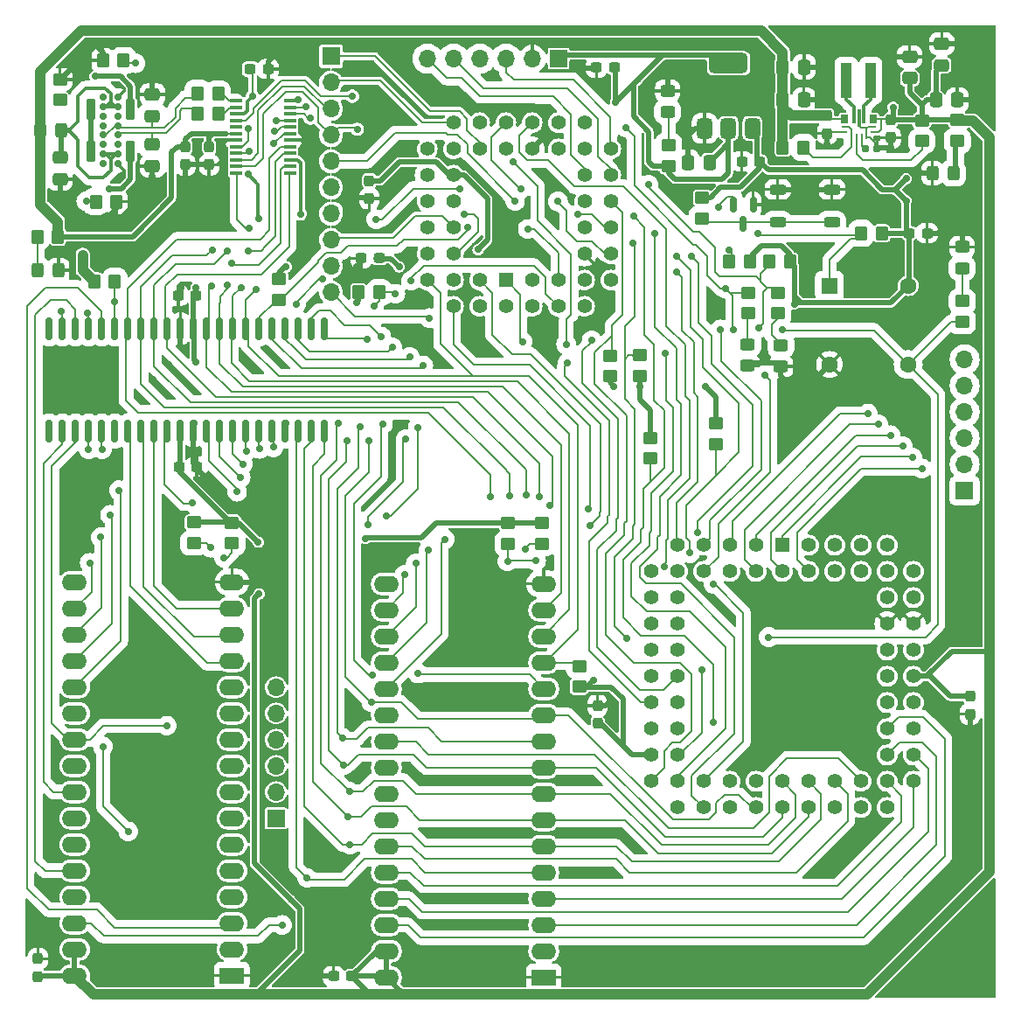
<source format=gtl>
G04 #@! TF.GenerationSoftware,KiCad,Pcbnew,8.0.8-8.0.8-0~ubuntu24.04.1*
G04 #@! TF.CreationDate,2025-02-16T17:20:58-06:00*
G04 #@! TF.ProjectId,SingleBoardComputer,53696e67-6c65-4426-9f61-7264436f6d70,2.0*
G04 #@! TF.SameCoordinates,Original*
G04 #@! TF.FileFunction,Copper,L1,Top*
G04 #@! TF.FilePolarity,Positive*
%FSLAX46Y46*%
G04 Gerber Fmt 4.6, Leading zero omitted, Abs format (unit mm)*
G04 Created by KiCad (PCBNEW 8.0.8-8.0.8-0~ubuntu24.04.1) date 2025-02-16 17:20:58*
%MOMM*%
%LPD*%
G01*
G04 APERTURE LIST*
G04 Aperture macros list*
%AMRoundRect*
0 Rectangle with rounded corners*
0 $1 Rounding radius*
0 $2 $3 $4 $5 $6 $7 $8 $9 X,Y pos of 4 corners*
0 Add a 4 corners polygon primitive as box body*
4,1,4,$2,$3,$4,$5,$6,$7,$8,$9,$2,$3,0*
0 Add four circle primitives for the rounded corners*
1,1,$1+$1,$2,$3*
1,1,$1+$1,$4,$5*
1,1,$1+$1,$6,$7*
1,1,$1+$1,$8,$9*
0 Add four rect primitives between the rounded corners*
20,1,$1+$1,$2,$3,$4,$5,0*
20,1,$1+$1,$4,$5,$6,$7,0*
20,1,$1+$1,$6,$7,$8,$9,0*
20,1,$1+$1,$8,$9,$2,$3,0*%
G04 Aperture macros list end*
G04 #@! TA.AperFunction,ComponentPad*
%ADD10R,1.700000X1.700000*%
G04 #@! TD*
G04 #@! TA.AperFunction,ComponentPad*
%ADD11O,1.700000X1.700000*%
G04 #@! TD*
G04 #@! TA.AperFunction,SMDPad,CuDef*
%ADD12RoundRect,0.250000X-0.325000X-0.450000X0.325000X-0.450000X0.325000X0.450000X-0.325000X0.450000X0*%
G04 #@! TD*
G04 #@! TA.AperFunction,SMDPad,CuDef*
%ADD13RoundRect,0.237500X-0.237500X0.300000X-0.237500X-0.300000X0.237500X-0.300000X0.237500X0.300000X0*%
G04 #@! TD*
G04 #@! TA.AperFunction,SMDPad,CuDef*
%ADD14RoundRect,0.250000X-0.450000X0.350000X-0.450000X-0.350000X0.450000X-0.350000X0.450000X0.350000X0*%
G04 #@! TD*
G04 #@! TA.AperFunction,SMDPad,CuDef*
%ADD15RoundRect,0.250000X-0.350000X-0.450000X0.350000X-0.450000X0.350000X0.450000X-0.350000X0.450000X0*%
G04 #@! TD*
G04 #@! TA.AperFunction,SMDPad,CuDef*
%ADD16RoundRect,0.250000X0.450000X-0.350000X0.450000X0.350000X-0.450000X0.350000X-0.450000X-0.350000X0*%
G04 #@! TD*
G04 #@! TA.AperFunction,SMDPad,CuDef*
%ADD17RoundRect,0.237500X0.300000X0.237500X-0.300000X0.237500X-0.300000X-0.237500X0.300000X-0.237500X0*%
G04 #@! TD*
G04 #@! TA.AperFunction,SMDPad,CuDef*
%ADD18RoundRect,0.250000X0.350000X0.450000X-0.350000X0.450000X-0.350000X-0.450000X0.350000X-0.450000X0*%
G04 #@! TD*
G04 #@! TA.AperFunction,SMDPad,CuDef*
%ADD19RoundRect,0.237500X0.237500X-0.300000X0.237500X0.300000X-0.237500X0.300000X-0.237500X-0.300000X0*%
G04 #@! TD*
G04 #@! TA.AperFunction,SMDPad,CuDef*
%ADD20RoundRect,0.250000X0.325000X0.450000X-0.325000X0.450000X-0.325000X-0.450000X0.325000X-0.450000X0*%
G04 #@! TD*
G04 #@! TA.AperFunction,SMDPad,CuDef*
%ADD21RoundRect,0.250000X0.337500X0.475000X-0.337500X0.475000X-0.337500X-0.475000X0.337500X-0.475000X0*%
G04 #@! TD*
G04 #@! TA.AperFunction,SMDPad,CuDef*
%ADD22RoundRect,0.250000X-0.475000X0.337500X-0.475000X-0.337500X0.475000X-0.337500X0.475000X0.337500X0*%
G04 #@! TD*
G04 #@! TA.AperFunction,SMDPad,CuDef*
%ADD23R,0.980000X3.400000*%
G04 #@! TD*
G04 #@! TA.AperFunction,SMDPad,CuDef*
%ADD24RoundRect,0.375000X0.375000X-0.625000X0.375000X0.625000X-0.375000X0.625000X-0.375000X-0.625000X0*%
G04 #@! TD*
G04 #@! TA.AperFunction,SMDPad,CuDef*
%ADD25RoundRect,0.500000X1.400000X-0.500000X1.400000X0.500000X-1.400000X0.500000X-1.400000X-0.500000X0*%
G04 #@! TD*
G04 #@! TA.AperFunction,ComponentPad*
%ADD26R,2.400000X1.600000*%
G04 #@! TD*
G04 #@! TA.AperFunction,ComponentPad*
%ADD27O,2.400000X1.600000*%
G04 #@! TD*
G04 #@! TA.AperFunction,SMDPad,CuDef*
%ADD28RoundRect,0.155000X-0.212500X-0.155000X0.212500X-0.155000X0.212500X0.155000X-0.212500X0.155000X0*%
G04 #@! TD*
G04 #@! TA.AperFunction,SMDPad,CuDef*
%ADD29RoundRect,0.250000X0.475000X-0.337500X0.475000X0.337500X-0.475000X0.337500X-0.475000X-0.337500X0*%
G04 #@! TD*
G04 #@! TA.AperFunction,ComponentPad*
%ADD30C,0.700000*%
G04 #@! TD*
G04 #@! TA.AperFunction,ComponentPad*
%ADD31RoundRect,0.225000X0.225000X-0.775000X0.225000X0.775000X-0.225000X0.775000X-0.225000X-0.775000X0*%
G04 #@! TD*
G04 #@! TA.AperFunction,SMDPad,CuDef*
%ADD32RoundRect,0.250000X0.450000X-0.325000X0.450000X0.325000X-0.450000X0.325000X-0.450000X-0.325000X0*%
G04 #@! TD*
G04 #@! TA.AperFunction,SMDPad,CuDef*
%ADD33R,0.240000X0.599999*%
G04 #@! TD*
G04 #@! TA.AperFunction,SMDPad,CuDef*
%ADD34R,0.599999X0.240000*%
G04 #@! TD*
G04 #@! TA.AperFunction,SMDPad,CuDef*
%ADD35R,0.700001X0.850001*%
G04 #@! TD*
G04 #@! TA.AperFunction,SMDPad,CuDef*
%ADD36R,0.349999X1.450000*%
G04 #@! TD*
G04 #@! TA.AperFunction,SMDPad,CuDef*
%ADD37R,0.349999X1.799999*%
G04 #@! TD*
G04 #@! TA.AperFunction,SMDPad,CuDef*
%ADD38RoundRect,0.250000X-0.450000X0.325000X-0.450000X-0.325000X0.450000X-0.325000X0.450000X0.325000X0*%
G04 #@! TD*
G04 #@! TA.AperFunction,SMDPad,CuDef*
%ADD39RoundRect,0.237500X-0.300000X-0.237500X0.300000X-0.237500X0.300000X0.237500X-0.300000X0.237500X0*%
G04 #@! TD*
G04 #@! TA.AperFunction,ComponentPad*
%ADD40R,1.422400X1.422400*%
G04 #@! TD*
G04 #@! TA.AperFunction,ComponentPad*
%ADD41C,1.422400*%
G04 #@! TD*
G04 #@! TA.AperFunction,SMDPad,CuDef*
%ADD42RoundRect,0.150000X-0.150000X0.587500X-0.150000X-0.587500X0.150000X-0.587500X0.150000X0.587500X0*%
G04 #@! TD*
G04 #@! TA.AperFunction,SMDPad,CuDef*
%ADD43R,1.200000X0.400000*%
G04 #@! TD*
G04 #@! TA.AperFunction,SMDPad,CuDef*
%ADD44RoundRect,0.150000X-0.150000X0.925000X-0.150000X-0.925000X0.150000X-0.925000X0.150000X0.925000X0*%
G04 #@! TD*
G04 #@! TA.AperFunction,SMDPad,CuDef*
%ADD45RoundRect,0.250000X-0.337500X-0.475000X0.337500X-0.475000X0.337500X0.475000X-0.337500X0.475000X0*%
G04 #@! TD*
G04 #@! TA.AperFunction,ComponentPad*
%ADD46R,1.600000X1.600000*%
G04 #@! TD*
G04 #@! TA.AperFunction,ComponentPad*
%ADD47C,1.600000*%
G04 #@! TD*
G04 #@! TA.AperFunction,SMDPad,CuDef*
%ADD48RoundRect,0.250000X0.525000X0.250000X-0.525000X0.250000X-0.525000X-0.250000X0.525000X-0.250000X0*%
G04 #@! TD*
G04 #@! TA.AperFunction,ViaPad*
%ADD49C,0.700000*%
G04 #@! TD*
G04 #@! TA.AperFunction,Conductor*
%ADD50C,0.200000*%
G04 #@! TD*
G04 #@! TA.AperFunction,Conductor*
%ADD51C,0.500000*%
G04 #@! TD*
G04 #@! TA.AperFunction,Conductor*
%ADD52C,0.300000*%
G04 #@! TD*
G04 #@! TA.AperFunction,Conductor*
%ADD53C,1.000000*%
G04 #@! TD*
G04 APERTURE END LIST*
D10*
X194375000Y-88720000D03*
D11*
X194375000Y-86180000D03*
X194375000Y-83640000D03*
X194375000Y-81100000D03*
X194375000Y-78560000D03*
X194375000Y-76020000D03*
D12*
X191250000Y-57975000D03*
X193300000Y-57975000D03*
D13*
X194900000Y-108637500D03*
X194900000Y-110362500D03*
D14*
X119725000Y-91800000D03*
X119725000Y-93800000D03*
D15*
X110912400Y-47066200D03*
X112912400Y-47066200D03*
D16*
X157040000Y-107700000D03*
X157040000Y-105700000D03*
D17*
X134987500Y-135725000D03*
X133262500Y-135725000D03*
D16*
X160020000Y-77657200D03*
X160020000Y-75657200D03*
D18*
X177470000Y-66560000D03*
X175470000Y-66560000D03*
D19*
X158830000Y-111252500D03*
X158830000Y-109527500D03*
D20*
X106900000Y-53850000D03*
X104850000Y-53850000D03*
D14*
X176276000Y-69561200D03*
X176276000Y-71561200D03*
D10*
X133010200Y-46670200D03*
D11*
X133010200Y-49210200D03*
X133010200Y-51750200D03*
X133010200Y-54290200D03*
X133010200Y-56830200D03*
X133010200Y-59370200D03*
X133010200Y-61910200D03*
X133010200Y-64450200D03*
X133010200Y-66990200D03*
X133010200Y-69530200D03*
D13*
X118900000Y-55447900D03*
X118900000Y-57172900D03*
D21*
X169660200Y-56940200D03*
X167585200Y-56940200D03*
D22*
X192160200Y-45452700D03*
X192160200Y-47527700D03*
D14*
X170310000Y-82200000D03*
X170310000Y-84200000D03*
X168950000Y-60360000D03*
X168950000Y-62360000D03*
D23*
X182915600Y-49011800D03*
X185285600Y-49011800D03*
D18*
X122090200Y-50310200D03*
X120090200Y-50310200D03*
D19*
X181052600Y-54141500D03*
X181052600Y-52416500D03*
D13*
X121200000Y-55437500D03*
X121200000Y-57162500D03*
D24*
X169210200Y-53640200D03*
X171510200Y-53640200D03*
D25*
X171510200Y-47340200D03*
D24*
X173810200Y-53640200D03*
D26*
X153615800Y-135840200D03*
D27*
X153615800Y-133300200D03*
X153615800Y-130760200D03*
X153615800Y-128220200D03*
X153615800Y-125680200D03*
X153615800Y-123140200D03*
X153615800Y-120600200D03*
X153615800Y-118060200D03*
X153615800Y-115520200D03*
X153615800Y-112980200D03*
X153615800Y-110440200D03*
X153615800Y-107900200D03*
X153615800Y-105360200D03*
X153615800Y-102820200D03*
X153615800Y-100280200D03*
X153615800Y-97740200D03*
X138375800Y-97740200D03*
X138375800Y-100280200D03*
X138375800Y-102820200D03*
X138375800Y-105360200D03*
X138375800Y-107900200D03*
X138375800Y-110440200D03*
X138375800Y-112980200D03*
X138375800Y-115520200D03*
X138375800Y-118060200D03*
X138375800Y-120600200D03*
X138375800Y-123140200D03*
X138375800Y-125680200D03*
X138375800Y-128220200D03*
X138375800Y-130760200D03*
X138375800Y-133300200D03*
X138375800Y-135840200D03*
D28*
X184757500Y-55625000D03*
X185892500Y-55625000D03*
D18*
X186350000Y-63800000D03*
X184350000Y-63800000D03*
D14*
X163920000Y-83610000D03*
X163920000Y-85610000D03*
D29*
X115712200Y-52457700D03*
X115712200Y-50382700D03*
D14*
X153450000Y-91850000D03*
X153450000Y-93850000D03*
D30*
X110960200Y-57090200D03*
X110960200Y-56140200D03*
X110960200Y-55190200D03*
X110960200Y-54290200D03*
X110960200Y-53390200D03*
X110960200Y-52490200D03*
X110960200Y-51540200D03*
X110960200Y-50590200D03*
X112360200Y-50590200D03*
X112360200Y-51540200D03*
X112360200Y-52490200D03*
X112360200Y-53390200D03*
X112360200Y-54290200D03*
X112360200Y-55190200D03*
X112360200Y-56140200D03*
X112360200Y-57090200D03*
D31*
X109730200Y-55840200D03*
X113590200Y-55840200D03*
X109730200Y-51840200D03*
X113590200Y-51840200D03*
D17*
X160437500Y-47750000D03*
X158712500Y-47750000D03*
D22*
X189060200Y-46702700D03*
X189060200Y-48777700D03*
D32*
X173370000Y-76600000D03*
X173370000Y-74550000D03*
D33*
X183388001Y-54434996D03*
X183888000Y-54434996D03*
X184388002Y-54434996D03*
X184888000Y-54434996D03*
D34*
X185538002Y-54009996D03*
X185538002Y-53509997D03*
D35*
X185538002Y-52759996D03*
X185538002Y-52759996D03*
D36*
X184638001Y-52509996D03*
D37*
X184138002Y-52684997D03*
D36*
X183638003Y-52509996D03*
D35*
X182738002Y-52759996D03*
X182738002Y-52759996D03*
D34*
X182738002Y-53509997D03*
X182738002Y-54009996D03*
D26*
X123425000Y-135670000D03*
D27*
X123425000Y-133130000D03*
X123425000Y-130590000D03*
X123425000Y-128050000D03*
X123425000Y-125510000D03*
X123425000Y-122970000D03*
X123425000Y-120430000D03*
X123425000Y-117890000D03*
X123425000Y-115350000D03*
X123425000Y-112810000D03*
X123425000Y-110270000D03*
X123425000Y-107730000D03*
X123425000Y-105190000D03*
X123425000Y-102650000D03*
X123425000Y-100110000D03*
X123425000Y-97570000D03*
X108185000Y-97570000D03*
X108185000Y-100110000D03*
X108185000Y-102650000D03*
X108185000Y-105190000D03*
X108185000Y-107730000D03*
X108185000Y-110270000D03*
X108185000Y-112810000D03*
X108185000Y-115350000D03*
X108185000Y-117890000D03*
X108185000Y-120430000D03*
X108185000Y-122970000D03*
X108185000Y-125510000D03*
X108185000Y-128050000D03*
X108185000Y-130590000D03*
X108185000Y-133130000D03*
X108185000Y-135670000D03*
D21*
X193660200Y-50890200D03*
X191585200Y-50890200D03*
D38*
X165600000Y-50000000D03*
X165600000Y-52050000D03*
D14*
X173456600Y-71545200D03*
X173456600Y-69545200D03*
X150150000Y-91850000D03*
X150150000Y-93850000D03*
D38*
X194125000Y-65125000D03*
X194125000Y-67175000D03*
D15*
X110075000Y-68450000D03*
X112075000Y-68450000D03*
D17*
X137662500Y-66225000D03*
X135937500Y-66225000D03*
D15*
X135675000Y-69525000D03*
X137675000Y-69525000D03*
X176759300Y-55488800D03*
X178759300Y-55488800D03*
D39*
X125197700Y-47900000D03*
X126922700Y-47900000D03*
D32*
X176580000Y-76710000D03*
X176580000Y-74660000D03*
D14*
X123400000Y-91825000D03*
X123400000Y-93825000D03*
D40*
X176710000Y-94000000D03*
D41*
X176710000Y-96540000D03*
X174170000Y-94000000D03*
X174170000Y-96540000D03*
X171630000Y-94000000D03*
X171630000Y-96540000D03*
X169090000Y-94000000D03*
X169090000Y-96540000D03*
X166550000Y-94000000D03*
X164010000Y-96540000D03*
X166550000Y-96540000D03*
X164010000Y-99080000D03*
X166550000Y-99080000D03*
X164010000Y-101620000D03*
X166550000Y-101620000D03*
X164010000Y-104160000D03*
X166550000Y-104160000D03*
X164010000Y-106700000D03*
X166550000Y-106700000D03*
X164010000Y-109240000D03*
X166550000Y-109240000D03*
X164010000Y-111780000D03*
X166550000Y-111780000D03*
X164010000Y-114320000D03*
X166550000Y-114320000D03*
X164010000Y-116860000D03*
X166550000Y-119400000D03*
X166550000Y-116860000D03*
X169090000Y-119400000D03*
X169090000Y-116860000D03*
X171630000Y-119400000D03*
X171630000Y-116860000D03*
X174170000Y-119400000D03*
X174170000Y-116860000D03*
X176710000Y-119400000D03*
X176710000Y-116860000D03*
X179250000Y-119400000D03*
X179250000Y-116860000D03*
X181790000Y-119400000D03*
X181790000Y-116860000D03*
X184330000Y-119400000D03*
X184330000Y-116860000D03*
X186870000Y-119400000D03*
X189410000Y-116860000D03*
X186870000Y-116860000D03*
X189410000Y-114320000D03*
X186870000Y-114320000D03*
X189410000Y-111780000D03*
X186870000Y-111780000D03*
X189410000Y-109240000D03*
X186870000Y-109240000D03*
X189410000Y-106700000D03*
X186870000Y-106700000D03*
X189410000Y-104160000D03*
X186870000Y-104160000D03*
X189410000Y-101620000D03*
X186870000Y-101620000D03*
X189410000Y-99080000D03*
X186870000Y-99080000D03*
X189410000Y-96540000D03*
X186870000Y-94000000D03*
X186870000Y-96540000D03*
X184330000Y-94000000D03*
X184330000Y-96540000D03*
X181790000Y-94000000D03*
X181790000Y-96540000D03*
X179250000Y-94000000D03*
X179250000Y-96540000D03*
D42*
X173892500Y-61022500D03*
X171992500Y-61022500D03*
X172942500Y-62897500D03*
D16*
X194150000Y-72375000D03*
X194150000Y-70375000D03*
D22*
X115720200Y-55218200D03*
X115720200Y-57293200D03*
D10*
X155050200Y-46890200D03*
D11*
X152510200Y-46890200D03*
X149970200Y-46890200D03*
X147430200Y-46890200D03*
X144890200Y-46890200D03*
X142350200Y-46890200D03*
D14*
X190230700Y-52888600D03*
X190230700Y-54888600D03*
D10*
X127675000Y-120450000D03*
D11*
X127675000Y-117910000D03*
X127675000Y-115370000D03*
X127675000Y-112830000D03*
X127675000Y-110290000D03*
X127675000Y-107750000D03*
D43*
X129040200Y-57960200D03*
X129040200Y-57325200D03*
X129040200Y-56690200D03*
X129040200Y-56055200D03*
X129040200Y-55420200D03*
X129040200Y-54785200D03*
X129040200Y-54150200D03*
X129040200Y-53515200D03*
X129040200Y-52880200D03*
X129040200Y-52245200D03*
X129040200Y-51610200D03*
X129040200Y-50975200D03*
X123840200Y-50975200D03*
X123840200Y-51610200D03*
X123840200Y-52245200D03*
X123840200Y-52880200D03*
X123840200Y-53515200D03*
X123840200Y-54150200D03*
X123840200Y-54785200D03*
X123840200Y-55420200D03*
X123840200Y-56055200D03*
X123840200Y-56690200D03*
X123840200Y-57325200D03*
X123840200Y-57960200D03*
D44*
X132400200Y-73040200D03*
X131130200Y-73040200D03*
X129860200Y-73040200D03*
X128590200Y-73040200D03*
X127320200Y-73040200D03*
X126050200Y-73040200D03*
X124780200Y-73040200D03*
X123510200Y-73040200D03*
X122240200Y-73040200D03*
X120970200Y-73040200D03*
X119700200Y-73040200D03*
X118430200Y-73040200D03*
X117160200Y-73040200D03*
X115890200Y-73040200D03*
X114620200Y-73040200D03*
X113350200Y-73040200D03*
X112080200Y-73040200D03*
X110810200Y-73040200D03*
X109540200Y-73040200D03*
X108270200Y-73040200D03*
X107000200Y-73040200D03*
X105730200Y-73040200D03*
X105730200Y-82940200D03*
X107000200Y-82940200D03*
X108270200Y-82940200D03*
X109540200Y-82940200D03*
X110810200Y-82940200D03*
X112080200Y-82940200D03*
X113350200Y-82940200D03*
X114620200Y-82940200D03*
X115890200Y-82940200D03*
X117160200Y-82940200D03*
X118430200Y-82940200D03*
X119700200Y-82940200D03*
X120970200Y-82940200D03*
X122240200Y-82940200D03*
X123510200Y-82940200D03*
X124780200Y-82940200D03*
X126050200Y-82940200D03*
X127320200Y-82940200D03*
X128590200Y-82940200D03*
X129860200Y-82940200D03*
X131130200Y-82940200D03*
X132400200Y-82940200D03*
D13*
X187224800Y-52821800D03*
X187224800Y-54546800D03*
D18*
X122090200Y-52240200D03*
X120090200Y-52240200D03*
D14*
X193675000Y-52850000D03*
X193675000Y-54850000D03*
D18*
X173560000Y-66570000D03*
X171560000Y-66570000D03*
D16*
X165700000Y-57300000D03*
X165700000Y-55300000D03*
D14*
X127975000Y-68225000D03*
X127975000Y-70225000D03*
D40*
X149940200Y-68340200D03*
D41*
X152480200Y-70880200D03*
X152480200Y-68340200D03*
X155020200Y-70880200D03*
X155020200Y-68340200D03*
X157560200Y-70880200D03*
X160100200Y-68340200D03*
X157560200Y-68340200D03*
X160100200Y-65800200D03*
X157560200Y-65800200D03*
X160100200Y-63260200D03*
X157560200Y-63260200D03*
X160100200Y-60720200D03*
X157560200Y-60720200D03*
X160100200Y-58180200D03*
X157560200Y-58180200D03*
X160100200Y-55640200D03*
X157560200Y-53100200D03*
X157560200Y-55640200D03*
X155020200Y-53100200D03*
X155020200Y-55640200D03*
X152480200Y-53100200D03*
X152480200Y-55640200D03*
X149940200Y-53100200D03*
X149940200Y-55640200D03*
X147400200Y-53100200D03*
X147400200Y-55640200D03*
X144860200Y-53100200D03*
X142320200Y-55640200D03*
X144860200Y-55640200D03*
X142320200Y-58180200D03*
X144860200Y-58180200D03*
X142320200Y-60720200D03*
X144860200Y-60720200D03*
X142320200Y-63260200D03*
X144860200Y-63260200D03*
X142320200Y-65800200D03*
X144860200Y-65800200D03*
X142320200Y-68340200D03*
X144860200Y-70880200D03*
X144860200Y-68340200D03*
X147400200Y-70880200D03*
X147400200Y-68340200D03*
X149940200Y-70880200D03*
D22*
X106750000Y-56487500D03*
X106750000Y-58562500D03*
D17*
X174522700Y-56840200D03*
X172797700Y-56840200D03*
D45*
X176747300Y-47699800D03*
X178822300Y-47699800D03*
D17*
X119922700Y-69840200D03*
X118197700Y-69840200D03*
D20*
X106600000Y-67400000D03*
X104550000Y-67400000D03*
D46*
X181290200Y-68880200D03*
D47*
X181290200Y-76500200D03*
X188910200Y-76500200D03*
X188910200Y-68880200D03*
D13*
X136700000Y-58712500D03*
X136700000Y-60437500D03*
D48*
X181525000Y-62750000D03*
X176275000Y-62750000D03*
X181525000Y-59550000D03*
X176275000Y-59550000D03*
D16*
X162890200Y-77631800D03*
X162890200Y-75631800D03*
D19*
X104625000Y-135762500D03*
X104625000Y-134037500D03*
D45*
X176725800Y-50900200D03*
X178800800Y-50900200D03*
D15*
X110230200Y-60740200D03*
X112230200Y-60740200D03*
D39*
X189012900Y-63790200D03*
X190737900Y-63790200D03*
D16*
X106750000Y-50900000D03*
X106750000Y-48900000D03*
D39*
X118262500Y-86400000D03*
X119987500Y-86400000D03*
D18*
X106550000Y-64125000D03*
X104550000Y-64125000D03*
D49*
X176727000Y-73135000D03*
X154178000Y-75209400D03*
X165280002Y-96050134D03*
X174955200Y-75946000D03*
X194900000Y-111950000D03*
X112400000Y-129775000D03*
X165575000Y-48525000D03*
X111045400Y-62625000D03*
X135470000Y-45260000D03*
X149650000Y-108725000D03*
X117520000Y-93060000D03*
X149918850Y-65498550D03*
X130390000Y-135670000D03*
X135526900Y-67023100D03*
X135340000Y-60325000D03*
X115727718Y-77997280D03*
X109140000Y-90190000D03*
X136680000Y-54102000D03*
X187224800Y-55550200D03*
X142214600Y-74650600D03*
X174370000Y-101450000D03*
X130923980Y-70688200D03*
X189825000Y-57600000D03*
X185010000Y-67480000D03*
X162331400Y-123063000D03*
X136710000Y-48120000D03*
X136524999Y-113225001D03*
X113660000Y-67020000D03*
X127720000Y-101370000D03*
X117255973Y-76545057D03*
X116110000Y-113920000D03*
X157325000Y-47800000D03*
X160035000Y-109135000D03*
X166650000Y-59975000D03*
X153524475Y-65684400D03*
X140675000Y-70750000D03*
X118820200Y-61450000D03*
X180450000Y-50875000D03*
X160528000Y-125857000D03*
X193900000Y-45452700D03*
X171250000Y-100550000D03*
X181500000Y-99850000D03*
X139141717Y-83078869D03*
X139954000Y-95326200D03*
X179475000Y-80650000D03*
X181240000Y-125360000D03*
X157130000Y-116780000D03*
X180938714Y-65120942D03*
X116530000Y-105330000D03*
X191520000Y-135610000D03*
X136296400Y-125882400D03*
X195075000Y-50875000D03*
X108080000Y-62800000D03*
X169824400Y-72025000D03*
X159283400Y-72034400D03*
X115720200Y-58350000D03*
X169950000Y-69900000D03*
X153822400Y-72039335D03*
X135364541Y-55780200D03*
X143581077Y-55127309D03*
X114225000Y-79483437D03*
X136457467Y-110447239D03*
X118733196Y-75041804D03*
X154779000Y-62837706D03*
X110200000Y-45500000D03*
X147610000Y-103990000D03*
X161315400Y-54965600D03*
X143710000Y-50260000D03*
X115650000Y-128025000D03*
X127412263Y-75660737D03*
X124438764Y-75670764D03*
X136652000Y-101473000D03*
X148750000Y-48325000D03*
X140411200Y-65532000D03*
X136000000Y-115500000D03*
X187050000Y-57950000D03*
X135340000Y-58089800D03*
X147280000Y-116760000D03*
X118484262Y-69062600D03*
X132729870Y-125336857D03*
X130962400Y-63857600D03*
X146250000Y-99210000D03*
X116725000Y-120400000D03*
X117060000Y-123850000D03*
X180400000Y-47725000D03*
X134874000Y-108940600D03*
X191975000Y-63775000D03*
X185030000Y-61160000D03*
X187475000Y-46700000D03*
X135340000Y-63381600D03*
X110764900Y-77074900D03*
X117960000Y-134640000D03*
X181050000Y-55150000D03*
X128050000Y-98720000D03*
X136670000Y-49910200D03*
X186975000Y-88325000D03*
X146202400Y-73126600D03*
X183110000Y-135510000D03*
X119575000Y-126650000D03*
X164570000Y-53620000D03*
X187910000Y-80200000D03*
X194150000Y-63725000D03*
X188710200Y-58525000D03*
X169265600Y-78625000D03*
X177870000Y-70649948D03*
X119922700Y-69088000D03*
X158400000Y-107100000D03*
X135515156Y-70481697D03*
X196800000Y-54500000D03*
X125954963Y-93704963D03*
X188710200Y-60650000D03*
X108975000Y-65900000D03*
X160397249Y-78625000D03*
X126050000Y-98700000D03*
X119920200Y-76228810D03*
X187460200Y-51590200D03*
X128675000Y-67050000D03*
X136334963Y-93336177D03*
X162910000Y-78625000D03*
X125400000Y-50550000D03*
X124991638Y-58076634D03*
X126000000Y-62408598D03*
X130030000Y-61925200D03*
X160578800Y-51130200D03*
X139600000Y-67050000D03*
X147253249Y-65378249D03*
X175400000Y-102900000D03*
X142550000Y-72009000D03*
X171200000Y-69130000D03*
X158255675Y-74170188D03*
X172024004Y-73150941D03*
X171525000Y-65407310D03*
X161569000Y-53569000D03*
X155930600Y-76350000D03*
X174460000Y-72975695D03*
X163753800Y-59080400D03*
X109300000Y-60700000D03*
X114070000Y-47340000D03*
X150833160Y-60664992D03*
X167767000Y-94767400D03*
X166505600Y-66050200D03*
X154990800Y-60722800D03*
X124994288Y-53637425D03*
X125079302Y-55854084D03*
X135545703Y-53732303D03*
X166508876Y-67560493D03*
X129827548Y-50847291D03*
X130573721Y-51513044D03*
X137388600Y-62440265D03*
X156895800Y-61950600D03*
X167930587Y-65990263D03*
X145491200Y-59471658D03*
X168503600Y-92750000D03*
X170550000Y-61250000D03*
X110159800Y-48615600D03*
X106750000Y-50900000D03*
X111531400Y-59486800D03*
X174371000Y-63804800D03*
X152070000Y-63375000D03*
X146227800Y-63220600D03*
X112080200Y-70408800D03*
X129623035Y-70660710D03*
X132212012Y-68260198D03*
X140762500Y-68387500D03*
X128600200Y-82200000D03*
X139250000Y-69650000D03*
X137172400Y-70827600D03*
X168925000Y-106089310D03*
X161645600Y-103000000D03*
X162261400Y-64750200D03*
X162296599Y-62149000D03*
X170000000Y-111175800D03*
X170053000Y-97764600D03*
X164390345Y-63855600D03*
X151396799Y-59493533D03*
X165362600Y-75440000D03*
X150633284Y-56849684D03*
X155786232Y-74542524D03*
X141410067Y-82592267D03*
X138404600Y-91186000D03*
X121350000Y-94250000D03*
X152875000Y-95525000D03*
X158113038Y-92074018D03*
X150100000Y-95569457D03*
X136550400Y-92025000D03*
X122631200Y-95224600D03*
X140258800Y-83743800D03*
X157969100Y-90455900D03*
X151792263Y-94345624D03*
X145930000Y-61950000D03*
X130987800Y-52654200D03*
X186000000Y-82300000D03*
X124968000Y-65481200D03*
X124307600Y-69062600D03*
X187223702Y-83350000D03*
X122986800Y-68840200D03*
X123393200Y-66725800D03*
X140131800Y-96875600D03*
X153222158Y-89278581D03*
X189311195Y-85514203D03*
X144043400Y-93420149D03*
X148412200Y-89331800D03*
X122936000Y-65506600D03*
X190229692Y-86566300D03*
X151892000Y-89103200D03*
X127460200Y-55140200D03*
X141225000Y-95774800D03*
X125730000Y-69265800D03*
X125080761Y-63327838D03*
X185025000Y-81250000D03*
X150324037Y-89211637D03*
X142468600Y-94470149D03*
X121500000Y-65433793D03*
X127544447Y-53922653D03*
X121426811Y-68874211D03*
X154228800Y-90119200D03*
X127715290Y-52880200D03*
X188375998Y-84395307D03*
X109397800Y-71501000D03*
X128275000Y-130775000D03*
X126088791Y-84686209D03*
X175029382Y-77525055D03*
X151554048Y-74287248D03*
X110725000Y-93225000D03*
X124259924Y-87425000D03*
X170725000Y-73100000D03*
X127407704Y-84520196D03*
X138049000Y-82245200D03*
X141950609Y-76600000D03*
X137050000Y-106550000D03*
X141452600Y-106426000D03*
X134650000Y-120300000D03*
X119575000Y-89867256D03*
X134850000Y-122975000D03*
X117100000Y-111475000D03*
X136702800Y-83896200D03*
X140625000Y-75800000D03*
X136910000Y-109200000D03*
X110839943Y-84734995D03*
X113375000Y-121725000D03*
X110925000Y-113487200D03*
X130700000Y-126225000D03*
X134125000Y-112650000D03*
X138930169Y-74868595D03*
X135824969Y-82494078D03*
X124792426Y-84874770D03*
X112475000Y-88675000D03*
X136547660Y-74085072D03*
X133718469Y-82231531D03*
X134775000Y-117875000D03*
X134552400Y-83900000D03*
X137874541Y-73790340D03*
X134250000Y-115275000D03*
X124468761Y-86133836D03*
X111606253Y-91067122D03*
X106832400Y-71374000D03*
X109540200Y-84709000D03*
X123901714Y-88823286D03*
X109644396Y-95705996D03*
X135075000Y-50525000D03*
X119720200Y-82200000D03*
D50*
X167919400Y-106497925D02*
X167919400Y-111982075D01*
X159613600Y-102692028D02*
X162346572Y-105425000D01*
X167919400Y-111982075D02*
X166776475Y-113125000D01*
X166846475Y-105425000D02*
X167919400Y-106497925D01*
X159613600Y-94826645D02*
X159613600Y-102692028D01*
X161625000Y-91643148D02*
X161400918Y-91867230D01*
X160109000Y-73825000D02*
X158561001Y-75372999D01*
X161400918Y-93039327D02*
X159613600Y-94826645D01*
X161625000Y-81417761D02*
X161625000Y-91643148D01*
X162346572Y-105425000D02*
X166846475Y-105425000D01*
X158561001Y-78353762D02*
X161625000Y-81417761D01*
X165275000Y-113925000D02*
X165275000Y-115595000D01*
X158561001Y-75372999D02*
X158561001Y-78353762D01*
X161400918Y-91867230D02*
X161400918Y-93039327D01*
X160200000Y-73825000D02*
X160109000Y-73825000D01*
X166776475Y-113125000D02*
X166075000Y-113125000D01*
X166075000Y-113125000D02*
X165275000Y-113925000D01*
X165275000Y-115595000D02*
X164010000Y-116860000D01*
D51*
X160397249Y-78625000D02*
X160020000Y-78247751D01*
X160020000Y-78247751D02*
X160020000Y-77657200D01*
D50*
X162890200Y-75631800D02*
X161832800Y-75631800D01*
X161832800Y-75631800D02*
X161467800Y-75996800D01*
X161467800Y-75996800D02*
X161467800Y-76123800D01*
X161467800Y-79842997D02*
X161467800Y-76352400D01*
X161467800Y-76352400D02*
X161467800Y-72782200D01*
X161645600Y-103000000D02*
X160451800Y-101806200D01*
X160451800Y-101806200D02*
X160451800Y-95132613D01*
X160451800Y-95132613D02*
X162206278Y-93378135D01*
X162206278Y-93378135D02*
X162206278Y-92193241D01*
X162206278Y-92193241D02*
X162430000Y-91969519D01*
X162430000Y-91969519D02*
X162430000Y-80805197D01*
X162430000Y-80805197D02*
X161467800Y-79842997D01*
X161467800Y-72782200D02*
X162375000Y-71875000D01*
X162375000Y-71875000D02*
X162375000Y-64863800D01*
X162375000Y-64863800D02*
X162261400Y-64750200D01*
X160250000Y-75470000D02*
X160062800Y-75657200D01*
X160062800Y-75657200D02*
X160020000Y-75657200D01*
X160200000Y-75477200D02*
X160200000Y-73825000D01*
X160020000Y-75657200D02*
X160200000Y-75477200D01*
X160825000Y-91311777D02*
X160600918Y-91535859D01*
X157375000Y-78299131D02*
X160825000Y-81749131D01*
X158255675Y-74170188D02*
X158255675Y-74306725D01*
X158813400Y-103888400D02*
X162925000Y-108000000D01*
X160825000Y-81749131D02*
X160825000Y-91311777D01*
X158255675Y-74306725D02*
X157375000Y-75187400D01*
X160600918Y-91535859D02*
X160600918Y-92567967D01*
X162925000Y-108000000D02*
X165250000Y-108000000D01*
X157375000Y-75187400D02*
X157375000Y-78299131D01*
X158813400Y-94355485D02*
X158813400Y-103888400D01*
X160600918Y-92567967D02*
X158813400Y-94355485D01*
X165250000Y-108000000D02*
X166550000Y-106700000D01*
X162098800Y-98928013D02*
X163570787Y-100400000D01*
X164030000Y-92632260D02*
X163816999Y-92845261D01*
X164030000Y-88960000D02*
X164030000Y-92632260D01*
X166120000Y-86870000D02*
X164030000Y-88960000D01*
X165362600Y-75440000D02*
X165480000Y-75557400D01*
X166550000Y-116406000D02*
X166550000Y-116860000D01*
X163816999Y-92845261D02*
X163816999Y-94030155D01*
X165480000Y-79991370D02*
X166120000Y-80631370D01*
X166120000Y-80631370D02*
X166120000Y-86870000D01*
X165480000Y-75557400D02*
X165480000Y-79991370D01*
X162098800Y-95748354D02*
X162098800Y-98928013D01*
X163816999Y-94030155D02*
X162098800Y-95748354D01*
X163570787Y-100400000D02*
X167725000Y-100400000D01*
X167725000Y-100400000D02*
X171200000Y-103875000D01*
X171200000Y-103875000D02*
X171200000Y-111756000D01*
X171200000Y-111756000D02*
X166550000Y-116406000D01*
X130700000Y-126225000D02*
X130865400Y-126390400D01*
X130865400Y-126390400D02*
X134297530Y-126390400D01*
X134297530Y-126390400D02*
X136287930Y-124400000D01*
X136287930Y-124400000D02*
X140810000Y-124400000D01*
X140810000Y-124400000D02*
X142090200Y-125680200D01*
X142090200Y-125680200D02*
X153615800Y-125680200D01*
X108270200Y-73040200D02*
X108270200Y-71160800D01*
X107365800Y-70256400D02*
X105818600Y-70256400D01*
X108270200Y-71160800D02*
X107365800Y-70256400D01*
X105818600Y-70256400D02*
X104375000Y-71700000D01*
X104375000Y-71700000D02*
X104375000Y-124575000D01*
X104375000Y-124575000D02*
X105310000Y-125510000D01*
X105310000Y-125510000D02*
X108185000Y-125510000D01*
X106832400Y-71374000D02*
X107000200Y-71541800D01*
X107000200Y-71541800D02*
X107000200Y-73040200D01*
X109397800Y-71501000D02*
X109540200Y-71643400D01*
X109540200Y-71643400D02*
X109540200Y-73040200D01*
X123400000Y-130495000D02*
X122870000Y-131025000D01*
X112050000Y-131025000D02*
X110325000Y-129300000D01*
X122870000Y-131025000D02*
X112050000Y-131025000D01*
X108519201Y-69050000D02*
X110810200Y-71340999D01*
X110810200Y-71340999D02*
X110810200Y-73040200D01*
X110325000Y-129300000D02*
X105675000Y-129300000D01*
X105675000Y-129300000D02*
X103575000Y-127200000D01*
X103575000Y-70850000D02*
X105375000Y-69050000D01*
X103575000Y-127200000D02*
X103575000Y-70850000D01*
X105375000Y-69050000D02*
X108519201Y-69050000D01*
X113350200Y-73040200D02*
X113350200Y-69123413D01*
X113350200Y-69123413D02*
X118089820Y-64383793D01*
X118089820Y-64383793D02*
X126159820Y-64383793D01*
X126159820Y-64383793D02*
X127050000Y-63493613D01*
X127050000Y-63493613D02*
X127050000Y-56515800D01*
X127050000Y-56515800D02*
X128145600Y-55420200D01*
X128145600Y-55420200D02*
X129040200Y-55420200D01*
X124968000Y-65481200D02*
X126233728Y-65481200D01*
X126233728Y-65481200D02*
X126718464Y-64996464D01*
X126718464Y-64996464D02*
X127640200Y-64074729D01*
X127640200Y-64074729D02*
X127640200Y-56860449D01*
X127640200Y-56860449D02*
X128445449Y-56055200D01*
X128445449Y-56055200D02*
X129040200Y-56055200D01*
X123393200Y-66725800D02*
X123542400Y-66875000D01*
X123542400Y-66875000D02*
X126000080Y-66875000D01*
X126000080Y-66875000D02*
X128140200Y-64734880D01*
X128140200Y-64734880D02*
X128140200Y-57610000D01*
X128140200Y-57610000D02*
X128425000Y-57325200D01*
X128425000Y-57325200D02*
X129040200Y-57325200D01*
X123400000Y-94750000D02*
X123400000Y-93825000D01*
X122925400Y-95224600D02*
X123400000Y-94750000D01*
X122631200Y-95224600D02*
X122925400Y-95224600D01*
X127544447Y-53922653D02*
X127792754Y-53922653D01*
X127792754Y-53922653D02*
X128200207Y-53515200D01*
X128200207Y-53515200D02*
X129040200Y-53515200D01*
X127715290Y-52880200D02*
X129040200Y-52880200D01*
X124994288Y-53637425D02*
X124994288Y-54858574D01*
X124994288Y-54858574D02*
X124432662Y-55420200D01*
X124432662Y-55420200D02*
X123840200Y-55420200D01*
X135075000Y-50525000D02*
X135050200Y-50500200D01*
X132057306Y-50500200D02*
X130532106Y-48975000D01*
X135050200Y-50500200D02*
X132057306Y-50500200D01*
X130532106Y-48975000D02*
X128168293Y-48975000D01*
X128168293Y-48975000D02*
X125460200Y-51683093D01*
X125460200Y-51683093D02*
X125460200Y-52167618D01*
X125460200Y-52167618D02*
X124747618Y-52880200D01*
X124747618Y-52880200D02*
X123840200Y-52880200D01*
X124878186Y-56055200D02*
X123840200Y-56055200D01*
X125079302Y-55854084D02*
X124878186Y-56055200D01*
X173370000Y-74550000D02*
X173370000Y-71631800D01*
X173370000Y-71631800D02*
X173456600Y-71545200D01*
X171200000Y-69130000D02*
X171610000Y-69540000D01*
X171610000Y-69540000D02*
X173410000Y-69540000D01*
X173410000Y-69540000D02*
X173410000Y-69690000D01*
X163753800Y-59080400D02*
X163753800Y-59334400D01*
X163753800Y-59334400D02*
X168079400Y-63660000D01*
X168716371Y-63660000D02*
X170225000Y-65168629D01*
X168079400Y-63660000D02*
X168716371Y-63660000D01*
X170225000Y-65168629D02*
X170225000Y-67530326D01*
X170225000Y-67530326D02*
X170666818Y-67972144D01*
X170666818Y-67972144D02*
X174152144Y-67972144D01*
X174152144Y-67972144D02*
X174595658Y-68415658D01*
X174595658Y-68415658D02*
X174595658Y-68444960D01*
X174460000Y-72975695D02*
X174875407Y-72560288D01*
X175870000Y-69040000D02*
X176260000Y-69430000D01*
X174875407Y-72560288D02*
X174875407Y-69484593D01*
X174875407Y-69484593D02*
X175320000Y-69040000D01*
X175320000Y-69040000D02*
X175870000Y-69040000D01*
X170053000Y-97764600D02*
X170185800Y-97764600D01*
X170185800Y-97764600D02*
X172950000Y-100528800D01*
X172950000Y-100528800D02*
X172950000Y-113000000D01*
X172950000Y-113000000D02*
X169090000Y-116860000D01*
X176260000Y-71430000D02*
X176260000Y-72005786D01*
X175677000Y-73652000D02*
X176600000Y-74575000D01*
X176260000Y-72005786D02*
X175677000Y-72588786D01*
X175677000Y-72588786D02*
X175677000Y-73652000D01*
X176600000Y-74575000D02*
X176960000Y-74575000D01*
X176727000Y-73135000D02*
X176772000Y-73180000D01*
X176772000Y-73180000D02*
X185590000Y-73180000D01*
X185590000Y-73180000D02*
X188910200Y-76500200D01*
D51*
X176580000Y-76710000D02*
X176580000Y-77621600D01*
X176580000Y-77621600D02*
X176911000Y-77952600D01*
X176911000Y-77952600D02*
X179837800Y-77952600D01*
X179837800Y-77952600D02*
X181290200Y-76500200D01*
D50*
X174523400Y-63957200D02*
X184192800Y-63957200D01*
X174371000Y-63804800D02*
X174523400Y-63957200D01*
X184192800Y-63957200D02*
X184200000Y-63950000D01*
D51*
X187224800Y-55550200D02*
X187188800Y-55514200D01*
X187188800Y-55514200D02*
X185792000Y-55514200D01*
X187224800Y-55550200D02*
X187224800Y-54546800D01*
D50*
X190230700Y-54888600D02*
X190230700Y-55653500D01*
X190230700Y-55653500D02*
X189163226Y-56720974D01*
X189163226Y-56720974D02*
X184490974Y-56720974D01*
X184490974Y-56720974D02*
X183888000Y-56118000D01*
X183888000Y-56118000D02*
X183888000Y-54434996D01*
X110925000Y-113487200D02*
X110925000Y-119275000D01*
X110925000Y-119275000D02*
X113375000Y-121725000D01*
X110839943Y-84734995D02*
X110810200Y-84705252D01*
X110810200Y-84705252D02*
X110810200Y-82940200D01*
X109540200Y-84709000D02*
X109540200Y-82940200D01*
D51*
X119720200Y-82200000D02*
X119700200Y-82220000D01*
X119700200Y-82220000D02*
X119700200Y-86112700D01*
X119700200Y-86112700D02*
X119987500Y-86400000D01*
D50*
X141605000Y-76850000D02*
X130118762Y-76850000D01*
X130118762Y-76850000D02*
X127320200Y-74051438D01*
X127320200Y-74051438D02*
X127320200Y-73040200D01*
X152186434Y-77650000D02*
X127916600Y-77650000D01*
X127916600Y-77650000D02*
X124975000Y-74708400D01*
X124975000Y-74708400D02*
X124975000Y-73235000D01*
X124975000Y-73235000D02*
X124780200Y-73040200D01*
X153615800Y-102820200D02*
X153615800Y-102754015D01*
X153615800Y-102754015D02*
X156097897Y-100271918D01*
X156097897Y-100271918D02*
X156097897Y-83174439D01*
X156097897Y-83174439D02*
X151073458Y-78150000D01*
X123352492Y-73197908D02*
X123510200Y-73040200D01*
X151073458Y-78150000D02*
X125114600Y-78150000D01*
X125114600Y-78150000D02*
X123352492Y-76387892D01*
X123352492Y-76387892D02*
X123352492Y-73197908D01*
D51*
X119920200Y-76228810D02*
X119781871Y-76090481D01*
X119781871Y-76090481D02*
X119781871Y-73121871D01*
X119781871Y-73121871D02*
X119700200Y-73040200D01*
X118430200Y-74738808D02*
X118430200Y-73040200D01*
X118733196Y-75041804D02*
X118430200Y-74738808D01*
D50*
X153222158Y-89278581D02*
X153222158Y-86105590D01*
X153222158Y-86105590D02*
X146766568Y-79650000D01*
X146766568Y-79650000D02*
X121856467Y-79650000D01*
X121856467Y-79650000D02*
X117160200Y-74953733D01*
X117160200Y-74953733D02*
X117160200Y-73040200D01*
X115890200Y-73040200D02*
X115890200Y-76664210D01*
X115890200Y-76664210D02*
X119375990Y-80150000D01*
X119375990Y-80150000D02*
X145353446Y-80150000D01*
X145353446Y-80150000D02*
X151892000Y-86688554D01*
X151892000Y-86688554D02*
X151892000Y-89103200D01*
X150324037Y-89211637D02*
X150324037Y-87085852D01*
X150324037Y-87085852D02*
X149706341Y-86468156D01*
X114620200Y-78374687D02*
X114620200Y-73040200D01*
X149706341Y-86468156D02*
X149707541Y-86466956D01*
X149707541Y-86466956D02*
X143890585Y-80650000D01*
X143890585Y-80650000D02*
X116895513Y-80650000D01*
X116895513Y-80650000D02*
X114620200Y-78374687D01*
X113350200Y-73040200D02*
X113175000Y-73215400D01*
X113175000Y-73215400D02*
X113175000Y-80002600D01*
X113175000Y-80002600D02*
X114322400Y-81150000D01*
X114322400Y-81150000D02*
X142425000Y-81150000D01*
X142425000Y-81150000D02*
X148437600Y-87162600D01*
X148437600Y-89306400D02*
X148412200Y-89331800D01*
X148437600Y-87162600D02*
X148437600Y-89306400D01*
D52*
X107625000Y-53850000D02*
X108500000Y-54725000D01*
X110914600Y-58445400D02*
X111660487Y-57699513D01*
X108500000Y-54725000D02*
X108500000Y-57330000D01*
X108500000Y-57330000D02*
X109615400Y-58445400D01*
X109615400Y-58445400D02*
X110914600Y-58445400D01*
X111660487Y-57699513D02*
X111660487Y-56612324D01*
D51*
X111531400Y-59486800D02*
X112688200Y-59486800D01*
X112688200Y-59486800D02*
X113590200Y-58584800D01*
X113590200Y-58584800D02*
X113590200Y-55840200D01*
D52*
X112090200Y-51540200D02*
X111660200Y-51110200D01*
X111660200Y-51110200D02*
X111660200Y-50300250D01*
X111660200Y-50300250D02*
X111143950Y-49784000D01*
X108500000Y-52975000D02*
X107625000Y-53850000D01*
X111143950Y-49784000D02*
X109256000Y-49784000D01*
X109256000Y-49784000D02*
X108500000Y-50540000D01*
X108500000Y-50540000D02*
X108500000Y-52975000D01*
D50*
X114070000Y-47340000D02*
X113186200Y-47340000D01*
X113186200Y-47340000D02*
X112912400Y-47066200D01*
X112912400Y-47066200D02*
X112880200Y-47098400D01*
X112880200Y-47098400D02*
X112880200Y-47230200D01*
D51*
X113590200Y-49565200D02*
X113590200Y-51840200D01*
X110159800Y-48615600D02*
X112099238Y-48615600D01*
X112099238Y-48615600D02*
X112099838Y-48616200D01*
X112099838Y-48616200D02*
X112641200Y-48616200D01*
X112641200Y-48616200D02*
X113590200Y-49565200D01*
D50*
X160100200Y-55640200D02*
X160045400Y-55585400D01*
X160045400Y-55585400D02*
X160045400Y-52520400D01*
X160045400Y-52520400D02*
X156475000Y-48950000D01*
X156475000Y-48950000D02*
X150690000Y-48950000D01*
X149970200Y-48230200D02*
X149970200Y-46890200D01*
X150690000Y-48950000D02*
X149970200Y-48230200D01*
D51*
X160578800Y-51130200D02*
X160553400Y-51104800D01*
X160553400Y-51104800D02*
X160553400Y-47865900D01*
X160553400Y-47865900D02*
X160437500Y-47750000D01*
X162325000Y-49384000D02*
X162801300Y-48907700D01*
X162801300Y-48882300D02*
X162325000Y-49358600D01*
X162801300Y-48907700D02*
X162801300Y-48882300D01*
X162325000Y-49358600D02*
X162325000Y-52495400D01*
X162325000Y-52495400D02*
X163800000Y-53970400D01*
X163800000Y-53970400D02*
X163800000Y-56920000D01*
X163800000Y-56920000D02*
X164180000Y-57300000D01*
X164180000Y-57300000D02*
X165700000Y-57300000D01*
X162325000Y-49384000D02*
X162325000Y-49358600D01*
X162325000Y-49358600D02*
X165133600Y-46550000D01*
X165133600Y-46550000D02*
X165625000Y-46550000D01*
X160578800Y-51130200D02*
X162325000Y-49384000D01*
D50*
X170693304Y-69130000D02*
X171200000Y-69130000D01*
X169425000Y-67861696D02*
X170693304Y-69130000D01*
X169425000Y-65999751D02*
X169425000Y-67861696D01*
X168365512Y-64940263D02*
X169425000Y-65999751D01*
X168127995Y-64940263D02*
X168365512Y-64940263D01*
X162390000Y-59202268D02*
X168127995Y-64940263D01*
X162390000Y-55855612D02*
X162390000Y-59202268D01*
X162395403Y-55850209D02*
X162390000Y-55855612D01*
X162395403Y-54395403D02*
X162395403Y-55850209D01*
X161569000Y-53569000D02*
X162395403Y-54395403D01*
D52*
X124604800Y-52245200D02*
X123840200Y-52245200D01*
D50*
X125400000Y-50550000D02*
X125400000Y-48102300D01*
D52*
X124875000Y-51075000D02*
X124875000Y-51975000D01*
X125400000Y-50550000D02*
X124875000Y-51075000D01*
X124875000Y-51975000D02*
X124604800Y-52245200D01*
D50*
X125400000Y-48102300D02*
X125197700Y-47900000D01*
X112080200Y-70408800D02*
X112080200Y-68455200D01*
X112080200Y-73040200D02*
X112080200Y-70408800D01*
X112080200Y-68455200D02*
X112075000Y-68450000D01*
D51*
X147253249Y-65378249D02*
X148180638Y-64450860D01*
X148180638Y-64450860D02*
X148180638Y-60449038D01*
X148180638Y-60449038D02*
X145911800Y-58180200D01*
X145911800Y-58180200D02*
X144860200Y-58180200D01*
D50*
X145491200Y-59471658D02*
X140953342Y-59471658D01*
X140953342Y-59471658D02*
X137984735Y-62440265D01*
X137984735Y-62440265D02*
X137388600Y-62440265D01*
D51*
X149918850Y-65498550D02*
X149453600Y-65033300D01*
X149453600Y-65033300D02*
X149453600Y-60628934D01*
X149453600Y-60628934D02*
X145726066Y-56901400D01*
X145726066Y-56901400D02*
X144337793Y-56901400D01*
X144337793Y-56901400D02*
X143599000Y-56162607D01*
X143599000Y-56162607D02*
X143599000Y-55127309D01*
X143599000Y-55127309D02*
X143581077Y-55127309D01*
D50*
X156895800Y-61950600D02*
X156946600Y-62001400D01*
X156946600Y-62001400D02*
X158301400Y-62001400D01*
X158301400Y-62001400D02*
X159560200Y-63260200D01*
X159560200Y-63260200D02*
X160100200Y-63260200D01*
X151396799Y-59493533D02*
X151299832Y-59493533D01*
X151299832Y-59493533D02*
X148525000Y-56718701D01*
X148525000Y-56718701D02*
X148525000Y-54515400D01*
X148525000Y-54515400D02*
X149940200Y-53100200D01*
X146225000Y-55225000D02*
X145217252Y-54217252D01*
X139247691Y-54077309D02*
X136494800Y-56830200D01*
X136494800Y-56830200D02*
X133010200Y-56830200D01*
X150833160Y-60664992D02*
X146225000Y-56056832D01*
X146225000Y-56056832D02*
X146225000Y-55225000D01*
X145217252Y-54217252D02*
X144285652Y-54217252D01*
X144285652Y-54217252D02*
X144145709Y-54077309D01*
X144145709Y-54077309D02*
X139247691Y-54077309D01*
X155829000Y-61629000D02*
X155829000Y-63579000D01*
X154990800Y-60722800D02*
X154990800Y-60790800D01*
X154990800Y-60790800D02*
X155829000Y-61629000D01*
X155829000Y-63579000D02*
X156800000Y-64550000D01*
X156800000Y-64550000D02*
X158300000Y-64550000D01*
X158300000Y-64550000D02*
X159550200Y-65800200D01*
X159550200Y-65800200D02*
X160100200Y-65800200D01*
X155786232Y-74542524D02*
X155786232Y-72153368D01*
X155786232Y-72153368D02*
X156275000Y-71664600D01*
X156275000Y-71664600D02*
X156275000Y-65818630D01*
X156275000Y-65818630D02*
X153000000Y-62543630D01*
X153000000Y-62543630D02*
X153000000Y-59216400D01*
X153000000Y-59216400D02*
X150633284Y-56849684D01*
X152070000Y-63375000D02*
X152700000Y-63375000D01*
X152700000Y-63375000D02*
X155020200Y-65695200D01*
X155020200Y-65695200D02*
X155020200Y-68340200D01*
D51*
X149918850Y-65498550D02*
X150257100Y-65836800D01*
X150257100Y-65836800D02*
X153372075Y-65836800D01*
X153372075Y-65836800D02*
X153524475Y-65684400D01*
D50*
X140762500Y-68387500D02*
X140762500Y-68162500D01*
X140762500Y-68162500D02*
X142000000Y-66925000D01*
X142000000Y-66925000D02*
X152636475Y-66925000D01*
X152636475Y-66925000D02*
X153800000Y-68088525D01*
X153800000Y-68088525D02*
X153800000Y-69660000D01*
X153800000Y-69660000D02*
X155020200Y-70880200D01*
X173850000Y-80403400D02*
X173850000Y-86330890D01*
X168503600Y-91677290D02*
X168503600Y-92750000D01*
X173850000Y-86330890D02*
X168503600Y-91677290D01*
X169900000Y-76453400D02*
X173850000Y-80403400D01*
X169900000Y-73763738D02*
X169900000Y-76453400D01*
X168625000Y-72488738D02*
X169900000Y-73763738D01*
X168625000Y-66684676D02*
X168625000Y-72488738D01*
X167930587Y-65990263D02*
X168625000Y-66684676D01*
X169050000Y-76743307D02*
X172530000Y-80223307D01*
X166505600Y-66050200D02*
X167825000Y-67369600D01*
X169050000Y-74073457D02*
X169050000Y-76743307D01*
X167825000Y-67369600D02*
X167825000Y-72848457D01*
X167825000Y-72848457D02*
X169050000Y-74073457D01*
X172530000Y-80223307D02*
X172530000Y-85001370D01*
X172530000Y-85001370D02*
X170365685Y-87165685D01*
X166508876Y-67560493D02*
X167025000Y-68076617D01*
X167025000Y-68076617D02*
X167025000Y-73179827D01*
X167025000Y-73179827D02*
X168151611Y-74306438D01*
X168520000Y-87880000D02*
X166490000Y-89910000D01*
X166490000Y-89910000D02*
X166490000Y-93940000D01*
X168151611Y-74306438D02*
X168151611Y-79268869D01*
X168151611Y-79268869D02*
X168520000Y-79637258D01*
X168520000Y-79637258D02*
X168520000Y-87880000D01*
X166490000Y-93940000D02*
X166550000Y-94000000D01*
X167301150Y-79549779D02*
X167301150Y-74615051D01*
X165280002Y-96050134D02*
X165280002Y-95831998D01*
X167720000Y-87532740D02*
X167720000Y-79968629D01*
X167301150Y-74615051D02*
X165455600Y-72769501D01*
X165640000Y-89612740D02*
X167720000Y-87532740D01*
X161347762Y-59291400D02*
X156598800Y-59291400D01*
X167720000Y-79968629D02*
X167301150Y-79549779D01*
X165455600Y-63399238D02*
X161347762Y-59291400D01*
X165455600Y-72769501D02*
X165455600Y-63399238D01*
X156598800Y-59291400D02*
X154058800Y-56751400D01*
X165640000Y-93362354D02*
X165640000Y-89612740D01*
X165430200Y-93572154D02*
X165640000Y-93362354D01*
X165430200Y-95681800D02*
X165430200Y-93572154D01*
X165280002Y-95831998D02*
X165430200Y-95681800D01*
X154058800Y-56751400D02*
X152021400Y-56751400D01*
X166920000Y-87201370D02*
X164840000Y-89281370D01*
X166501150Y-79881150D02*
X166920000Y-80300000D01*
X164840000Y-89281370D02*
X164840000Y-93030983D01*
X164840000Y-93030983D02*
X164630200Y-93240783D01*
X163550600Y-97713800D02*
X166888800Y-97713800D01*
X166501150Y-74955441D02*
X166501150Y-79881150D01*
X172075000Y-102900000D02*
X172075000Y-112216740D01*
X164388800Y-63857145D02*
X164388800Y-72843091D01*
X164390345Y-63855600D02*
X164388800Y-63857145D01*
X164630200Y-94348325D02*
X162898800Y-96079725D01*
X166920000Y-80300000D02*
X166920000Y-87201370D01*
X167950000Y-116341740D02*
X167950000Y-118260000D01*
X164388800Y-72843091D02*
X166501150Y-74955441D01*
X162898800Y-97062000D02*
X163550600Y-97713800D01*
X164630200Y-93240783D02*
X164630200Y-94348325D01*
X162898800Y-96079725D02*
X162898800Y-97062000D01*
X166888800Y-97713800D02*
X172075000Y-102900000D01*
X172075000Y-112216740D02*
X167950000Y-116341740D01*
X167950000Y-118260000D02*
X169090000Y-119400000D01*
X162296599Y-62149000D02*
X163340345Y-63192746D01*
X163340345Y-63192746D02*
X163340345Y-73640345D01*
X163340345Y-73640345D02*
X164312600Y-74612600D01*
X164312600Y-74612600D02*
X164312600Y-79955340D01*
X164312600Y-79955340D02*
X165320000Y-80962740D01*
X165320000Y-80962740D02*
X165320000Y-86490000D01*
X165320000Y-86490000D02*
X163978800Y-87831200D01*
X154228800Y-90119200D02*
X154425000Y-89923000D01*
X148200000Y-79150000D02*
X123343762Y-79150000D01*
X154425000Y-89923000D02*
X154425000Y-85375000D01*
X154425000Y-85375000D02*
X148200000Y-79150000D01*
X123343762Y-79150000D02*
X120970200Y-76776438D01*
X120970200Y-76776438D02*
X120970200Y-73040200D01*
X158113038Y-92074018D02*
X159000918Y-91186138D01*
X152327329Y-75514200D02*
X150539200Y-75514200D01*
X150539200Y-75514200D02*
X148650000Y-73625000D01*
X159000918Y-91186138D02*
X159000918Y-90824082D01*
X159000918Y-90824082D02*
X159120000Y-90705000D01*
X159120000Y-90705000D02*
X159120000Y-82306871D01*
X159120000Y-82306871D02*
X152327329Y-75514200D01*
X148650000Y-73625000D02*
X148650000Y-69590000D01*
X148650000Y-69590000D02*
X147400200Y-68340200D01*
X151554048Y-74287248D02*
X151325000Y-74058200D01*
X151325000Y-74058200D02*
X151325000Y-69725000D01*
X151325000Y-69725000D02*
X149940200Y-68340200D01*
X159800918Y-91204488D02*
X159800918Y-91874082D01*
X159920000Y-81975501D02*
X159920000Y-91085406D01*
X158013400Y-93661600D02*
X158013400Y-104219771D01*
X155600000Y-77655501D02*
X159920000Y-81975501D01*
X159920000Y-91085406D02*
X159800918Y-91204488D01*
X155600000Y-76680600D02*
X155600000Y-77655501D01*
X155930600Y-76350000D02*
X155600000Y-76680600D01*
X159800918Y-91874082D02*
X158013400Y-93661600D01*
X158013400Y-104219771D02*
X163033629Y-109240000D01*
X163033629Y-109240000D02*
X164010000Y-109240000D01*
D51*
X163920000Y-83610000D02*
X163920000Y-80912800D01*
X163920000Y-80912800D02*
X162910000Y-79902800D01*
X162910000Y-79902800D02*
X162910000Y-77650000D01*
X162910000Y-77650000D02*
X162760000Y-77800000D01*
D50*
X162864800Y-75650000D02*
X162275000Y-75650000D01*
X144860200Y-53100200D02*
X141850200Y-53100200D01*
X141850200Y-53100200D02*
X137797400Y-49047400D01*
X137797400Y-49047400D02*
X133173000Y-49047400D01*
X133173000Y-49047400D02*
X133010200Y-49210200D01*
D51*
X136680000Y-54464741D02*
X135364541Y-55780200D01*
X136680000Y-54102000D02*
X136680000Y-53250000D01*
X136680000Y-54102000D02*
X136680000Y-54464741D01*
X136680000Y-53250000D02*
X136670000Y-53240000D01*
X136670000Y-53240000D02*
X136670000Y-49910200D01*
X135340000Y-60325000D02*
X135340000Y-58089800D01*
D50*
X133681000Y-53619400D02*
X133010200Y-54290200D01*
X135545703Y-53732303D02*
X135432800Y-53619400D01*
X135432800Y-53619400D02*
X133681000Y-53619400D01*
X170000000Y-111175800D02*
X170000000Y-105550000D01*
X170000000Y-105550000D02*
X167200000Y-102750000D01*
X163049600Y-102750000D02*
X161298800Y-100999200D01*
X161298800Y-95416983D02*
X163011638Y-93704145D01*
X167200000Y-102750000D02*
X163049600Y-102750000D01*
X163230000Y-88580000D02*
X163978800Y-87831200D01*
X161298800Y-100999200D02*
X161298800Y-95416983D01*
X163011638Y-93704145D02*
X163011638Y-92519252D01*
X163011638Y-92519252D02*
X163230000Y-92300890D01*
X163230000Y-92300890D02*
X163230000Y-88580000D01*
X168925000Y-106089310D02*
X168925000Y-112131371D01*
X168925000Y-112131371D02*
X166736371Y-114320000D01*
X166736371Y-114320000D02*
X166550000Y-114320000D01*
X141546707Y-106520107D02*
X152235707Y-106520107D01*
X141452600Y-106426000D02*
X141546707Y-106520107D01*
X152235707Y-106520107D02*
X153615800Y-107900200D01*
X150150000Y-95519457D02*
X150150000Y-93850000D01*
X150100000Y-95569457D02*
X150144457Y-95525000D01*
X150144457Y-95525000D02*
X152875000Y-95525000D01*
X150100000Y-95569457D02*
X150150000Y-95519457D01*
X151792263Y-94345624D02*
X152287887Y-93850000D01*
X152287887Y-93850000D02*
X153450000Y-93850000D01*
X157969100Y-90455900D02*
X158113038Y-90311962D01*
X158113038Y-90311962D02*
X158113038Y-82445234D01*
X158113038Y-82445234D02*
X152217804Y-76550000D01*
X152217804Y-76550000D02*
X146800000Y-76550000D01*
X146800000Y-76550000D02*
X144860200Y-74610200D01*
X144860200Y-74610200D02*
X144860200Y-70880200D01*
X153615800Y-105360200D02*
X153693010Y-105360200D01*
X153693010Y-105360200D02*
X156905061Y-102148149D01*
X156905061Y-102148149D02*
X156905061Y-82368627D01*
X156905061Y-82368627D02*
X152186434Y-77650000D01*
X122240200Y-73040200D02*
X122240200Y-76412359D01*
X122240200Y-76412359D02*
X124477841Y-78650000D01*
X124477841Y-78650000D02*
X149615321Y-78650000D01*
X149615321Y-78650000D02*
X155290733Y-84325412D01*
X155290733Y-98600160D02*
X153615800Y-100275093D01*
X153615800Y-100275093D02*
X153615800Y-100280200D01*
X155290733Y-84325412D02*
X155290733Y-98600160D01*
X144043400Y-93420149D02*
X143662400Y-93801149D01*
X143662400Y-93801149D02*
X143662400Y-102613600D01*
X143662400Y-102613600D02*
X138375800Y-107900200D01*
X148412200Y-89298206D02*
X148412200Y-89331800D01*
X150324037Y-89211637D02*
X150099319Y-89211637D01*
X142468600Y-94470149D02*
X142275000Y-94663749D01*
X142275000Y-101461000D02*
X138375800Y-105360200D01*
X142275000Y-94663749D02*
X142275000Y-101461000D01*
X141225000Y-95774800D02*
X141250000Y-95799800D01*
X141250000Y-95799800D02*
X141250000Y-99946000D01*
X141250000Y-99946000D02*
X138375800Y-102820200D01*
X140131800Y-96875600D02*
X140000000Y-97007400D01*
X140000000Y-97007400D02*
X140000000Y-98656000D01*
X140000000Y-98656000D02*
X138375800Y-100280200D01*
D51*
X136334963Y-93336177D02*
X136376940Y-93294200D01*
X136376940Y-93294200D02*
X141780800Y-93294200D01*
X141780800Y-93294200D02*
X143200000Y-91875000D01*
X143200000Y-91875000D02*
X150125000Y-91875000D01*
X150125000Y-91875000D02*
X150150000Y-91850000D01*
X125954963Y-93704963D02*
X124075000Y-91825000D01*
X124075000Y-91825000D02*
X123400000Y-91825000D01*
D50*
X138404600Y-91186000D02*
X138814000Y-91186000D01*
X138814000Y-91186000D02*
X141427200Y-88572800D01*
X141427200Y-88572800D02*
X141427200Y-82609400D01*
X141427200Y-82609400D02*
X141410067Y-82592267D01*
X136550400Y-92025000D02*
X136550400Y-91287600D01*
X136550400Y-91287600D02*
X140000000Y-87838000D01*
X140000000Y-87838000D02*
X140000000Y-84002600D01*
X140000000Y-84002600D02*
X140258800Y-83743800D01*
X138049000Y-82245200D02*
X137825000Y-82469200D01*
X136650000Y-106550000D02*
X137050000Y-106550000D01*
X137825000Y-82469200D02*
X137825000Y-87343630D01*
X137825000Y-87343630D02*
X135220000Y-89948630D01*
X135220000Y-105120000D02*
X136650000Y-106550000D01*
X135220000Y-89948630D02*
X135220000Y-105120000D01*
X136702800Y-83896200D02*
X136702800Y-86918038D01*
X136702800Y-86918038D02*
X134420000Y-89200838D01*
X134420000Y-89200838D02*
X134420000Y-106750730D01*
X134420000Y-106750730D02*
X136869270Y-109200000D01*
X136869270Y-109200000D02*
X136910000Y-109200000D01*
X135651011Y-86555613D02*
X135651011Y-82668036D01*
X135651011Y-82668036D02*
X135824969Y-82494078D01*
X135696100Y-82494078D02*
X135824969Y-82494078D01*
X135651011Y-82448989D02*
X135696100Y-82494078D01*
X134125000Y-112650000D02*
X133620000Y-112145000D01*
X133620000Y-112145000D02*
X133620000Y-88586624D01*
X133620000Y-88586624D02*
X135651011Y-86555613D01*
X134493000Y-83959400D02*
X134493000Y-85913989D01*
X134552400Y-83900000D02*
X134493000Y-83959400D01*
X134493000Y-85913989D02*
X132820000Y-87586989D01*
X132820000Y-87586989D02*
X132820000Y-113845000D01*
X132820000Y-113845000D02*
X134250000Y-115275000D01*
X133502400Y-85773219D02*
X132020000Y-87255619D01*
X133718469Y-82231531D02*
X133502400Y-82447600D01*
X133502400Y-82447600D02*
X133502400Y-85773219D01*
X132020000Y-115120000D02*
X134775000Y-117875000D01*
X132020000Y-87255619D02*
X132020000Y-115120000D01*
X128590200Y-73040200D02*
X128590200Y-74051438D01*
X140375000Y-76050000D02*
X140625000Y-75800000D01*
X128590200Y-74051438D02*
X129353962Y-74815200D01*
X129353962Y-74815200D02*
X129358829Y-74815200D01*
X129358829Y-74815200D02*
X130593629Y-76050000D01*
X130593629Y-76050000D02*
X140375000Y-76050000D01*
X141950609Y-76600000D02*
X141855000Y-76600000D01*
X141855000Y-76600000D02*
X141605000Y-76850000D01*
X141692013Y-76850000D02*
X141605000Y-76850000D01*
X141954200Y-76600000D02*
X142011400Y-76657200D01*
X138930169Y-74868595D02*
X138548764Y-75250000D01*
X138548764Y-75250000D02*
X130925000Y-75250000D01*
X130925000Y-75250000D02*
X129860200Y-74185200D01*
X129860200Y-74185200D02*
X129860200Y-73040200D01*
X137874541Y-73790340D02*
X137874540Y-73790340D01*
X137874540Y-73790340D02*
X136772524Y-72688324D01*
X136772524Y-72688324D02*
X134338324Y-72688324D01*
X134338324Y-72688324D02*
X132915200Y-71265200D01*
X132915200Y-71265200D02*
X131872635Y-71265200D01*
X131872635Y-71265200D02*
X131130200Y-72007635D01*
X131130200Y-72007635D02*
X131130200Y-73040200D01*
X136547660Y-74085072D02*
X136462588Y-74000000D01*
X136462588Y-74000000D02*
X132400200Y-74000000D01*
X132400200Y-74000000D02*
X132400200Y-73040200D01*
X142550000Y-72009000D02*
X142418600Y-71877600D01*
X135357600Y-71877600D02*
X133010200Y-69530200D01*
X142418600Y-71877600D02*
X135357600Y-71877600D01*
X137172400Y-70827600D02*
X137675000Y-70325000D01*
X137675000Y-70325000D02*
X137675000Y-69885786D01*
D51*
X135675000Y-70321853D02*
X135675000Y-69525000D01*
X135515156Y-70481697D02*
X135675000Y-70321853D01*
D50*
X127950430Y-70400000D02*
X127615401Y-70400000D01*
X131760200Y-66588400D02*
X129375000Y-68973600D01*
X127615401Y-70400000D02*
X126050200Y-71965201D01*
X131760200Y-66472433D02*
X131760200Y-66588400D01*
X129375000Y-68975430D02*
X127950430Y-70400000D01*
X132515039Y-65717594D02*
X131760200Y-66472433D01*
X134670947Y-65050000D02*
X134003353Y-65717594D01*
X145291875Y-64400000D02*
X140037136Y-64400000D01*
X139387136Y-65050000D02*
X134670947Y-65050000D01*
X140037136Y-64400000D02*
X139387136Y-65050000D01*
X129375000Y-68973600D02*
X129375000Y-68975430D01*
X134003353Y-65717594D02*
X132515039Y-65717594D01*
X146227800Y-63464075D02*
X145291875Y-64400000D01*
X146227800Y-63220600D02*
X146227800Y-63464075D01*
X126050200Y-71965201D02*
X126050200Y-73040200D01*
D52*
X130030000Y-61925200D02*
X130030000Y-56993956D01*
X129726244Y-56690200D02*
X129040200Y-56690200D01*
X130030000Y-56993956D02*
X129726244Y-56690200D01*
X126000000Y-62408598D02*
X125958600Y-62367198D01*
X125958600Y-62367198D02*
X125958600Y-59043596D01*
X125958600Y-59043596D02*
X124991638Y-58076634D01*
D51*
X130962400Y-63857600D02*
X130962400Y-55468410D01*
X130962400Y-55468410D02*
X130279190Y-54785200D01*
X135340000Y-63381600D02*
X135340000Y-60325000D01*
X135340000Y-60325000D02*
X136587500Y-60325000D01*
X136587500Y-60325000D02*
X136700000Y-60437500D01*
D50*
X145930000Y-61950000D02*
X146804852Y-61950000D01*
X146804852Y-61950000D02*
X147277800Y-62422948D01*
X147277800Y-62422948D02*
X147277800Y-63655525D01*
X145133125Y-65800200D02*
X144860200Y-65800200D01*
X147277800Y-63655525D02*
X145133125Y-65800200D01*
X167767000Y-94767400D02*
X167767000Y-93645525D01*
X167767000Y-93645525D02*
X167411400Y-93289925D01*
X167411400Y-90119970D02*
X170365685Y-87165685D01*
X167411400Y-93289925D02*
X167411400Y-90119970D01*
X170725000Y-73100000D02*
X170775000Y-73150000D01*
X174650000Y-86662260D02*
X169718485Y-91593775D01*
X170775000Y-73150000D02*
X170775000Y-76160000D01*
X170775000Y-76160000D02*
X174650000Y-80035000D01*
X174650000Y-80035000D02*
X174650000Y-86662260D01*
X169718485Y-91593775D02*
X169718485Y-93371515D01*
X169718485Y-93371515D02*
X169090000Y-94000000D01*
X185025000Y-81250000D02*
X182325000Y-81250000D01*
X182325000Y-81250000D02*
X171856400Y-91718600D01*
X171856400Y-91718600D02*
X171856400Y-93773600D01*
X171856400Y-93773600D02*
X171630000Y-94000000D01*
X186000000Y-82300000D02*
X183250000Y-82300000D01*
X183250000Y-82300000D02*
X173050200Y-92499800D01*
X173050200Y-92499800D02*
X173050200Y-95420200D01*
X173050200Y-95420200D02*
X174170000Y-96540000D01*
X179250000Y-116860000D02*
X180486200Y-118096200D01*
X180486200Y-118096200D02*
X180486200Y-120513800D01*
X180486200Y-120513800D02*
X176359800Y-124640200D01*
X176359800Y-124640200D02*
X162130600Y-124640200D01*
X162130600Y-124640200D02*
X160630600Y-123140200D01*
X160630600Y-123140200D02*
X153615800Y-123140200D01*
X181790000Y-116860000D02*
X183050200Y-118120200D01*
X183050200Y-118120200D02*
X183050200Y-120740200D01*
X183050200Y-120740200D02*
X178090400Y-125700000D01*
X178090400Y-125700000D02*
X161895000Y-125700000D01*
X161895000Y-125700000D02*
X160595000Y-124400000D01*
X160595000Y-124400000D02*
X142082792Y-124400000D01*
X142082792Y-124400000D02*
X140822992Y-123140200D01*
X140822992Y-123140200D02*
X138375800Y-123140200D01*
X138375800Y-125680200D02*
X140690200Y-125680200D01*
X140690200Y-125680200D02*
X142010000Y-127000000D01*
X142010000Y-127000000D02*
X182090400Y-127000000D01*
X182090400Y-127000000D02*
X188250200Y-120840200D01*
X188250200Y-120840200D02*
X188250200Y-118240200D01*
X188250200Y-118240200D02*
X186870000Y-116860000D01*
X134250000Y-115275000D02*
X134675000Y-115275000D01*
X134675000Y-115275000D02*
X135675400Y-114274600D01*
X135675400Y-114274600D02*
X140984600Y-114274600D01*
X140984600Y-114274600D02*
X142230200Y-115520200D01*
X142230200Y-115520200D02*
X153615800Y-115520200D01*
X134125000Y-112650000D02*
X134250000Y-112775000D01*
X134250000Y-112775000D02*
X135484600Y-112775000D01*
X135484600Y-112775000D02*
X136559600Y-111700000D01*
X136559600Y-111700000D02*
X142410000Y-111700000D01*
X142410000Y-111700000D02*
X143690200Y-112980200D01*
X143690200Y-112980200D02*
X153615800Y-112980200D01*
X132212012Y-68260198D02*
X131841002Y-68260198D01*
X131841002Y-68260198D02*
X129623035Y-70478165D01*
X129623035Y-70478165D02*
X129623035Y-70660710D01*
D51*
X135526900Y-67023100D02*
X135937500Y-66612500D01*
X135937500Y-66612500D02*
X135937500Y-66225000D01*
X119922700Y-69088000D02*
X119922700Y-69840200D01*
X118484262Y-69062600D02*
X118484262Y-69566138D01*
X118484262Y-69566138D02*
X118210200Y-69840200D01*
X118210200Y-69840200D02*
X118197700Y-69840200D01*
D50*
X117160200Y-73040200D02*
X116960200Y-72840200D01*
X116960200Y-72840200D02*
X116960200Y-68912033D01*
X116960200Y-68912033D02*
X118094176Y-67778057D01*
X128944672Y-65075328D02*
X128944672Y-58055728D01*
X118094176Y-67778057D02*
X126241943Y-67778057D01*
X128944672Y-58055728D02*
X129040200Y-57960200D01*
X126241943Y-67778057D02*
X128944672Y-65075328D01*
X122936000Y-65506600D02*
X121652400Y-66790200D01*
X121652400Y-66790200D02*
X117946475Y-66790200D01*
X115890200Y-68846475D02*
X115890200Y-73040200D01*
X117946475Y-66790200D02*
X115890200Y-68846475D01*
X121500000Y-65433793D02*
X120958793Y-65975000D01*
X117629983Y-65975000D02*
X114620200Y-68984783D01*
X120958793Y-65975000D02*
X117629983Y-65975000D01*
X114620200Y-68984783D02*
X114620200Y-73040200D01*
X122986800Y-68840200D02*
X122986800Y-69189600D01*
X122986800Y-69189600D02*
X122250000Y-69926400D01*
X122250000Y-69926400D02*
X122250000Y-70514176D01*
X122250000Y-70514176D02*
X122240200Y-70523976D01*
X122240200Y-70523976D02*
X122240200Y-73040200D01*
X121426811Y-68874211D02*
X121175000Y-69126022D01*
X121175000Y-72835400D02*
X120970200Y-73040200D01*
X121175000Y-69126022D02*
X121175000Y-72835400D01*
X124307600Y-69062600D02*
X123510200Y-69860000D01*
X123510200Y-69860000D02*
X123510200Y-73040200D01*
X125730000Y-69265800D02*
X124780200Y-70215600D01*
X124780200Y-70215600D02*
X124780200Y-73040200D01*
X123910200Y-62493000D02*
X124745038Y-63327838D01*
X124745038Y-63327838D02*
X125080761Y-63327838D01*
X123910200Y-62493000D02*
X123910200Y-58030200D01*
X123910200Y-58030200D02*
X123840200Y-57960200D01*
X130987800Y-52654200D02*
X130778858Y-52654200D01*
X130778858Y-52654200D02*
X130369858Y-52245200D01*
X130369858Y-52245200D02*
X129040200Y-52245200D01*
X130573721Y-51513044D02*
X130476565Y-51610200D01*
X130476565Y-51610200D02*
X129040200Y-51610200D01*
X129827548Y-50847291D02*
X129699639Y-50975200D01*
X129699639Y-50975200D02*
X129040200Y-50975200D01*
D51*
X173644945Y-76325055D02*
X174447200Y-76325055D01*
X174447200Y-76325055D02*
X174900000Y-76325055D01*
X174955200Y-75946000D02*
X174576145Y-76325055D01*
X174576145Y-76325055D02*
X174447200Y-76325055D01*
X174900000Y-76325055D02*
X175437800Y-76325055D01*
X175437800Y-76325055D02*
X176195055Y-76325055D01*
X174955200Y-75946000D02*
X175058745Y-75946000D01*
X175058745Y-75946000D02*
X175437800Y-76325055D01*
X174955200Y-75946000D02*
X174900000Y-76001200D01*
X174900000Y-76001200D02*
X174900000Y-76325055D01*
X169265600Y-78625000D02*
X170310000Y-79669400D01*
X170310000Y-79669400D02*
X170310000Y-82200000D01*
D50*
X143600000Y-69620000D02*
X142320200Y-68340200D01*
X152186434Y-77650000D02*
X146750000Y-77650000D01*
X143600000Y-74500000D02*
X143600000Y-69620000D01*
X146750000Y-77650000D02*
X143600000Y-74500000D01*
D51*
X173370000Y-76600000D02*
X173644945Y-76325055D01*
X176195055Y-76325055D02*
X176580000Y-76710000D01*
D50*
X170518800Y-95111200D02*
X169090000Y-96540000D01*
X175029382Y-77525055D02*
X175510000Y-78005673D01*
X175510000Y-78005673D02*
X175510000Y-86933630D01*
X175510000Y-86933630D02*
X170518800Y-91924830D01*
X170518800Y-91924830D02*
X170518800Y-95111200D01*
D51*
X177870000Y-70649948D02*
X177870000Y-66960000D01*
X177870000Y-66960000D02*
X177470000Y-66560000D01*
X177870000Y-70649948D02*
X177989748Y-70530200D01*
X177989748Y-70530200D02*
X178725200Y-70530200D01*
D50*
X172024004Y-73150941D02*
X171900000Y-73026937D01*
X171900000Y-73026937D02*
X171900000Y-69830000D01*
X171900000Y-69830000D02*
X171200000Y-69130000D01*
X175400000Y-102900000D02*
X190600000Y-102900000D01*
X191800000Y-79390000D02*
X188910200Y-76500200D01*
X190600000Y-102900000D02*
X191800000Y-101700000D01*
X191800000Y-101700000D02*
X191800000Y-79390000D01*
X187223702Y-83350000D02*
X183850000Y-83350000D01*
X183850000Y-83350000D02*
X174170000Y-93030000D01*
X174170000Y-93030000D02*
X174170000Y-94000000D01*
X188375998Y-84395307D02*
X188371305Y-84400000D01*
X188371305Y-84400000D02*
X184000000Y-84400000D01*
X184000000Y-84400000D02*
X175598800Y-92801200D01*
X175598800Y-92801200D02*
X175598800Y-95428800D01*
X175598800Y-95428800D02*
X176710000Y-96540000D01*
X189311195Y-85514203D02*
X189246992Y-85450000D01*
X189246992Y-85450000D02*
X184375000Y-85450000D01*
X184375000Y-85450000D02*
X176710000Y-93115000D01*
X176710000Y-93115000D02*
X176710000Y-94000000D01*
X190229692Y-86566300D02*
X190220992Y-86575000D01*
X190220992Y-86575000D02*
X184381370Y-86575000D01*
X184381370Y-86575000D02*
X178138800Y-92817570D01*
X178138800Y-92817570D02*
X178138800Y-95428800D01*
X178138800Y-95428800D02*
X179250000Y-96540000D01*
X112475000Y-88675000D02*
X112656253Y-88856253D01*
X112656253Y-88856253D02*
X112656253Y-103258747D01*
X112656253Y-103258747D02*
X108185000Y-107730000D01*
X111606253Y-91067122D02*
X111775000Y-91235869D01*
X111775000Y-91235869D02*
X111775000Y-101600000D01*
X111775000Y-101600000D02*
X108185000Y-105190000D01*
X109644396Y-95705996D02*
X109800000Y-95861600D01*
X109800000Y-95861600D02*
X109800000Y-98495000D01*
X109800000Y-98495000D02*
X108185000Y-100110000D01*
X110725000Y-93225000D02*
X110750000Y-93250000D01*
X110750000Y-93250000D02*
X110750000Y-100085000D01*
X110750000Y-100085000D02*
X108185000Y-102650000D01*
X126088791Y-84686209D02*
X126050200Y-84647618D01*
X126050200Y-84647618D02*
X126050200Y-82940200D01*
X127407704Y-84520196D02*
X127407704Y-83027704D01*
X127407704Y-83027704D02*
X127320200Y-82940200D01*
X124792426Y-84874770D02*
X124780200Y-84862544D01*
X124780200Y-84862544D02*
X124780200Y-82940200D01*
X123510200Y-85175275D02*
X123510200Y-82940200D01*
X124468761Y-86133836D02*
X123510200Y-85175275D01*
X124259924Y-87425000D02*
X124259924Y-87409925D01*
X124259924Y-87409925D02*
X122240200Y-85390201D01*
X122240200Y-85390201D02*
X122240200Y-82940200D01*
X123901714Y-88823286D02*
X123901714Y-88551714D01*
X123901714Y-88551714D02*
X121174201Y-85824201D01*
X121174201Y-85824201D02*
X121174201Y-83144201D01*
X121174201Y-83144201D02*
X120970200Y-82940200D01*
D51*
X119987500Y-86400000D02*
X119987500Y-86606129D01*
X119987500Y-86606129D02*
X127490000Y-94108629D01*
X127490000Y-94108629D02*
X127490000Y-95400000D01*
X127490000Y-95400000D02*
X125320000Y-97570000D01*
X125320000Y-97570000D02*
X123425000Y-97570000D01*
X123400000Y-91825000D02*
X123275000Y-91825000D01*
X118262500Y-86812500D02*
X118262500Y-86400000D01*
X123275000Y-91825000D02*
X118262500Y-86812500D01*
X125600000Y-99150000D02*
X125600000Y-124825000D01*
X126050000Y-98700000D02*
X125600000Y-99150000D01*
X125600000Y-124825000D02*
X129472500Y-128697500D01*
X177870000Y-69900000D02*
X178500200Y-70530200D01*
X178500200Y-70530200D02*
X178725200Y-70530200D01*
D50*
X171525000Y-65407310D02*
X171825000Y-65707310D01*
X171825000Y-66425000D02*
X171730000Y-66520000D01*
X171825000Y-65707310D02*
X171825000Y-66425000D01*
D51*
X173730000Y-66520000D02*
X173730000Y-65937438D01*
X173730000Y-65937438D02*
X174657438Y-65010000D01*
X174657438Y-65010000D02*
X176620000Y-65010000D01*
X176620000Y-65010000D02*
X177470000Y-65860000D01*
X177470000Y-65860000D02*
X177470000Y-66560000D01*
X171510200Y-55090200D02*
X171500000Y-55100400D01*
X170900000Y-58550000D02*
X166275000Y-58550000D01*
X165700000Y-57975000D02*
X165700000Y-57300000D01*
X171500000Y-55100400D02*
X171500000Y-57950000D01*
X171500000Y-57950000D02*
X170900000Y-58550000D01*
X166275000Y-58550000D02*
X165700000Y-57975000D01*
X167585200Y-56940200D02*
X167585200Y-54314800D01*
X167585200Y-54314800D02*
X168259800Y-53640200D01*
X168259800Y-53640200D02*
X169210200Y-53640200D01*
X174522700Y-56840200D02*
X174275000Y-56592500D01*
X174275000Y-56592500D02*
X174275000Y-54105000D01*
X174275000Y-54105000D02*
X173810200Y-53640200D01*
X135470000Y-45260000D02*
X128840000Y-45260000D01*
X128840000Y-45260000D02*
X126922700Y-47177300D01*
X126922700Y-47177300D02*
X126922700Y-47900000D01*
X121799800Y-54150200D02*
X121799600Y-54150000D01*
X121799600Y-54150000D02*
X119450000Y-54150000D01*
X119450000Y-54150000D02*
X118900000Y-54700000D01*
X118900000Y-54700000D02*
X118900000Y-55447900D01*
X121799800Y-54150200D02*
X121524800Y-54150200D01*
X121524800Y-54150200D02*
X121200000Y-54475000D01*
X121200000Y-54475000D02*
X121200000Y-55437500D01*
X118820200Y-61450000D02*
X118820200Y-61739800D01*
X118820200Y-61739800D02*
X113660000Y-66900000D01*
X113660000Y-66900000D02*
X113660000Y-67020000D01*
X118820200Y-61450000D02*
X118875000Y-61395200D01*
X118875000Y-61395200D02*
X118875000Y-57197900D01*
X118875000Y-57197900D02*
X118900000Y-57172900D01*
D50*
X144860200Y-63260200D02*
X143750000Y-62150000D01*
X143750000Y-62150000D02*
X142781475Y-62150000D01*
X142781475Y-62150000D02*
X142780475Y-62149000D01*
X142780475Y-62149000D02*
X141126000Y-62149000D01*
X133210400Y-64250000D02*
X133010200Y-64450200D01*
X141126000Y-62149000D02*
X139025000Y-64250000D01*
X139025000Y-64250000D02*
X133210400Y-64250000D01*
X160100200Y-58180200D02*
X160100200Y-57600200D01*
X160100200Y-57600200D02*
X158875000Y-56375000D01*
X158875000Y-56375000D02*
X158875000Y-52750000D01*
X158875000Y-52750000D02*
X155875000Y-49750000D01*
X155875000Y-49750000D02*
X147750000Y-49750000D01*
X147750000Y-49750000D02*
X144890200Y-46890200D01*
X139250000Y-69650000D02*
X139125000Y-69525000D01*
X139125000Y-69525000D02*
X137675000Y-69525000D01*
X123840200Y-54785200D02*
X123014800Y-54785200D01*
X123014800Y-54785200D02*
X122370000Y-55430000D01*
X122370000Y-55430000D02*
X122370000Y-56740000D01*
X122370000Y-56740000D02*
X121947500Y-57162500D01*
X121947500Y-57162500D02*
X121200000Y-57162500D01*
D51*
X194900000Y-110362500D02*
X194900000Y-111950000D01*
X194125000Y-65125000D02*
X194125000Y-63750000D01*
X194125000Y-63750000D02*
X194150000Y-63725000D01*
X190737900Y-63790200D02*
X191959800Y-63790200D01*
X191959800Y-63790200D02*
X191975000Y-63775000D01*
D50*
X109300000Y-60700000D02*
X110190000Y-60700000D01*
X110190000Y-60700000D02*
X110230200Y-60740200D01*
X128275000Y-130775000D02*
X127000000Y-130775000D01*
X127000000Y-130775000D02*
X125925000Y-131850000D01*
X125925000Y-131850000D02*
X111000000Y-131850000D01*
X111000000Y-131850000D02*
X109740000Y-130590000D01*
X109740000Y-130590000D02*
X108185000Y-130590000D01*
D51*
X136762500Y-137500000D02*
X134987500Y-135725000D01*
X154575000Y-137500000D02*
X136762500Y-137500000D01*
D53*
X155800000Y-137500000D02*
X154575000Y-137500000D01*
X154575000Y-137500000D02*
X124950000Y-137500000D01*
D50*
X182724706Y-52746700D02*
X182738002Y-52759996D01*
D53*
X106550000Y-64125000D02*
X106550000Y-62700000D01*
D51*
X113775000Y-64125000D02*
X117570000Y-60330000D01*
X176725800Y-55455300D02*
X176759300Y-55488800D01*
D50*
X181052600Y-52746700D02*
X182724706Y-52746700D01*
D53*
X176747300Y-47699800D02*
X176747300Y-46259800D01*
X174677500Y-44190000D02*
X108833400Y-44190000D01*
D51*
X117570000Y-60330000D02*
X117570000Y-55980000D01*
X117570000Y-55980000D02*
X118102100Y-55447900D01*
D53*
X181052600Y-52416500D02*
X177552100Y-52416500D01*
D50*
X123840200Y-54150200D02*
X122900000Y-54150200D01*
D51*
X176747300Y-50878700D02*
X176725800Y-50900200D01*
D53*
X177552100Y-52416500D02*
X176725800Y-51590200D01*
D51*
X106550000Y-64125000D02*
X113775000Y-64125000D01*
D53*
X106550000Y-62700000D02*
X104850000Y-61000000D01*
X176725800Y-51590200D02*
X176725800Y-55455300D01*
X176747300Y-46259800D02*
X174677500Y-44190000D01*
D51*
X176725800Y-50900200D02*
X176725800Y-51590200D01*
X118102100Y-55447900D02*
X118900000Y-55447900D01*
X121800000Y-54150000D02*
X121799800Y-54150200D01*
D53*
X176747300Y-47699800D02*
X176747300Y-50878700D01*
D51*
X122899800Y-54150000D02*
X121800000Y-54150000D01*
X122900000Y-54150200D02*
X122899800Y-54150000D01*
D53*
X108833400Y-44190000D02*
X104850000Y-48173400D01*
X104850000Y-61000000D02*
X104850000Y-53850000D01*
X104850000Y-48173400D02*
X104850000Y-53850000D01*
D51*
X130395000Y-135675000D02*
X133212500Y-135675000D01*
X110200000Y-45500000D02*
X110960200Y-46260200D01*
X115712200Y-46762200D02*
X115712200Y-50382700D01*
D50*
X184888000Y-53660000D02*
X184888000Y-54434996D01*
D51*
X152480200Y-55640200D02*
X153741400Y-54379000D01*
D50*
X185538002Y-53509997D02*
X185038003Y-53509997D01*
D51*
X110200000Y-45500000D02*
X114450000Y-45500000D01*
X169210200Y-53640200D02*
X168755200Y-54095200D01*
X106750000Y-60075000D02*
X106750000Y-58562500D01*
D50*
X185709500Y-55025000D02*
X185709500Y-55514200D01*
D51*
X147025127Y-51500000D02*
X145785127Y-50260000D01*
X180400000Y-47725000D02*
X178847500Y-47725000D01*
X159642500Y-109527500D02*
X158830000Y-109527500D01*
X110960200Y-46260200D02*
X110960200Y-47310200D01*
X114450000Y-45500000D02*
X115712200Y-46762200D01*
D50*
X181184100Y-54010000D02*
X182900000Y-54010000D01*
D51*
X145785127Y-50260000D02*
X143710000Y-50260000D01*
X130390000Y-135670000D02*
X130395000Y-135675000D01*
X180450000Y-50875000D02*
X178826000Y-50875000D01*
D50*
X184888000Y-54434996D02*
X184953004Y-54500000D01*
D51*
X160035000Y-109135000D02*
X159642500Y-109527500D01*
X189057500Y-46700000D02*
X189060200Y-46702700D01*
X121200000Y-57162500D02*
X118910400Y-57162500D01*
D50*
X185208002Y-54500000D02*
X185705300Y-54997298D01*
D51*
X115720200Y-59304800D02*
X115720200Y-58350000D01*
X165600000Y-50000000D02*
X165600000Y-48550000D01*
X190200000Y-57975000D02*
X189825000Y-57600000D01*
D50*
X121189600Y-57172900D02*
X121200000Y-57162500D01*
X185705300Y-55020800D02*
X185709500Y-55025000D01*
D51*
X165600000Y-48550000D02*
X165575000Y-48525000D01*
X112230200Y-61440200D02*
X112230200Y-60740200D01*
X110150000Y-45500000D02*
X106750000Y-48900000D01*
X153741400Y-54379000D02*
X153741400Y-52577793D01*
X193900000Y-45452700D02*
X192160200Y-45452700D01*
X191250000Y-57975000D02*
X190200000Y-57975000D01*
D50*
X185038003Y-53509997D02*
X184888000Y-53660000D01*
D51*
X109300000Y-62625000D02*
X106750000Y-60075000D01*
X111045400Y-62625000D02*
X112230200Y-61440200D01*
X115575700Y-50519200D02*
X115712200Y-50382700D01*
X143315836Y-50260000D02*
X143710000Y-50260000D01*
X193675400Y-50875000D02*
X193660200Y-50890200D01*
X152663607Y-51500000D02*
X147025127Y-51500000D01*
X195075000Y-50875000D02*
X193675400Y-50875000D01*
X133212500Y-135675000D02*
X133262500Y-135725000D01*
D50*
X181052600Y-54141500D02*
X181184100Y-54010000D01*
D52*
X111095000Y-62625000D02*
X111045400Y-62625000D01*
D51*
X118910400Y-57162500D02*
X118900000Y-57172900D01*
X178826000Y-50875000D02*
X178800800Y-50900200D01*
X112400000Y-62625000D02*
X115720200Y-59304800D01*
D50*
X185705300Y-54997298D02*
X185705300Y-55020800D01*
D51*
X135470000Y-45260000D02*
X138315836Y-45260000D01*
X153741400Y-52577793D02*
X152663607Y-51500000D01*
X158662500Y-47800000D02*
X158712500Y-47750000D01*
X138315836Y-45260000D02*
X143315836Y-50260000D01*
D50*
X184953004Y-54500000D02*
X185208002Y-54500000D01*
D51*
X157325000Y-47800000D02*
X158662500Y-47800000D01*
X115720200Y-58350000D02*
X115720200Y-57293200D01*
X187475000Y-46700000D02*
X189057500Y-46700000D01*
X111045400Y-62625000D02*
X109300000Y-62625000D01*
X110200000Y-45500000D02*
X110150000Y-45500000D01*
X181052600Y-55147400D02*
X181050000Y-55150000D01*
D50*
X184336359Y-53608353D02*
X184939648Y-53608353D01*
D51*
X111045400Y-62625000D02*
X112400000Y-62625000D01*
X181052600Y-54141500D02*
X181052600Y-55147400D01*
D50*
X184138002Y-53409996D02*
X184336359Y-53608353D01*
X129040200Y-54785200D02*
X130279190Y-54785200D01*
D51*
X176275000Y-59550000D02*
X181525000Y-59550000D01*
D50*
X184138002Y-52684997D02*
X184138002Y-53409996D01*
D51*
X178847500Y-47725000D02*
X178822300Y-47699800D01*
X104717500Y-135670000D02*
X104625000Y-135762500D01*
X123375000Y-91800000D02*
X123400000Y-91825000D01*
X162195000Y-114320000D02*
X164010000Y-114320000D01*
X186415200Y-59590200D02*
X184500000Y-57675000D01*
X174522700Y-57452300D02*
X174522700Y-56840200D01*
X157090000Y-107750000D02*
X157040000Y-107700000D01*
D53*
X110015000Y-137500000D02*
X108185000Y-135670000D01*
D51*
X157040000Y-107700000D02*
X157800000Y-107700000D01*
X178725200Y-70530200D02*
X187260200Y-70530200D01*
X118262500Y-86400000D02*
X118430200Y-86232300D01*
X193456100Y-52821800D02*
X193507300Y-52873000D01*
X128675000Y-67050000D02*
X128550000Y-67050000D01*
X187234300Y-52831300D02*
X187224800Y-52821800D01*
X140035600Y-137500000D02*
X138375800Y-135840200D01*
X191585200Y-50890200D02*
X190701200Y-50890200D01*
X158830000Y-111252500D02*
X159127500Y-111252500D01*
X138260600Y-135725000D02*
X138375800Y-135840200D01*
X129075000Y-128300000D02*
X129100000Y-128300000D01*
X119700200Y-73040200D02*
X119700200Y-70062700D01*
X187260200Y-70530200D02*
X188910200Y-68880200D01*
X187460200Y-52586400D02*
X187224800Y-52821800D01*
X155800000Y-137500000D02*
X140035600Y-137500000D01*
X187650400Y-59590200D02*
X187650400Y-59584800D01*
D53*
X196800000Y-125600000D02*
X196800000Y-104300000D01*
X184900000Y-137500000D02*
X196800000Y-125600000D01*
D51*
X161307500Y-113432500D02*
X161307500Y-108897500D01*
X188710200Y-60650000D02*
X187650400Y-59590200D01*
X189410000Y-106700000D02*
X190625000Y-106700000D01*
X108185000Y-135670000D02*
X104717500Y-135670000D01*
X192160200Y-47527700D02*
X191585200Y-48102700D01*
X108185000Y-135670000D02*
X108185000Y-133130000D01*
D50*
X186038001Y-54009996D02*
X186310400Y-53737597D01*
D53*
X173870200Y-53700200D02*
X173810200Y-53640200D01*
D51*
X138375800Y-135840200D02*
X138375800Y-133300200D01*
D50*
X187162996Y-52759996D02*
X187224800Y-52821800D01*
D51*
X134987500Y-135725000D02*
X138260600Y-135725000D01*
D53*
X193507300Y-52873000D02*
X194223000Y-52873000D01*
D51*
X129990000Y-133260000D02*
X129990000Y-129215000D01*
D50*
X186310400Y-52759996D02*
X187162996Y-52759996D01*
D51*
X124950000Y-137500000D02*
X125750000Y-137500000D01*
D50*
X186310400Y-53737597D02*
X186310400Y-52759996D01*
D51*
X190701200Y-50890200D02*
X190230700Y-51360700D01*
D53*
X196800000Y-104300000D02*
X196800000Y-54500000D01*
D51*
X158920000Y-107750000D02*
X157090000Y-107750000D01*
X189060200Y-50190200D02*
X189060200Y-48777700D01*
X129472500Y-128697500D02*
X129075000Y-128300000D01*
X189012900Y-63790200D02*
X189012900Y-68777500D01*
D53*
X155800000Y-137500000D02*
X184900000Y-137500000D01*
D51*
X188710200Y-60650000D02*
X188710200Y-63487500D01*
X190625000Y-106700000D02*
X190725000Y-106700000D01*
X190230700Y-51360700D02*
X189060200Y-50190200D01*
X191050000Y-106700000D02*
X192987500Y-108637500D01*
X175357500Y-57675000D02*
X174522700Y-56840200D01*
X119700200Y-70062700D02*
X119922700Y-69840200D01*
X138375800Y-133300200D02*
X137412300Y-133300200D01*
X190230700Y-52888600D02*
X190230700Y-51360700D01*
X187650400Y-59584800D02*
X188710200Y-58525000D01*
X190725000Y-106700000D02*
X193125000Y-104300000D01*
X186350000Y-63800000D02*
X189003100Y-63800000D01*
X137412300Y-133300200D02*
X134987500Y-135725000D01*
X160160000Y-107750000D02*
X158920000Y-107750000D01*
X153450000Y-91850000D02*
X150150000Y-91850000D01*
D53*
X124950000Y-137500000D02*
X110015000Y-137500000D01*
D51*
X159127500Y-111252500D02*
X159892500Y-112017500D01*
X192987500Y-108637500D02*
X194900000Y-108637500D01*
X170750000Y-59350000D02*
X172625000Y-59350000D01*
X188710200Y-63487500D02*
X189012900Y-63790200D01*
X125750000Y-137500000D02*
X129990000Y-133260000D01*
X159892500Y-112017500D02*
X162195000Y-114320000D01*
X157800000Y-107700000D02*
X158400000Y-107100000D01*
X187224800Y-52821800D02*
X193456100Y-52821800D01*
X119725000Y-91800000D02*
X123375000Y-91800000D01*
X128550000Y-67050000D02*
X127975000Y-67625000D01*
D53*
X108975000Y-65900000D02*
X108975000Y-67350000D01*
D51*
X190625000Y-106700000D02*
X191050000Y-106700000D01*
X161307500Y-108897500D02*
X160160000Y-107750000D01*
D53*
X195200000Y-52900000D02*
X196800000Y-54500000D01*
X194250000Y-52900000D02*
X195200000Y-52900000D01*
D51*
X168950000Y-60360000D02*
X169740000Y-60360000D01*
X184500000Y-57675000D02*
X175357500Y-57675000D01*
D50*
X185538002Y-54009996D02*
X186038001Y-54009996D01*
D51*
X129990000Y-129215000D02*
X129472500Y-128697500D01*
D53*
X108975000Y-67350000D02*
X110075000Y-68450000D01*
D51*
X118430200Y-86232300D02*
X118430200Y-82940200D01*
X127975000Y-67625000D02*
X127975000Y-68225000D01*
X174292700Y-53157700D02*
X173810200Y-53640200D01*
D50*
X185538002Y-52759996D02*
X186310400Y-52759996D01*
D53*
X194223000Y-52873000D02*
X194250000Y-52900000D01*
D51*
X187650400Y-59590200D02*
X186415200Y-59590200D01*
X169740000Y-60360000D02*
X170750000Y-59350000D01*
X191585200Y-48102700D02*
X191585200Y-50890200D01*
X172625000Y-59350000D02*
X174522700Y-57452300D01*
D53*
X188937700Y-68852700D02*
X188910200Y-68880200D01*
D51*
X189003100Y-63800000D02*
X189012900Y-63790200D01*
X187460200Y-51590200D02*
X187460200Y-52586400D01*
X189012900Y-68777500D02*
X188910200Y-68880200D01*
X193125000Y-104300000D02*
X196800000Y-104300000D01*
D52*
X112360200Y-56140200D02*
X110960200Y-56140200D01*
X110960200Y-56140200D02*
X111188363Y-56140200D01*
D50*
X112360200Y-51540200D02*
X112090200Y-51540200D01*
D52*
X111188363Y-56140200D02*
X111660487Y-56612324D01*
D51*
X106900000Y-53850000D02*
X106900000Y-56337500D01*
X106900000Y-56337500D02*
X106750000Y-56487500D01*
D52*
X112132611Y-56140200D02*
X111660487Y-56612324D01*
D50*
X111310600Y-56140200D02*
X110960200Y-56140200D01*
D52*
X111650000Y-51540200D02*
X110960200Y-51540200D01*
X112360200Y-51540200D02*
X111650000Y-51540200D01*
X112360200Y-56140200D02*
X112132611Y-56140200D01*
D51*
X107625000Y-53850000D02*
X106900000Y-53850000D01*
D52*
X111259800Y-51540200D02*
X111650000Y-51150000D01*
D50*
X110960200Y-51540200D02*
X111259800Y-51540200D01*
X111909800Y-56140200D02*
X112360200Y-56140200D01*
X112585200Y-53615200D02*
X115712200Y-53615200D01*
X116844600Y-53615200D02*
X117925600Y-52534200D01*
X118900000Y-50725000D02*
X119675400Y-50725000D01*
X110960200Y-54290200D02*
X111190200Y-54290200D01*
X115712200Y-52457700D02*
X115712200Y-53615200D01*
X117925600Y-51699400D02*
X118900000Y-50725000D01*
X112090200Y-53390200D02*
X112360200Y-53390200D01*
X115712200Y-53615200D02*
X116844600Y-53615200D01*
X117925600Y-52534200D02*
X117925600Y-51699400D01*
X119675400Y-50725000D02*
X119800400Y-50600000D01*
X112360200Y-53390200D02*
X112585200Y-53615200D01*
X111190200Y-54290200D02*
X112090200Y-53390200D01*
D53*
X171380200Y-47470200D02*
X171510200Y-47340200D01*
D51*
X165625000Y-46550000D02*
X155390400Y-46550000D01*
X144860200Y-58180200D02*
X144505200Y-58180200D01*
X171510200Y-55090200D02*
X169660200Y-56940200D01*
X139598600Y-56901400D02*
X137787500Y-58712500D01*
X155281725Y-55378675D02*
X155020200Y-55640200D01*
X143226400Y-56901400D02*
X139598600Y-56901400D01*
X139600000Y-67050000D02*
X138800000Y-66250000D01*
X171260200Y-53890200D02*
X171510200Y-53640200D01*
X171510200Y-53640200D02*
X171510200Y-55090200D01*
X170720000Y-46550000D02*
X171510200Y-47340200D01*
X138800000Y-66250000D02*
X137387500Y-66250000D01*
X165625000Y-46550000D02*
X170720000Y-46550000D01*
X155390400Y-46550000D02*
X155050200Y-46890200D01*
X137387500Y-66250000D02*
X137362500Y-66225000D01*
X144505200Y-58180200D02*
X143226400Y-56901400D01*
X144860200Y-58180200D02*
X144930000Y-58250000D01*
X145027900Y-58012500D02*
X144860200Y-58180200D01*
X137787500Y-58712500D02*
X136700000Y-58712500D01*
D50*
X184388002Y-54434996D02*
X184388002Y-55327702D01*
X184388002Y-55327702D02*
X184574500Y-55514200D01*
X193035400Y-72375000D02*
X194150000Y-72375000D01*
X188910200Y-76500200D02*
X193035400Y-72375000D01*
X175490000Y-66850000D02*
X174595658Y-67744342D01*
X174595658Y-67744342D02*
X174595658Y-68444960D01*
X175230698Y-69080000D02*
X174595658Y-68444960D01*
X115720200Y-54073200D02*
X115712200Y-54065200D01*
X115720200Y-54073200D02*
X115720200Y-55218200D01*
X118375600Y-52720600D02*
X118375600Y-51949400D01*
X112360200Y-54290200D02*
X112585200Y-54065200D01*
X112585200Y-54065200D02*
X115712200Y-54065200D01*
X118375600Y-51949400D02*
X118575000Y-51750000D01*
X117031000Y-54065200D02*
X118375600Y-52720600D01*
X120000000Y-51750000D02*
X120090200Y-51840200D01*
X118575000Y-51750000D02*
X120000000Y-51750000D01*
X115712200Y-54065200D02*
X117031000Y-54065200D01*
X157560200Y-57535200D02*
X156231725Y-56206725D01*
X145648629Y-48780000D02*
X144240000Y-48780000D01*
X154500000Y-50550000D02*
X147418629Y-50550000D01*
X144240000Y-48780000D02*
X142350200Y-46890200D01*
X147418629Y-50550000D02*
X145648629Y-48780000D01*
X157560200Y-58180200D02*
X157560200Y-57535200D01*
X156231725Y-52281725D02*
X154500000Y-50550000D01*
X156231725Y-56206725D02*
X156231725Y-52281725D01*
X170310000Y-84200000D02*
X170310000Y-87110000D01*
X170310000Y-87110000D02*
X170365685Y-87165685D01*
X125317008Y-56688292D02*
X125960200Y-56045100D01*
X125256383Y-56690200D02*
X123840200Y-56690200D01*
X132600200Y-51750200D02*
X133010200Y-51750200D01*
X125258292Y-56688292D02*
X125317008Y-56688292D01*
X133360400Y-51400000D02*
X133010200Y-51750200D01*
X128260200Y-49590200D02*
X130440200Y-49590200D01*
X125960200Y-51890200D02*
X128260200Y-49590200D01*
X125256384Y-56690200D02*
X125258292Y-56688292D01*
X130440200Y-49590200D02*
X132600200Y-51750200D01*
X125960200Y-56045100D02*
X125960200Y-51890200D01*
X123840200Y-57325200D02*
X125675200Y-57325200D01*
X126459801Y-52240599D02*
X128610200Y-50090200D01*
X128610200Y-50090200D02*
X130211538Y-50090200D01*
X125675200Y-57325200D02*
X126459801Y-56540599D01*
X131760200Y-53040200D02*
X133010200Y-54290200D01*
X133070000Y-54350000D02*
X133010200Y-54290200D01*
X124247859Y-57236488D02*
X124241571Y-57230200D01*
X131760200Y-51638862D02*
X131760200Y-53040200D01*
X126459801Y-56540599D02*
X126459801Y-52240599D01*
X130211538Y-50090200D02*
X131760200Y-51638862D01*
X133420400Y-61500000D02*
X133010200Y-61910200D01*
X147400200Y-55025200D02*
X146200000Y-53825000D01*
X146200000Y-53825000D02*
X146200000Y-52720000D01*
X145440000Y-51960000D02*
X142600000Y-51960000D01*
X137310200Y-46670200D02*
X133010200Y-46670200D01*
X142600000Y-51960000D02*
X137310200Y-46670200D01*
X146200000Y-52720000D02*
X145440000Y-51960000D01*
X147400200Y-55640200D02*
X147400200Y-55025200D01*
X133210200Y-67190200D02*
X133010200Y-66990200D01*
X170550000Y-61250000D02*
X170550000Y-61150000D01*
X170550000Y-61150000D02*
X171400000Y-60300000D01*
X171400000Y-60300000D02*
X172000000Y-60300000D01*
D51*
X109730200Y-51446000D02*
X109730200Y-51840200D01*
X106750000Y-50900000D02*
X107080400Y-51230400D01*
X109730200Y-55840200D02*
X109730200Y-51840200D01*
D50*
X181290200Y-66384800D02*
X181290200Y-68880200D01*
X183880000Y-64270000D02*
X183815000Y-64335000D01*
X183815000Y-64335000D02*
X183340000Y-64335000D01*
X183340000Y-64335000D02*
X181290200Y-66384800D01*
X160100200Y-60720200D02*
X161211400Y-61831400D01*
X161211400Y-71688600D02*
X160200000Y-72700000D01*
X160200000Y-72700000D02*
X160200000Y-73825000D01*
X161211400Y-61831400D02*
X161211400Y-71688600D01*
X163978800Y-85668800D02*
X163920000Y-85610000D01*
X163920000Y-85680000D02*
X164130000Y-85890000D01*
X163978800Y-87831200D02*
X163978800Y-85668800D01*
X163920000Y-85610000D02*
X163920000Y-85680000D01*
X151200000Y-55931475D02*
X151200000Y-54380400D01*
X152019925Y-56751400D02*
X151200000Y-55931475D01*
X151200000Y-54380400D02*
X152480200Y-53100200D01*
X119725000Y-93800000D02*
X120900000Y-93800000D01*
X120900000Y-93800000D02*
X121350000Y-94250000D01*
X138416000Y-110400000D02*
X138375800Y-110440200D01*
X144860200Y-65800200D02*
X144460000Y-65400000D01*
X123700000Y-73230000D02*
X123510200Y-73040200D01*
X128450200Y-54150200D02*
X129040200Y-54150200D01*
X127460200Y-55140200D02*
X128450200Y-54150200D01*
X157040000Y-105700000D02*
X156700000Y-105360000D01*
X156160000Y-105360000D02*
X156159800Y-105360200D01*
X156700000Y-105360000D02*
X156160000Y-105360000D01*
X156159800Y-105360200D02*
X153615800Y-105360200D01*
X141810000Y-129500000D02*
X140530200Y-128220200D01*
X190850200Y-115640200D02*
X190850200Y-121740200D01*
X189410000Y-114320000D02*
X189530000Y-114320000D01*
X140530200Y-128220200D02*
X138375800Y-128220200D01*
X190850200Y-121740200D02*
X183090400Y-129500000D01*
X183090400Y-129500000D02*
X141810000Y-129500000D01*
X189530000Y-114320000D02*
X190850200Y-115640200D01*
X192450200Y-112740200D02*
X192450200Y-124140200D01*
X141710000Y-132000000D02*
X140470200Y-130760200D01*
X186870000Y-111780000D02*
X188000000Y-110650000D01*
X188000000Y-110650000D02*
X190360000Y-110650000D01*
X190360000Y-110650000D02*
X192450200Y-112740200D01*
X140470200Y-130760200D02*
X138375800Y-130760200D01*
X184590400Y-132000000D02*
X141710000Y-132000000D01*
X192450200Y-124140200D02*
X184590400Y-132000000D01*
X118061370Y-100110000D02*
X115890200Y-97938830D01*
X115890200Y-97938830D02*
X115890200Y-82940200D01*
X123425000Y-100110000D02*
X118061370Y-100110000D01*
X106115000Y-117890000D02*
X105175000Y-116950000D01*
X105175000Y-86050000D02*
X107000200Y-84224800D01*
X108185000Y-117890000D02*
X106115000Y-117890000D01*
X105175000Y-116950000D02*
X105175000Y-86050000D01*
X107000200Y-84224800D02*
X107000200Y-82940200D01*
X141610200Y-120600200D02*
X153615800Y-120600200D01*
X131220000Y-116870000D02*
X131220000Y-86380000D01*
X164725948Y-123840200D02*
X161485948Y-120600200D01*
X134650000Y-120300000D02*
X131220000Y-116870000D01*
X134650000Y-120300000D02*
X135900000Y-120300000D01*
X175709950Y-123840200D02*
X164725948Y-123840200D01*
X177630074Y-121920076D02*
X175709950Y-123840200D01*
X179250000Y-120300149D02*
X177630074Y-121920076D01*
X161485948Y-120600200D02*
X153615800Y-120600200D01*
X131220000Y-86380000D02*
X132400200Y-85199800D01*
X140310000Y-119300000D02*
X141610200Y-120600200D01*
X132400200Y-85199800D02*
X132400200Y-82940200D01*
X135900000Y-120300000D02*
X136900000Y-119300000D01*
X136900000Y-119300000D02*
X140310000Y-119300000D01*
X179250000Y-119400000D02*
X179250000Y-120300149D01*
D51*
X193507300Y-57767700D02*
X193300000Y-57975000D01*
X193507300Y-54923000D02*
X193507300Y-57767700D01*
D50*
X116900000Y-88150000D02*
X116900000Y-83200400D01*
X119467256Y-89975000D02*
X118725000Y-89975000D01*
X119575000Y-89867256D02*
X119467256Y-89975000D01*
X118725000Y-89975000D02*
X116900000Y-88150000D01*
X116900000Y-83200400D02*
X117160200Y-82940200D01*
X130420000Y-84661638D02*
X131130200Y-83951438D01*
X142095784Y-123140200D02*
X153615800Y-123140200D01*
X131130200Y-83951438D02*
X131130200Y-82940200D01*
X134150000Y-122975000D02*
X130420000Y-119245000D01*
X140855584Y-121900000D02*
X142095784Y-123140200D01*
X135975000Y-122975000D02*
X137050000Y-121900000D01*
X134850000Y-122975000D02*
X134150000Y-122975000D01*
X134850000Y-122975000D02*
X135975000Y-122975000D01*
X137050000Y-121900000D02*
X140855584Y-121900000D01*
X130420000Y-119245000D02*
X130420000Y-84661638D01*
X110975000Y-111475000D02*
X109640000Y-112810000D01*
X107560000Y-112810000D02*
X105975000Y-111225000D01*
X184330000Y-116860000D02*
X182110200Y-114640200D01*
X175450200Y-116371549D02*
X175450200Y-119868051D01*
X158560000Y-114250000D02*
X142460000Y-114250000D01*
X175450200Y-119868051D02*
X173932051Y-121386200D01*
X105975000Y-86381370D02*
X108270200Y-84086170D01*
X177181549Y-114640200D02*
X175450200Y-116371549D01*
X182110200Y-114640200D02*
X177181549Y-114640200D01*
X141210200Y-113000200D02*
X141210200Y-112980200D01*
X117100000Y-111475000D02*
X110975000Y-111475000D01*
X108270200Y-84086170D02*
X108270200Y-82940200D01*
X141210200Y-112980200D02*
X138375800Y-112980200D01*
X109640000Y-112810000D02*
X108185000Y-112810000D01*
X142460000Y-114250000D02*
X141210200Y-113000200D01*
X108185000Y-112810000D02*
X107560000Y-112810000D01*
X105975000Y-111225000D02*
X105975000Y-86381370D01*
X173932051Y-121386200D02*
X165696200Y-121386200D01*
X165696200Y-121386200D02*
X158560000Y-114250000D01*
X104550000Y-64125000D02*
X104550000Y-67400000D01*
X155980200Y-110440200D02*
X153615800Y-110440200D01*
X170326200Y-119912051D02*
X169652051Y-120586200D01*
X171117949Y-118163800D02*
X170326200Y-118955549D01*
X169652051Y-120586200D02*
X166126200Y-120586200D01*
X174170000Y-119400000D02*
X173750000Y-119400000D01*
X153256000Y-110800000D02*
X153615800Y-110440200D01*
X166126200Y-120586200D02*
X155980200Y-110440200D01*
X172513800Y-118163800D02*
X171117949Y-118163800D01*
X139810000Y-109200000D02*
X141410000Y-110800000D01*
X170326200Y-118955549D02*
X170326200Y-119912051D01*
X141410000Y-110800000D02*
X153256000Y-110800000D01*
X173750000Y-119400000D02*
X172513800Y-118163800D01*
X136910000Y-109200000D02*
X139810000Y-109200000D01*
X165700000Y-55300000D02*
X165700000Y-52150000D01*
X165700000Y-52150000D02*
X165600000Y-52050000D01*
X129620000Y-125170000D02*
X129620000Y-83180400D01*
X130700000Y-126225000D02*
X130675000Y-126225000D01*
X129620000Y-83180400D02*
X129860200Y-82940200D01*
X130675000Y-126225000D02*
X129620000Y-125170000D01*
X191650200Y-123040200D02*
X183930200Y-130760200D01*
X186870000Y-114320000D02*
X188090000Y-113100000D01*
X191650200Y-114440200D02*
X191650200Y-123040200D01*
X183930200Y-130760200D02*
X153615800Y-130760200D01*
X190310000Y-113100000D02*
X191650200Y-114440200D01*
X188090000Y-113100000D02*
X190310000Y-113100000D01*
X194150000Y-70375000D02*
X194150000Y-67200000D01*
X194150000Y-67200000D02*
X194125000Y-67175000D01*
X140010000Y-116800000D02*
X141270200Y-118060200D01*
X160077319Y-118060200D02*
X153615800Y-118060200D01*
X134775000Y-117875000D02*
X136075000Y-117875000D01*
X141270200Y-118060200D02*
X153615800Y-118060200D01*
X137150000Y-116800000D02*
X140010000Y-116800000D01*
X175378579Y-123040200D02*
X165057319Y-123040200D01*
X136075000Y-117875000D02*
X137150000Y-116800000D01*
X178013800Y-120404979D02*
X175378579Y-123040200D01*
X165057319Y-123040200D02*
X160077319Y-118060200D01*
X176710000Y-116860000D02*
X178013800Y-118163800D01*
X178013800Y-118163800D02*
X178013800Y-120404979D01*
X156150200Y-115520200D02*
X153615800Y-115520200D01*
X174875588Y-122240200D02*
X165393067Y-122240200D01*
X176710000Y-120405788D02*
X174875588Y-122240200D01*
X176710000Y-119400000D02*
X176710000Y-120405788D01*
X158673067Y-115520200D02*
X156150200Y-115520200D01*
X165393067Y-122240200D02*
X158673067Y-115520200D01*
X114620200Y-82940200D02*
X114825000Y-83145000D01*
X123178600Y-102896400D02*
X123425000Y-102650000D01*
X114825000Y-83145000D02*
X114825000Y-98005000D01*
X119716400Y-102896400D02*
X123178600Y-102896400D01*
X114825000Y-98005000D02*
X119716400Y-102896400D01*
X182470200Y-128220200D02*
X153615800Y-128220200D01*
X189410000Y-116860000D02*
X189610000Y-117060000D01*
X189410000Y-116860000D02*
X189410000Y-121280400D01*
X189410000Y-121280400D02*
X182470200Y-128220200D01*
X121026400Y-105436400D02*
X123178600Y-105436400D01*
X113550000Y-97960000D02*
X121026400Y-105436400D01*
X113550000Y-83140000D02*
X113550000Y-97960000D01*
X123178600Y-105436400D02*
X123425000Y-105190000D01*
X113350200Y-82940200D02*
X113550000Y-83140000D01*
D52*
X184638001Y-52509996D02*
X184638001Y-51496999D01*
X185285600Y-50849400D02*
X185285600Y-49011800D01*
X184638001Y-51496999D02*
X185285600Y-50849400D01*
X183638003Y-51571803D02*
X182915600Y-50849400D01*
X183638003Y-52509996D02*
X183638003Y-51571803D01*
X182915600Y-50849400D02*
X182915600Y-49011800D01*
D50*
X183388001Y-53709996D02*
X183188002Y-53509997D01*
X183188002Y-53509997D02*
X182738002Y-53509997D01*
X178759300Y-55488800D02*
X178759300Y-55520100D01*
X183388001Y-55436999D02*
X183388001Y-54434996D01*
X183388001Y-54434996D02*
X183388001Y-53709996D01*
X178759300Y-55520100D02*
X179664200Y-56425000D01*
X179664200Y-56425000D02*
X182400000Y-56425000D01*
X182400000Y-56425000D02*
X183388001Y-55436999D01*
X123214800Y-51610200D02*
X123840200Y-51610200D01*
X122584800Y-52240200D02*
X123214800Y-51610200D01*
X122090200Y-52240200D02*
X122584800Y-52240200D01*
X122090200Y-50310200D02*
X122430200Y-50310200D01*
X122430200Y-50310200D02*
X123095200Y-50975200D01*
X123095200Y-50975200D02*
X123840200Y-50975200D01*
X176275000Y-62750000D02*
X173320000Y-62750000D01*
X168970000Y-62190000D02*
X168950000Y-62210000D01*
X168950000Y-62360000D02*
X169340000Y-62750000D01*
X173320000Y-62750000D02*
X173040000Y-62750000D01*
X173040000Y-62750000D02*
X172940000Y-62650000D01*
X169340000Y-62750000D02*
X173320000Y-62750000D01*
X168950000Y-62210000D02*
X168950000Y-62360000D01*
X181525000Y-62750000D02*
X176275000Y-62750000D01*
G04 #@! TA.AperFunction,Conductor*
G36*
X197275445Y-126217724D02*
G01*
X197331378Y-126259596D01*
X197355795Y-126325060D01*
X197356111Y-126333972D01*
X197350065Y-137726197D01*
X197330345Y-137793226D01*
X197277517Y-137838953D01*
X197226197Y-137850131D01*
X185827886Y-137862263D01*
X185760826Y-137842650D01*
X185715015Y-137789894D01*
X185704997Y-137720747D01*
X185733955Y-137657160D01*
X185740046Y-137650610D01*
X197144432Y-126246223D01*
X197205753Y-126212740D01*
X197275445Y-126217724D01*
G37*
G04 #@! TD.AperFunction*
G04 #@! TA.AperFunction,Conductor*
G36*
X103610363Y-128226459D02*
G01*
X103616792Y-128232448D01*
X105130886Y-129746542D01*
X105203312Y-129818968D01*
X105228459Y-129844115D01*
X105343182Y-129920771D01*
X105343195Y-129920778D01*
X105405395Y-129946542D01*
X105438033Y-129960061D01*
X105470671Y-129973580D01*
X105470674Y-129973580D01*
X105470679Y-129973582D01*
X105497545Y-129978925D01*
X105497551Y-129978926D01*
X105497591Y-129978934D01*
X105587937Y-129996905D01*
X105606006Y-130000500D01*
X105606007Y-130000500D01*
X106648745Y-130000500D01*
X106715784Y-130020185D01*
X106761539Y-130072989D01*
X106771483Y-130142147D01*
X106765825Y-130162658D01*
X106766633Y-130162921D01*
X106765127Y-130167553D01*
X106765127Y-130167555D01*
X106740166Y-130244376D01*
X106711597Y-130332302D01*
X106684641Y-130502499D01*
X106684500Y-130503389D01*
X106684500Y-130676611D01*
X106711598Y-130847701D01*
X106765127Y-131012445D01*
X106843768Y-131166788D01*
X106945586Y-131306928D01*
X107068072Y-131429414D01*
X107208212Y-131531232D01*
X107362555Y-131609873D01*
X107527299Y-131663402D01*
X107698389Y-131690500D01*
X107698390Y-131690500D01*
X108671610Y-131690500D01*
X108671611Y-131690500D01*
X108842701Y-131663402D01*
X109007445Y-131609873D01*
X109161788Y-131531232D01*
X109301928Y-131429414D01*
X109357664Y-131373677D01*
X109418983Y-131340195D01*
X109488675Y-131345179D01*
X109533023Y-131373680D01*
X110553453Y-132394111D01*
X110553454Y-132394112D01*
X110668192Y-132470777D01*
X110795667Y-132523578D01*
X110795672Y-132523580D01*
X110795676Y-132523580D01*
X110795677Y-132523581D01*
X110931003Y-132550500D01*
X110931006Y-132550500D01*
X110931007Y-132550500D01*
X121885486Y-132550500D01*
X121952525Y-132570185D01*
X121998280Y-132622989D01*
X122008224Y-132692147D01*
X122003417Y-132712818D01*
X121951597Y-132872301D01*
X121924500Y-133043389D01*
X121924500Y-133216610D01*
X121934058Y-133276961D01*
X121951598Y-133387701D01*
X122005127Y-133552445D01*
X122083768Y-133706788D01*
X122185586Y-133846928D01*
X122308072Y-133969414D01*
X122448212Y-134071232D01*
X122526312Y-134111025D01*
X122574375Y-134135515D01*
X122625171Y-134183489D01*
X122641966Y-134251310D01*
X122619429Y-134317445D01*
X122564714Y-134360897D01*
X122518080Y-134370000D01*
X122177155Y-134370000D01*
X122117627Y-134376401D01*
X122117620Y-134376403D01*
X121982913Y-134426645D01*
X121982906Y-134426649D01*
X121867812Y-134512809D01*
X121867809Y-134512812D01*
X121781649Y-134627906D01*
X121781645Y-134627913D01*
X121731403Y-134762620D01*
X121731401Y-134762627D01*
X121725000Y-134822155D01*
X121725000Y-135520000D01*
X123051082Y-135520000D01*
X123025000Y-135617339D01*
X123025000Y-135722661D01*
X123051082Y-135820000D01*
X121725000Y-135820000D01*
X121725000Y-136517844D01*
X121731401Y-136577372D01*
X121731402Y-136577376D01*
X121751838Y-136632166D01*
X121756822Y-136701858D01*
X121723337Y-136763181D01*
X121662014Y-136796666D01*
X121635656Y-136799500D01*
X110356519Y-136799500D01*
X110289480Y-136779815D01*
X110268838Y-136763181D01*
X109656943Y-136151286D01*
X109623458Y-136089963D01*
X109626692Y-136025291D01*
X109658402Y-135927701D01*
X109685500Y-135756611D01*
X109685500Y-135583389D01*
X109658402Y-135412299D01*
X109604873Y-135247555D01*
X109526232Y-135093212D01*
X109424414Y-134953072D01*
X109301928Y-134830586D01*
X109161788Y-134728768D01*
X109007445Y-134650127D01*
X108842701Y-134596598D01*
X108842699Y-134596597D01*
X108740101Y-134580347D01*
X108676967Y-134550417D01*
X108640036Y-134491106D01*
X108635500Y-134457874D01*
X108635500Y-134342125D01*
X108655185Y-134275086D01*
X108707989Y-134229331D01*
X108740101Y-134219652D01*
X108842701Y-134203402D01*
X109007445Y-134149873D01*
X109161788Y-134071232D01*
X109301928Y-133969414D01*
X109424414Y-133846928D01*
X109526232Y-133706788D01*
X109604873Y-133552445D01*
X109658402Y-133387701D01*
X109685500Y-133216611D01*
X109685500Y-133043389D01*
X109658402Y-132872299D01*
X109604873Y-132707555D01*
X109526232Y-132553212D01*
X109424414Y-132413072D01*
X109301928Y-132290586D01*
X109161788Y-132188768D01*
X109007445Y-132110127D01*
X108842701Y-132056598D01*
X108842699Y-132056597D01*
X108842698Y-132056597D01*
X108711271Y-132035781D01*
X108671611Y-132029500D01*
X107698389Y-132029500D01*
X107658728Y-132035781D01*
X107527302Y-132056597D01*
X107362552Y-132110128D01*
X107208211Y-132188768D01*
X107155868Y-132226798D01*
X107068072Y-132290586D01*
X107068070Y-132290588D01*
X107068069Y-132290588D01*
X106945588Y-132413069D01*
X106945588Y-132413070D01*
X106945586Y-132413072D01*
X106910920Y-132460786D01*
X106843768Y-132553211D01*
X106765128Y-132707552D01*
X106711597Y-132872302D01*
X106684500Y-133043389D01*
X106684500Y-133216610D01*
X106694058Y-133276961D01*
X106711598Y-133387701D01*
X106765127Y-133552445D01*
X106843768Y-133706788D01*
X106945586Y-133846928D01*
X107068072Y-133969414D01*
X107208212Y-134071232D01*
X107362555Y-134149873D01*
X107527299Y-134203402D01*
X107629898Y-134219652D01*
X107693032Y-134249581D01*
X107729964Y-134308892D01*
X107734500Y-134342125D01*
X107734500Y-134457874D01*
X107714815Y-134524913D01*
X107662011Y-134570668D01*
X107629899Y-134580347D01*
X107527301Y-134596597D01*
X107362552Y-134650128D01*
X107208211Y-134728768D01*
X107155868Y-134766798D01*
X107068072Y-134830586D01*
X107068070Y-134830588D01*
X107068069Y-134830588D01*
X106945588Y-134953069D01*
X106945588Y-134953070D01*
X106945586Y-134953072D01*
X106923560Y-134983388D01*
X106843770Y-135093207D01*
X106843766Y-135093214D01*
X106828453Y-135123269D01*
X106813918Y-135151795D01*
X106765947Y-135202590D01*
X106703435Y-135219500D01*
X105290127Y-135219500D01*
X105223088Y-135199815D01*
X105190357Y-135169134D01*
X105185504Y-135162558D01*
X105161535Y-135096931D01*
X105176851Y-135028760D01*
X105220180Y-134983388D01*
X105323037Y-134919945D01*
X105444944Y-134798038D01*
X105444947Y-134798034D01*
X105535448Y-134651311D01*
X105535453Y-134651300D01*
X105589680Y-134487652D01*
X105599999Y-134386654D01*
X105600000Y-134386641D01*
X105600000Y-134187500D01*
X104749000Y-134187500D01*
X104681961Y-134167815D01*
X104636206Y-134115011D01*
X104625000Y-134063500D01*
X104625000Y-134037500D01*
X104599000Y-134037500D01*
X104531961Y-134017815D01*
X104486206Y-133965011D01*
X104475000Y-133913500D01*
X104475000Y-133887500D01*
X104775000Y-133887500D01*
X105599999Y-133887500D01*
X105599999Y-133688360D01*
X105599998Y-133688345D01*
X105589680Y-133587347D01*
X105535453Y-133423699D01*
X105535448Y-133423688D01*
X105444947Y-133276965D01*
X105444944Y-133276961D01*
X105323038Y-133155055D01*
X105323034Y-133155052D01*
X105176311Y-133064551D01*
X105176300Y-133064546D01*
X105012652Y-133010319D01*
X104911654Y-133000000D01*
X104775000Y-133000000D01*
X104775000Y-133887500D01*
X104475000Y-133887500D01*
X104475000Y-133000000D01*
X104338359Y-133000000D01*
X104338344Y-133000001D01*
X104237347Y-133010319D01*
X104073699Y-133064546D01*
X104073688Y-133064551D01*
X103926965Y-133155052D01*
X103926961Y-133155055D01*
X103805055Y-133276961D01*
X103805052Y-133276965D01*
X103714551Y-133423688D01*
X103714546Y-133423699D01*
X103660319Y-133587347D01*
X103649679Y-133691494D01*
X103648337Y-133691356D01*
X103627009Y-133752259D01*
X103571930Y-133795249D01*
X103502353Y-133801635D01*
X103440368Y-133769392D01*
X103405655Y-133708756D01*
X103402266Y-133679901D01*
X103405111Y-128320061D01*
X103424831Y-128253034D01*
X103477659Y-128207307D01*
X103546823Y-128197401D01*
X103610363Y-128226459D01*
G37*
G04 #@! TD.AperFunction*
G04 #@! TA.AperFunction,Conductor*
G36*
X113561956Y-98963059D02*
G01*
X113568434Y-98969091D01*
X120579853Y-105980511D01*
X120579854Y-105980512D01*
X120694590Y-106057176D01*
X120790778Y-106097018D01*
X120822071Y-106109980D01*
X120822072Y-106109980D01*
X120822077Y-106109982D01*
X120848945Y-106115325D01*
X120848951Y-106115326D01*
X120848991Y-106115334D01*
X120937484Y-106132937D01*
X120957406Y-106136900D01*
X120957407Y-106136900D01*
X122429567Y-106136900D01*
X122485860Y-106150414D01*
X122602555Y-106209873D01*
X122767299Y-106263402D01*
X122938389Y-106290500D01*
X122938390Y-106290500D01*
X123911610Y-106290500D01*
X123911611Y-106290500D01*
X124082701Y-106263402D01*
X124247445Y-106209873D01*
X124401788Y-106131232D01*
X124541928Y-106029414D01*
X124664414Y-105906928D01*
X124766232Y-105766788D01*
X124844873Y-105612445D01*
X124898402Y-105447701D01*
X124903027Y-105418501D01*
X124932956Y-105355366D01*
X124992267Y-105318434D01*
X125062130Y-105319432D01*
X125120363Y-105358041D01*
X125148477Y-105422005D01*
X125149500Y-105437898D01*
X125149500Y-107482101D01*
X125129815Y-107549140D01*
X125077011Y-107594895D01*
X125007853Y-107604839D01*
X124944297Y-107575814D01*
X124906523Y-107517036D01*
X124903027Y-107501499D01*
X124899266Y-107477755D01*
X124898402Y-107472299D01*
X124844873Y-107307555D01*
X124766232Y-107153212D01*
X124664414Y-107013072D01*
X124541928Y-106890586D01*
X124401788Y-106788768D01*
X124247445Y-106710127D01*
X124082701Y-106656598D01*
X124082699Y-106656597D01*
X124082698Y-106656597D01*
X123951271Y-106635781D01*
X123911611Y-106629500D01*
X122938389Y-106629500D01*
X122898728Y-106635781D01*
X122767302Y-106656597D01*
X122602552Y-106710128D01*
X122448211Y-106788768D01*
X122395868Y-106826798D01*
X122308072Y-106890586D01*
X122308070Y-106890588D01*
X122308069Y-106890588D01*
X122185588Y-107013069D01*
X122185588Y-107013070D01*
X122185586Y-107013072D01*
X122172368Y-107031265D01*
X122083768Y-107153211D01*
X122005128Y-107307552D01*
X121951597Y-107472302D01*
X121924500Y-107643389D01*
X121924500Y-107816610D01*
X121950274Y-107979345D01*
X121951598Y-107987701D01*
X122005127Y-108152445D01*
X122083768Y-108306788D01*
X122185586Y-108446928D01*
X122308072Y-108569414D01*
X122448212Y-108671232D01*
X122602555Y-108749873D01*
X122767299Y-108803402D01*
X122938389Y-108830500D01*
X122938390Y-108830500D01*
X123911610Y-108830500D01*
X123911611Y-108830500D01*
X124082701Y-108803402D01*
X124247445Y-108749873D01*
X124401788Y-108671232D01*
X124541928Y-108569414D01*
X124664414Y-108446928D01*
X124766232Y-108306788D01*
X124844873Y-108152445D01*
X124898402Y-107987701D01*
X124899726Y-107979345D01*
X124903027Y-107958501D01*
X124932956Y-107895366D01*
X124992267Y-107858434D01*
X125062130Y-107859432D01*
X125120363Y-107898041D01*
X125148477Y-107962005D01*
X125149500Y-107977898D01*
X125149500Y-110022101D01*
X125129815Y-110089140D01*
X125077011Y-110134895D01*
X125007853Y-110144839D01*
X124944297Y-110115814D01*
X124906523Y-110057036D01*
X124903027Y-110041499D01*
X124899954Y-110022101D01*
X124898402Y-110012299D01*
X124844873Y-109847555D01*
X124766232Y-109693212D01*
X124664414Y-109553072D01*
X124541928Y-109430586D01*
X124401788Y-109328768D01*
X124247445Y-109250127D01*
X124082701Y-109196598D01*
X124082699Y-109196597D01*
X124082698Y-109196597D01*
X123951271Y-109175781D01*
X123911611Y-109169500D01*
X122938389Y-109169500D01*
X122898728Y-109175781D01*
X122767302Y-109196597D01*
X122602552Y-109250128D01*
X122448211Y-109328768D01*
X122383891Y-109375500D01*
X122308072Y-109430586D01*
X122308070Y-109430588D01*
X122308069Y-109430588D01*
X122185588Y-109553069D01*
X122185588Y-109553070D01*
X122185586Y-109553072D01*
X122185582Y-109553078D01*
X122083768Y-109693211D01*
X122005128Y-109847552D01*
X122005127Y-109847554D01*
X122005127Y-109847555D01*
X121989358Y-109896086D01*
X121951597Y-110012302D01*
X121924500Y-110183389D01*
X121924500Y-110356610D01*
X121950362Y-110519901D01*
X121951598Y-110527701D01*
X122005127Y-110692445D01*
X122083768Y-110846788D01*
X122185586Y-110986928D01*
X122308072Y-111109414D01*
X122448212Y-111211232D01*
X122602555Y-111289873D01*
X122767299Y-111343402D01*
X122938389Y-111370500D01*
X122938390Y-111370500D01*
X123911610Y-111370500D01*
X123911611Y-111370500D01*
X124082701Y-111343402D01*
X124247445Y-111289873D01*
X124401788Y-111211232D01*
X124541928Y-111109414D01*
X124664414Y-110986928D01*
X124766232Y-110846788D01*
X124844873Y-110692445D01*
X124898402Y-110527701D01*
X124899638Y-110519901D01*
X124903027Y-110498501D01*
X124932956Y-110435366D01*
X124992267Y-110398434D01*
X125062130Y-110399432D01*
X125120363Y-110438041D01*
X125148477Y-110502005D01*
X125149500Y-110517898D01*
X125149500Y-112562101D01*
X125129815Y-112629140D01*
X125077011Y-112674895D01*
X125007853Y-112684839D01*
X124944297Y-112655814D01*
X124906523Y-112597036D01*
X124903027Y-112581499D01*
X124899954Y-112562101D01*
X124898402Y-112552299D01*
X124844873Y-112387555D01*
X124766232Y-112233212D01*
X124664414Y-112093072D01*
X124541928Y-111970586D01*
X124401788Y-111868768D01*
X124247445Y-111790127D01*
X124082701Y-111736598D01*
X124082699Y-111736597D01*
X124082698Y-111736597D01*
X123928538Y-111712181D01*
X123911611Y-111709500D01*
X122938389Y-111709500D01*
X122921462Y-111712181D01*
X122767302Y-111736597D01*
X122602552Y-111790128D01*
X122448211Y-111868768D01*
X122395868Y-111906798D01*
X122308072Y-111970586D01*
X122308070Y-111970588D01*
X122308069Y-111970588D01*
X122185588Y-112093069D01*
X122185588Y-112093070D01*
X122185586Y-112093072D01*
X122156420Y-112133215D01*
X122083768Y-112233211D01*
X122005128Y-112387552D01*
X121951597Y-112552302D01*
X121924500Y-112723389D01*
X121924500Y-112896610D01*
X121950274Y-113059345D01*
X121951598Y-113067701D01*
X122005127Y-113232445D01*
X122083768Y-113386788D01*
X122185586Y-113526928D01*
X122308072Y-113649414D01*
X122448212Y-113751232D01*
X122602555Y-113829873D01*
X122767299Y-113883402D01*
X122938389Y-113910500D01*
X122938390Y-113910500D01*
X123911610Y-113910500D01*
X123911611Y-113910500D01*
X124082701Y-113883402D01*
X124247445Y-113829873D01*
X124401788Y-113751232D01*
X124541928Y-113649414D01*
X124664414Y-113526928D01*
X124766232Y-113386788D01*
X124844873Y-113232445D01*
X124898402Y-113067701D01*
X124899726Y-113059345D01*
X124903027Y-113038501D01*
X124932956Y-112975366D01*
X124992267Y-112938434D01*
X125062130Y-112939432D01*
X125120363Y-112978041D01*
X125148477Y-113042005D01*
X125149500Y-113057898D01*
X125149500Y-115102101D01*
X125129815Y-115169140D01*
X125077011Y-115214895D01*
X125007853Y-115224839D01*
X124944297Y-115195814D01*
X124906523Y-115137036D01*
X124903027Y-115121499D01*
X124898402Y-115092302D01*
X124898402Y-115092299D01*
X124844873Y-114927555D01*
X124766232Y-114773212D01*
X124664414Y-114633072D01*
X124541928Y-114510586D01*
X124401788Y-114408768D01*
X124247445Y-114330127D01*
X124082701Y-114276598D01*
X124082699Y-114276597D01*
X124082698Y-114276597D01*
X123951271Y-114255781D01*
X123911611Y-114249500D01*
X122938389Y-114249500D01*
X122898728Y-114255781D01*
X122767302Y-114276597D01*
X122602552Y-114330128D01*
X122448211Y-114408768D01*
X122368256Y-114466859D01*
X122308072Y-114510586D01*
X122308070Y-114510588D01*
X122308069Y-114510588D01*
X122185588Y-114633069D01*
X122185588Y-114633070D01*
X122185586Y-114633072D01*
X122151136Y-114680488D01*
X122083768Y-114773211D01*
X122005128Y-114927552D01*
X121951597Y-115092302D01*
X121935203Y-115195814D01*
X121924500Y-115263389D01*
X121924500Y-115436611D01*
X121930707Y-115475801D01*
X121950274Y-115599345D01*
X121951598Y-115607701D01*
X122005127Y-115772445D01*
X122083768Y-115926788D01*
X122185586Y-116066928D01*
X122308072Y-116189414D01*
X122448212Y-116291232D01*
X122602555Y-116369873D01*
X122767299Y-116423402D01*
X122938389Y-116450500D01*
X122938390Y-116450500D01*
X123911610Y-116450500D01*
X123911611Y-116450500D01*
X124082701Y-116423402D01*
X124247445Y-116369873D01*
X124401788Y-116291232D01*
X124541928Y-116189414D01*
X124664414Y-116066928D01*
X124766232Y-115926788D01*
X124844873Y-115772445D01*
X124898402Y-115607701D01*
X124899726Y-115599345D01*
X124903027Y-115578501D01*
X124932956Y-115515366D01*
X124992267Y-115478434D01*
X125062130Y-115479432D01*
X125120363Y-115518041D01*
X125148477Y-115582005D01*
X125149500Y-115597898D01*
X125149500Y-117642101D01*
X125129815Y-117709140D01*
X125077011Y-117754895D01*
X125007853Y-117764839D01*
X124944297Y-117735814D01*
X124906523Y-117677036D01*
X124903027Y-117661499D01*
X124898402Y-117632302D01*
X124898402Y-117632299D01*
X124844873Y-117467555D01*
X124766232Y-117313212D01*
X124664414Y-117173072D01*
X124541928Y-117050586D01*
X124401788Y-116948768D01*
X124247445Y-116870127D01*
X124082701Y-116816598D01*
X124082699Y-116816597D01*
X124082698Y-116816597D01*
X123951271Y-116795781D01*
X123911611Y-116789500D01*
X122938389Y-116789500D01*
X122898728Y-116795781D01*
X122767302Y-116816597D01*
X122602552Y-116870128D01*
X122448211Y-116948768D01*
X122395868Y-116986798D01*
X122308072Y-117050586D01*
X122308070Y-117050588D01*
X122308069Y-117050588D01*
X122185588Y-117173069D01*
X122185588Y-117173070D01*
X122185586Y-117173072D01*
X122159234Y-117209342D01*
X122083768Y-117313211D01*
X122005128Y-117467552D01*
X121951597Y-117632302D01*
X121924500Y-117803389D01*
X121924500Y-117976610D01*
X121950274Y-118139345D01*
X121951598Y-118147701D01*
X121988719Y-118261948D01*
X122005128Y-118312447D01*
X122007905Y-118317898D01*
X122083768Y-118466788D01*
X122185586Y-118606928D01*
X122308072Y-118729414D01*
X122448212Y-118831232D01*
X122602555Y-118909873D01*
X122767299Y-118963402D01*
X122938389Y-118990500D01*
X122938390Y-118990500D01*
X123911610Y-118990500D01*
X123911611Y-118990500D01*
X124082701Y-118963402D01*
X124247445Y-118909873D01*
X124401788Y-118831232D01*
X124541928Y-118729414D01*
X124664414Y-118606928D01*
X124766232Y-118466788D01*
X124844873Y-118312445D01*
X124898402Y-118147701D01*
X124899726Y-118139345D01*
X124903027Y-118118501D01*
X124932956Y-118055366D01*
X124992267Y-118018434D01*
X125062130Y-118019432D01*
X125120363Y-118058041D01*
X125148477Y-118122005D01*
X125149500Y-118137898D01*
X125149500Y-120182101D01*
X125129815Y-120249140D01*
X125077011Y-120294895D01*
X125007853Y-120304839D01*
X124944297Y-120275814D01*
X124906523Y-120217036D01*
X124903027Y-120201499D01*
X124898552Y-120173246D01*
X124898402Y-120172299D01*
X124844873Y-120007555D01*
X124766232Y-119853212D01*
X124664414Y-119713072D01*
X124541928Y-119590586D01*
X124401788Y-119488768D01*
X124249417Y-119411132D01*
X124247447Y-119410128D01*
X124247446Y-119410127D01*
X124247445Y-119410127D01*
X124082701Y-119356598D01*
X124082699Y-119356597D01*
X124082698Y-119356597D01*
X123951271Y-119335781D01*
X123911611Y-119329500D01*
X122938389Y-119329500D01*
X122898728Y-119335781D01*
X122767302Y-119356597D01*
X122602552Y-119410128D01*
X122448211Y-119488768D01*
X122395868Y-119526798D01*
X122308072Y-119590586D01*
X122308070Y-119590588D01*
X122308069Y-119590588D01*
X122185588Y-119713069D01*
X122185588Y-119713070D01*
X122185586Y-119713072D01*
X122163077Y-119744053D01*
X122083768Y-119853211D01*
X122005128Y-120007552D01*
X121951597Y-120172302D01*
X121932674Y-120291779D01*
X121924500Y-120343389D01*
X121924500Y-120516611D01*
X121926571Y-120529684D01*
X121945528Y-120649381D01*
X121951598Y-120687701D01*
X122005127Y-120852445D01*
X122083768Y-121006788D01*
X122185586Y-121146928D01*
X122308072Y-121269414D01*
X122448212Y-121371232D01*
X122602555Y-121449873D01*
X122767299Y-121503402D01*
X122938389Y-121530500D01*
X122938390Y-121530500D01*
X123911610Y-121530500D01*
X123911611Y-121530500D01*
X124082701Y-121503402D01*
X124247445Y-121449873D01*
X124401788Y-121371232D01*
X124541928Y-121269414D01*
X124664414Y-121146928D01*
X124766232Y-121006788D01*
X124844873Y-120852445D01*
X124898402Y-120687701D01*
X124903027Y-120658501D01*
X124932956Y-120595366D01*
X124992267Y-120558434D01*
X125062130Y-120559432D01*
X125120363Y-120598041D01*
X125148477Y-120662005D01*
X125149500Y-120677898D01*
X125149500Y-122722101D01*
X125129815Y-122789140D01*
X125077011Y-122834895D01*
X125007853Y-122844839D01*
X124944297Y-122815814D01*
X124906523Y-122757036D01*
X124903027Y-122741499D01*
X124898402Y-122712302D01*
X124898402Y-122712299D01*
X124844873Y-122547555D01*
X124766232Y-122393212D01*
X124664414Y-122253072D01*
X124541928Y-122130586D01*
X124401788Y-122028768D01*
X124247445Y-121950127D01*
X124082701Y-121896598D01*
X124082699Y-121896597D01*
X124082698Y-121896597D01*
X123951271Y-121875781D01*
X123911611Y-121869500D01*
X122938389Y-121869500D01*
X122898728Y-121875781D01*
X122767302Y-121896597D01*
X122602552Y-121950128D01*
X122448211Y-122028768D01*
X122395868Y-122066798D01*
X122308072Y-122130586D01*
X122308070Y-122130588D01*
X122308069Y-122130588D01*
X122185588Y-122253069D01*
X122185588Y-122253070D01*
X122185586Y-122253072D01*
X122172077Y-122271666D01*
X122083768Y-122393211D01*
X122005128Y-122547552D01*
X121951597Y-122712302D01*
X121924500Y-122883389D01*
X121924500Y-123056610D01*
X121936973Y-123135366D01*
X121951598Y-123227701D01*
X122005127Y-123392445D01*
X122083768Y-123546788D01*
X122185586Y-123686928D01*
X122308072Y-123809414D01*
X122448212Y-123911232D01*
X122602555Y-123989873D01*
X122767299Y-124043402D01*
X122938389Y-124070500D01*
X122938390Y-124070500D01*
X123911610Y-124070500D01*
X123911611Y-124070500D01*
X124082701Y-124043402D01*
X124247445Y-123989873D01*
X124401788Y-123911232D01*
X124541928Y-123809414D01*
X124664414Y-123686928D01*
X124766232Y-123546788D01*
X124844873Y-123392445D01*
X124898402Y-123227701D01*
X124903027Y-123198501D01*
X124932956Y-123135366D01*
X124992267Y-123098434D01*
X125062130Y-123099432D01*
X125120363Y-123138041D01*
X125148477Y-123202005D01*
X125149500Y-123217898D01*
X125149500Y-124884309D01*
X125160772Y-124926378D01*
X125160784Y-124926420D01*
X125180201Y-124998887D01*
X125239511Y-125101614D01*
X125239513Y-125101616D01*
X129503181Y-129365284D01*
X129536666Y-129426607D01*
X129539500Y-129452965D01*
X129539500Y-133022035D01*
X129519815Y-133089074D01*
X129503181Y-133109716D01*
X125849716Y-136763181D01*
X125788393Y-136796666D01*
X125762035Y-136799500D01*
X125214344Y-136799500D01*
X125147305Y-136779815D01*
X125101550Y-136727011D01*
X125091606Y-136657853D01*
X125098162Y-136632166D01*
X125118597Y-136577376D01*
X125118598Y-136577372D01*
X125124999Y-136517844D01*
X125125000Y-136517827D01*
X125125000Y-135820000D01*
X123798918Y-135820000D01*
X123825000Y-135722661D01*
X123825000Y-135617339D01*
X123798918Y-135520000D01*
X125125000Y-135520000D01*
X125125000Y-134822172D01*
X125124999Y-134822155D01*
X125118598Y-134762627D01*
X125118596Y-134762620D01*
X125068354Y-134627913D01*
X125068350Y-134627906D01*
X124982190Y-134512812D01*
X124982187Y-134512809D01*
X124867093Y-134426649D01*
X124867086Y-134426645D01*
X124732379Y-134376403D01*
X124732372Y-134376401D01*
X124672844Y-134370000D01*
X124331920Y-134370000D01*
X124264881Y-134350315D01*
X124219126Y-134297511D01*
X124209182Y-134228353D01*
X124238207Y-134164797D01*
X124275625Y-134135515D01*
X124320971Y-134112410D01*
X124401788Y-134071232D01*
X124541928Y-133969414D01*
X124664414Y-133846928D01*
X124766232Y-133706788D01*
X124844873Y-133552445D01*
X124898402Y-133387701D01*
X124925500Y-133216611D01*
X124925500Y-133043389D01*
X124898402Y-132872299D01*
X124846582Y-132712817D01*
X124844588Y-132642977D01*
X124880668Y-132583144D01*
X124943369Y-132552316D01*
X124964514Y-132550500D01*
X125993996Y-132550500D01*
X126085040Y-132532389D01*
X126129328Y-132523580D01*
X126193069Y-132497177D01*
X126256807Y-132470777D01*
X126256808Y-132470776D01*
X126256811Y-132470775D01*
X126371543Y-132394114D01*
X127253838Y-131511819D01*
X127315161Y-131478334D01*
X127341519Y-131475500D01*
X127585912Y-131475500D01*
X127652951Y-131495185D01*
X127664577Y-131503647D01*
X127744373Y-131569135D01*
X127744376Y-131569137D01*
X127820585Y-131609871D01*
X127909499Y-131657396D01*
X128088666Y-131711746D01*
X128088668Y-131711747D01*
X128105374Y-131713392D01*
X128275000Y-131730099D01*
X128461331Y-131711747D01*
X128640501Y-131657396D01*
X128805625Y-131569136D01*
X128950357Y-131450357D01*
X129069136Y-131305625D01*
X129157396Y-131140501D01*
X129211747Y-130961331D01*
X129230099Y-130775000D01*
X129211747Y-130588669D01*
X129157396Y-130409499D01*
X129121396Y-130342147D01*
X129069137Y-130244376D01*
X129069135Y-130244373D01*
X128950357Y-130099642D01*
X128805626Y-129980864D01*
X128805623Y-129980862D01*
X128640502Y-129892604D01*
X128461333Y-129838253D01*
X128461331Y-129838252D01*
X128275000Y-129819901D01*
X128088668Y-129838252D01*
X128088666Y-129838253D01*
X127909497Y-129892604D01*
X127744376Y-129980862D01*
X127744373Y-129980864D01*
X127664577Y-130046353D01*
X127600268Y-130073666D01*
X127585912Y-130074500D01*
X126931004Y-130074500D01*
X126795677Y-130101418D01*
X126795667Y-130101421D01*
X126668192Y-130154222D01*
X126553454Y-130230887D01*
X126553453Y-130230888D01*
X125671162Y-131113181D01*
X125609839Y-131146666D01*
X125583481Y-131149500D01*
X124971012Y-131149500D01*
X124903973Y-131129815D01*
X124858218Y-131077011D01*
X124848274Y-131007853D01*
X124853079Y-130987187D01*
X124898402Y-130847701D01*
X124925500Y-130676611D01*
X124925500Y-130503389D01*
X124898402Y-130332299D01*
X124844873Y-130167555D01*
X124766232Y-130013212D01*
X124664414Y-129873072D01*
X124541928Y-129750586D01*
X124401788Y-129648768D01*
X124247445Y-129570127D01*
X124082701Y-129516598D01*
X124082699Y-129516597D01*
X124082698Y-129516597D01*
X123951271Y-129495781D01*
X123911611Y-129489500D01*
X122938389Y-129489500D01*
X122898728Y-129495781D01*
X122767302Y-129516597D01*
X122602552Y-129570128D01*
X122448211Y-129648768D01*
X122395868Y-129686798D01*
X122308072Y-129750586D01*
X122308070Y-129750588D01*
X122308069Y-129750588D01*
X122185588Y-129873069D01*
X122185588Y-129873070D01*
X122185586Y-129873072D01*
X122150920Y-129920785D01*
X122083768Y-130013211D01*
X122005128Y-130167550D01*
X121994422Y-130200500D01*
X121984550Y-130230886D01*
X121981972Y-130238819D01*
X121942534Y-130296494D01*
X121878175Y-130323692D01*
X121864041Y-130324500D01*
X112391518Y-130324500D01*
X112324479Y-130304815D01*
X112303837Y-130288181D01*
X110771546Y-128755888D01*
X110771545Y-128755887D01*
X110656807Y-128679222D01*
X110529332Y-128626421D01*
X110529322Y-128626418D01*
X110393996Y-128599500D01*
X110393994Y-128599500D01*
X110393993Y-128599500D01*
X109734261Y-128599500D01*
X109667222Y-128579815D01*
X109621467Y-128527011D01*
X109611523Y-128457853D01*
X109616327Y-128437192D01*
X109658402Y-128307701D01*
X109685500Y-128136611D01*
X109685500Y-127963389D01*
X121924500Y-127963389D01*
X121924500Y-128136610D01*
X121942939Y-128253034D01*
X121951598Y-128307701D01*
X122005127Y-128472445D01*
X122083768Y-128626788D01*
X122185586Y-128766928D01*
X122308072Y-128889414D01*
X122448212Y-128991232D01*
X122602555Y-129069873D01*
X122767299Y-129123402D01*
X122938389Y-129150500D01*
X122938390Y-129150500D01*
X123911610Y-129150500D01*
X123911611Y-129150500D01*
X124082701Y-129123402D01*
X124247445Y-129069873D01*
X124401788Y-128991232D01*
X124541928Y-128889414D01*
X124664414Y-128766928D01*
X124766232Y-128626788D01*
X124844873Y-128472445D01*
X124898402Y-128307701D01*
X124925500Y-128136611D01*
X124925500Y-127963389D01*
X124898402Y-127792299D01*
X124844873Y-127627555D01*
X124766232Y-127473212D01*
X124664414Y-127333072D01*
X124541928Y-127210586D01*
X124401788Y-127108768D01*
X124247445Y-127030127D01*
X124082701Y-126976598D01*
X124082699Y-126976597D01*
X124082698Y-126976597D01*
X123951271Y-126955781D01*
X123911611Y-126949500D01*
X122938389Y-126949500D01*
X122898728Y-126955781D01*
X122767302Y-126976597D01*
X122767299Y-126976598D01*
X122636379Y-127019137D01*
X122602552Y-127030128D01*
X122448211Y-127108768D01*
X122395868Y-127146798D01*
X122308072Y-127210586D01*
X122308070Y-127210588D01*
X122308069Y-127210588D01*
X122185588Y-127333069D01*
X122185588Y-127333070D01*
X122185586Y-127333072D01*
X122150920Y-127380785D01*
X122083768Y-127473211D01*
X122005128Y-127627552D01*
X121951597Y-127792302D01*
X121924500Y-127963389D01*
X109685500Y-127963389D01*
X109658402Y-127792299D01*
X109604873Y-127627555D01*
X109526232Y-127473212D01*
X109424414Y-127333072D01*
X109301928Y-127210586D01*
X109161788Y-127108768D01*
X109007445Y-127030127D01*
X108842701Y-126976598D01*
X108842699Y-126976597D01*
X108842698Y-126976597D01*
X108711271Y-126955781D01*
X108671611Y-126949500D01*
X107698389Y-126949500D01*
X107658728Y-126955781D01*
X107527302Y-126976597D01*
X107527299Y-126976598D01*
X107396379Y-127019137D01*
X107362552Y-127030128D01*
X107208211Y-127108768D01*
X107155868Y-127146798D01*
X107068072Y-127210586D01*
X107068070Y-127210588D01*
X107068069Y-127210588D01*
X106945588Y-127333069D01*
X106945588Y-127333070D01*
X106945586Y-127333072D01*
X106910920Y-127380785D01*
X106843768Y-127473211D01*
X106765128Y-127627552D01*
X106711597Y-127792302D01*
X106700429Y-127862818D01*
X106684500Y-127963389D01*
X106684500Y-128136611D01*
X106711598Y-128307701D01*
X106753670Y-128437184D01*
X106755665Y-128507022D01*
X106719585Y-128566855D01*
X106656884Y-128597684D01*
X106635739Y-128599500D01*
X106016518Y-128599500D01*
X105949479Y-128579815D01*
X105928837Y-128563181D01*
X104311819Y-126946162D01*
X104278334Y-126884839D01*
X104275500Y-126858481D01*
X104275500Y-125765519D01*
X104295185Y-125698480D01*
X104347989Y-125652725D01*
X104417147Y-125642781D01*
X104480703Y-125671806D01*
X104487181Y-125677838D01*
X104863453Y-126054111D01*
X104863454Y-126054112D01*
X104978192Y-126130777D01*
X105105667Y-126183578D01*
X105105672Y-126183580D01*
X105105676Y-126183580D01*
X105105677Y-126183581D01*
X105241003Y-126210500D01*
X105241006Y-126210500D01*
X105241007Y-126210500D01*
X106877795Y-126210500D01*
X106944834Y-126230185D01*
X106965476Y-126246818D01*
X107068072Y-126349414D01*
X107208212Y-126451232D01*
X107362555Y-126529873D01*
X107527299Y-126583402D01*
X107698389Y-126610500D01*
X107698390Y-126610500D01*
X108671610Y-126610500D01*
X108671611Y-126610500D01*
X108842701Y-126583402D01*
X109007445Y-126529873D01*
X109161788Y-126451232D01*
X109301928Y-126349414D01*
X109424414Y-126226928D01*
X109526232Y-126086788D01*
X109604873Y-125932445D01*
X109658402Y-125767701D01*
X109685500Y-125596611D01*
X109685500Y-125423389D01*
X121924500Y-125423389D01*
X121924500Y-125596610D01*
X121948666Y-125749193D01*
X121951598Y-125767701D01*
X122005127Y-125932445D01*
X122083768Y-126086788D01*
X122185586Y-126226928D01*
X122308072Y-126349414D01*
X122448212Y-126451232D01*
X122602555Y-126529873D01*
X122767299Y-126583402D01*
X122938389Y-126610500D01*
X122938390Y-126610500D01*
X123911610Y-126610500D01*
X123911611Y-126610500D01*
X124082701Y-126583402D01*
X124247445Y-126529873D01*
X124401788Y-126451232D01*
X124541928Y-126349414D01*
X124664414Y-126226928D01*
X124766232Y-126086788D01*
X124844873Y-125932445D01*
X124898402Y-125767701D01*
X124925500Y-125596611D01*
X124925500Y-125423389D01*
X124898402Y-125252299D01*
X124844873Y-125087555D01*
X124766232Y-124933212D01*
X124664414Y-124793072D01*
X124541928Y-124670586D01*
X124401788Y-124568768D01*
X124247445Y-124490127D01*
X124082701Y-124436598D01*
X124082699Y-124436597D01*
X124082698Y-124436597D01*
X123951271Y-124415781D01*
X123911611Y-124409500D01*
X122938389Y-124409500D01*
X122898728Y-124415781D01*
X122767302Y-124436597D01*
X122602552Y-124490128D01*
X122448211Y-124568768D01*
X122386791Y-124613393D01*
X122308072Y-124670586D01*
X122308070Y-124670588D01*
X122308069Y-124670588D01*
X122185588Y-124793069D01*
X122185588Y-124793070D01*
X122185586Y-124793072D01*
X122159860Y-124828481D01*
X122083768Y-124933211D01*
X122005128Y-125087552D01*
X121951597Y-125252302D01*
X121924500Y-125423389D01*
X109685500Y-125423389D01*
X109658402Y-125252299D01*
X109604873Y-125087555D01*
X109526232Y-124933212D01*
X109424414Y-124793072D01*
X109301928Y-124670586D01*
X109161788Y-124568768D01*
X109007445Y-124490127D01*
X108842701Y-124436598D01*
X108842699Y-124436597D01*
X108842698Y-124436597D01*
X108711271Y-124415781D01*
X108671611Y-124409500D01*
X107698389Y-124409500D01*
X107658728Y-124415781D01*
X107527302Y-124436597D01*
X107362552Y-124490128D01*
X107208211Y-124568768D01*
X107068073Y-124670585D01*
X106965476Y-124773182D01*
X106904153Y-124806666D01*
X106877795Y-124809500D01*
X105651519Y-124809500D01*
X105584480Y-124789815D01*
X105563838Y-124773181D01*
X105111819Y-124321162D01*
X105078334Y-124259839D01*
X105075500Y-124233481D01*
X105075500Y-122883389D01*
X106684500Y-122883389D01*
X106684500Y-123056610D01*
X106696973Y-123135366D01*
X106711598Y-123227701D01*
X106765127Y-123392445D01*
X106843768Y-123546788D01*
X106945586Y-123686928D01*
X107068072Y-123809414D01*
X107208212Y-123911232D01*
X107362555Y-123989873D01*
X107527299Y-124043402D01*
X107698389Y-124070500D01*
X107698390Y-124070500D01*
X108671610Y-124070500D01*
X108671611Y-124070500D01*
X108842701Y-124043402D01*
X109007445Y-123989873D01*
X109161788Y-123911232D01*
X109301928Y-123809414D01*
X109424414Y-123686928D01*
X109526232Y-123546788D01*
X109604873Y-123392445D01*
X109658402Y-123227701D01*
X109685500Y-123056611D01*
X109685500Y-122883389D01*
X109658402Y-122712299D01*
X109604873Y-122547555D01*
X109526232Y-122393212D01*
X109424414Y-122253072D01*
X109301928Y-122130586D01*
X109161788Y-122028768D01*
X109007445Y-121950127D01*
X108842701Y-121896598D01*
X108842699Y-121896597D01*
X108842698Y-121896597D01*
X108711271Y-121875781D01*
X108671611Y-121869500D01*
X107698389Y-121869500D01*
X107658728Y-121875781D01*
X107527302Y-121896597D01*
X107362552Y-121950128D01*
X107208211Y-122028768D01*
X107155868Y-122066798D01*
X107068072Y-122130586D01*
X107068070Y-122130588D01*
X107068069Y-122130588D01*
X106945588Y-122253069D01*
X106945588Y-122253070D01*
X106945586Y-122253072D01*
X106932077Y-122271666D01*
X106843768Y-122393211D01*
X106765128Y-122547552D01*
X106711597Y-122712302D01*
X106684500Y-122883389D01*
X105075500Y-122883389D01*
X105075500Y-120343389D01*
X106684500Y-120343389D01*
X106684500Y-120516611D01*
X106686571Y-120529684D01*
X106705528Y-120649381D01*
X106711598Y-120687701D01*
X106765127Y-120852445D01*
X106843768Y-121006788D01*
X106945586Y-121146928D01*
X107068072Y-121269414D01*
X107208212Y-121371232D01*
X107362555Y-121449873D01*
X107527299Y-121503402D01*
X107698389Y-121530500D01*
X107698390Y-121530500D01*
X108671610Y-121530500D01*
X108671611Y-121530500D01*
X108842701Y-121503402D01*
X109007445Y-121449873D01*
X109161788Y-121371232D01*
X109301928Y-121269414D01*
X109424414Y-121146928D01*
X109526232Y-121006788D01*
X109604873Y-120852445D01*
X109658402Y-120687701D01*
X109685500Y-120516611D01*
X109685500Y-120343389D01*
X109658402Y-120172299D01*
X109604873Y-120007555D01*
X109526232Y-119853212D01*
X109424414Y-119713072D01*
X109301928Y-119590586D01*
X109161788Y-119488768D01*
X109009417Y-119411132D01*
X109007447Y-119410128D01*
X109007446Y-119410127D01*
X109007445Y-119410127D01*
X108842701Y-119356598D01*
X108842699Y-119356597D01*
X108842698Y-119356597D01*
X108711271Y-119335781D01*
X108671611Y-119329500D01*
X107698389Y-119329500D01*
X107658728Y-119335781D01*
X107527302Y-119356597D01*
X107362552Y-119410128D01*
X107208211Y-119488768D01*
X107155868Y-119526798D01*
X107068072Y-119590586D01*
X107068070Y-119590588D01*
X107068069Y-119590588D01*
X106945588Y-119713069D01*
X106945588Y-119713070D01*
X106945586Y-119713072D01*
X106923077Y-119744053D01*
X106843768Y-119853211D01*
X106765128Y-120007552D01*
X106711597Y-120172302D01*
X106692674Y-120291779D01*
X106684500Y-120343389D01*
X105075500Y-120343389D01*
X105075500Y-118140519D01*
X105095185Y-118073480D01*
X105147989Y-118027725D01*
X105217147Y-118017781D01*
X105280703Y-118046806D01*
X105287181Y-118052838D01*
X105668453Y-118434111D01*
X105668454Y-118434112D01*
X105783192Y-118510777D01*
X105885209Y-118553033D01*
X105910672Y-118563580D01*
X105910676Y-118563580D01*
X105910677Y-118563581D01*
X106046003Y-118590500D01*
X106046006Y-118590500D01*
X106046007Y-118590500D01*
X106877795Y-118590500D01*
X106944834Y-118610185D01*
X106965476Y-118626818D01*
X107068072Y-118729414D01*
X107208212Y-118831232D01*
X107362555Y-118909873D01*
X107527299Y-118963402D01*
X107698389Y-118990500D01*
X107698390Y-118990500D01*
X108671610Y-118990500D01*
X108671611Y-118990500D01*
X108842701Y-118963402D01*
X109007445Y-118909873D01*
X109161788Y-118831232D01*
X109301928Y-118729414D01*
X109424414Y-118606928D01*
X109526232Y-118466788D01*
X109604873Y-118312445D01*
X109658402Y-118147701D01*
X109685500Y-117976611D01*
X109685500Y-117803389D01*
X109658402Y-117632299D01*
X109604873Y-117467555D01*
X109526232Y-117313212D01*
X109424414Y-117173072D01*
X109301928Y-117050586D01*
X109161788Y-116948768D01*
X109007445Y-116870127D01*
X108842701Y-116816598D01*
X108842699Y-116816597D01*
X108842698Y-116816597D01*
X108711271Y-116795781D01*
X108671611Y-116789500D01*
X107698389Y-116789500D01*
X107658728Y-116795781D01*
X107527302Y-116816597D01*
X107362552Y-116870128D01*
X107208211Y-116948768D01*
X107068073Y-117050585D01*
X106965476Y-117153182D01*
X106904153Y-117186666D01*
X106877795Y-117189500D01*
X106456519Y-117189500D01*
X106389480Y-117169815D01*
X106368838Y-117153181D01*
X105911819Y-116696162D01*
X105878334Y-116634839D01*
X105875500Y-116608481D01*
X105875500Y-115263389D01*
X106684500Y-115263389D01*
X106684500Y-115436611D01*
X106690707Y-115475801D01*
X106710274Y-115599345D01*
X106711598Y-115607701D01*
X106765127Y-115772445D01*
X106843768Y-115926788D01*
X106945586Y-116066928D01*
X107068072Y-116189414D01*
X107208212Y-116291232D01*
X107362555Y-116369873D01*
X107527299Y-116423402D01*
X107698389Y-116450500D01*
X107698390Y-116450500D01*
X108671610Y-116450500D01*
X108671611Y-116450500D01*
X108842701Y-116423402D01*
X109007445Y-116369873D01*
X109161788Y-116291232D01*
X109301928Y-116189414D01*
X109424414Y-116066928D01*
X109526232Y-115926788D01*
X109604873Y-115772445D01*
X109658402Y-115607701D01*
X109685500Y-115436611D01*
X109685500Y-115263389D01*
X109658402Y-115092299D01*
X109604873Y-114927555D01*
X109526232Y-114773212D01*
X109424414Y-114633072D01*
X109301928Y-114510586D01*
X109161788Y-114408768D01*
X109007445Y-114330127D01*
X108842701Y-114276598D01*
X108842699Y-114276597D01*
X108842698Y-114276597D01*
X108711271Y-114255781D01*
X108671611Y-114249500D01*
X107698389Y-114249500D01*
X107658728Y-114255781D01*
X107527302Y-114276597D01*
X107362552Y-114330128D01*
X107208211Y-114408768D01*
X107128256Y-114466859D01*
X107068072Y-114510586D01*
X107068070Y-114510588D01*
X107068069Y-114510588D01*
X106945588Y-114633069D01*
X106945588Y-114633070D01*
X106945586Y-114633072D01*
X106911136Y-114680488D01*
X106843768Y-114773211D01*
X106765128Y-114927552D01*
X106711597Y-115092302D01*
X106695203Y-115195814D01*
X106684500Y-115263389D01*
X105875500Y-115263389D01*
X105875500Y-112415518D01*
X105895185Y-112348479D01*
X105947989Y-112302724D01*
X106017147Y-112292780D01*
X106080703Y-112321805D01*
X106087177Y-112327833D01*
X106383409Y-112624066D01*
X106661381Y-112902038D01*
X106694866Y-112963361D01*
X106696173Y-112970320D01*
X106699930Y-112994038D01*
X106711598Y-113067701D01*
X106765127Y-113232445D01*
X106843768Y-113386788D01*
X106945586Y-113526928D01*
X107068072Y-113649414D01*
X107208212Y-113751232D01*
X107362555Y-113829873D01*
X107527299Y-113883402D01*
X107698389Y-113910500D01*
X107698390Y-113910500D01*
X108671610Y-113910500D01*
X108671611Y-113910500D01*
X108842701Y-113883402D01*
X109007445Y-113829873D01*
X109161788Y-113751232D01*
X109301928Y-113649414D01*
X109404524Y-113546818D01*
X109465847Y-113513334D01*
X109492205Y-113510500D01*
X109708995Y-113510500D01*
X109732276Y-113505868D01*
X109832954Y-113485842D01*
X109902544Y-113492069D01*
X109957722Y-113534931D01*
X109980548Y-113595305D01*
X109988252Y-113673531D01*
X109988253Y-113673533D01*
X110042604Y-113852702D01*
X110130862Y-114017823D01*
X110130864Y-114017826D01*
X110196353Y-114097623D01*
X110223666Y-114161932D01*
X110224500Y-114176288D01*
X110224500Y-119206006D01*
X110224500Y-119343994D01*
X110224500Y-119343996D01*
X110224499Y-119343996D01*
X110251418Y-119479322D01*
X110251421Y-119479332D01*
X110304222Y-119606807D01*
X110380887Y-119721545D01*
X110380888Y-119721546D01*
X112392411Y-121733068D01*
X112425896Y-121794391D01*
X112428133Y-121808593D01*
X112438253Y-121911332D01*
X112438253Y-121911333D01*
X112492604Y-122090502D01*
X112580862Y-122255623D01*
X112580864Y-122255626D01*
X112699642Y-122400357D01*
X112844373Y-122519135D01*
X112844376Y-122519137D01*
X112988339Y-122596086D01*
X113009499Y-122607396D01*
X113188666Y-122661746D01*
X113188668Y-122661747D01*
X113205374Y-122663392D01*
X113375000Y-122680099D01*
X113561331Y-122661747D01*
X113740501Y-122607396D01*
X113905625Y-122519136D01*
X114050357Y-122400357D01*
X114169136Y-122255625D01*
X114257396Y-122090501D01*
X114311747Y-121911331D01*
X114330099Y-121725000D01*
X114311747Y-121538669D01*
X114257396Y-121359499D01*
X114245380Y-121337018D01*
X114169137Y-121194376D01*
X114169135Y-121194373D01*
X114050357Y-121049642D01*
X113905626Y-120930864D01*
X113905623Y-120930862D01*
X113740502Y-120842604D01*
X113561333Y-120788253D01*
X113458593Y-120778133D01*
X113393807Y-120751971D01*
X113383068Y-120742411D01*
X111661819Y-119021162D01*
X111628334Y-118959839D01*
X111625500Y-118933481D01*
X111625500Y-114176288D01*
X111645185Y-114109249D01*
X111653647Y-114097623D01*
X111719135Y-114017826D01*
X111719137Y-114017823D01*
X111807396Y-113852701D01*
X111861747Y-113673531D01*
X111880099Y-113487200D01*
X111861747Y-113300869D01*
X111807396Y-113121699D01*
X111789277Y-113087801D01*
X111719137Y-112956576D01*
X111719135Y-112956573D01*
X111600357Y-112811842D01*
X111455626Y-112693064D01*
X111455623Y-112693062D01*
X111290502Y-112604804D01*
X111139641Y-112559040D01*
X111081203Y-112520743D01*
X111052746Y-112456930D01*
X111063307Y-112387863D01*
X111087950Y-112352706D01*
X111228839Y-112211816D01*
X111290162Y-112178334D01*
X111316519Y-112175500D01*
X116410912Y-112175500D01*
X116477951Y-112195185D01*
X116489577Y-112203647D01*
X116569373Y-112269135D01*
X116569376Y-112269137D01*
X116734497Y-112357395D01*
X116734499Y-112357396D01*
X116913666Y-112411746D01*
X116913668Y-112411747D01*
X116930374Y-112413392D01*
X117100000Y-112430099D01*
X117286331Y-112411747D01*
X117465501Y-112357396D01*
X117630625Y-112269136D01*
X117775357Y-112150357D01*
X117894136Y-112005625D01*
X117982396Y-111840501D01*
X118036747Y-111661331D01*
X118055099Y-111475000D01*
X118036747Y-111288669D01*
X117982396Y-111109499D01*
X117956558Y-111061159D01*
X117894137Y-110944376D01*
X117894135Y-110944373D01*
X117775357Y-110799642D01*
X117630626Y-110680864D01*
X117630623Y-110680862D01*
X117465502Y-110592604D01*
X117286333Y-110538253D01*
X117286331Y-110538252D01*
X117100000Y-110519901D01*
X116913668Y-110538252D01*
X116913666Y-110538253D01*
X116734497Y-110592604D01*
X116569376Y-110680862D01*
X116569373Y-110680864D01*
X116489577Y-110746353D01*
X116425268Y-110773666D01*
X116410912Y-110774500D01*
X110906004Y-110774500D01*
X110770677Y-110801418D01*
X110770667Y-110801421D01*
X110643192Y-110854222D01*
X110528454Y-110930887D01*
X110528453Y-110930888D01*
X109483023Y-111976319D01*
X109421700Y-112009804D01*
X109352008Y-112004820D01*
X109307661Y-111976319D01*
X109301930Y-111970588D01*
X109301928Y-111970586D01*
X109161788Y-111868768D01*
X109007445Y-111790127D01*
X108842701Y-111736598D01*
X108842699Y-111736597D01*
X108842698Y-111736597D01*
X108688538Y-111712181D01*
X108671611Y-111709500D01*
X107698389Y-111709500D01*
X107546499Y-111733556D01*
X107477206Y-111724601D01*
X107439421Y-111698764D01*
X107235942Y-111495285D01*
X107202457Y-111433962D01*
X107207441Y-111364270D01*
X107249313Y-111308337D01*
X107314777Y-111283920D01*
X107361941Y-111289673D01*
X107362552Y-111289871D01*
X107362555Y-111289873D01*
X107527299Y-111343402D01*
X107698389Y-111370500D01*
X107698390Y-111370500D01*
X108671610Y-111370500D01*
X108671611Y-111370500D01*
X108842701Y-111343402D01*
X109007445Y-111289873D01*
X109161788Y-111211232D01*
X109301928Y-111109414D01*
X109424414Y-110986928D01*
X109526232Y-110846788D01*
X109604873Y-110692445D01*
X109658402Y-110527701D01*
X109685500Y-110356611D01*
X109685500Y-110183389D01*
X109658402Y-110012299D01*
X109604873Y-109847555D01*
X109526232Y-109693212D01*
X109424414Y-109553072D01*
X109301928Y-109430586D01*
X109161788Y-109328768D01*
X109007445Y-109250127D01*
X108842701Y-109196598D01*
X108842699Y-109196597D01*
X108842698Y-109196597D01*
X108711271Y-109175781D01*
X108671611Y-109169500D01*
X107698389Y-109169500D01*
X107658728Y-109175781D01*
X107527302Y-109196597D01*
X107362552Y-109250128D01*
X107208211Y-109328768D01*
X107143891Y-109375500D01*
X107068072Y-109430586D01*
X107068070Y-109430588D01*
X107068069Y-109430588D01*
X106945588Y-109553069D01*
X106945581Y-109553078D01*
X106899817Y-109616066D01*
X106844487Y-109658732D01*
X106774874Y-109664710D01*
X106713079Y-109632104D01*
X106678722Y-109571265D01*
X106675500Y-109543180D01*
X106675500Y-108456819D01*
X106695185Y-108389780D01*
X106747989Y-108344025D01*
X106817147Y-108334081D01*
X106880703Y-108363106D01*
X106899814Y-108383929D01*
X106945586Y-108446928D01*
X107068072Y-108569414D01*
X107208212Y-108671232D01*
X107362555Y-108749873D01*
X107527299Y-108803402D01*
X107698389Y-108830500D01*
X107698390Y-108830500D01*
X108671610Y-108830500D01*
X108671611Y-108830500D01*
X108842701Y-108803402D01*
X109007445Y-108749873D01*
X109161788Y-108671232D01*
X109301928Y-108569414D01*
X109424414Y-108446928D01*
X109526232Y-108306788D01*
X109604873Y-108152445D01*
X109658402Y-107987701D01*
X109685500Y-107816611D01*
X109685500Y-107643389D01*
X109658402Y-107472299D01*
X109626692Y-107374709D01*
X109624698Y-107304870D01*
X109656941Y-107248714D01*
X113200367Y-103705290D01*
X113277028Y-103590558D01*
X113283325Y-103575357D01*
X113329831Y-103463079D01*
X113329833Y-103463075D01*
X113346991Y-103376819D01*
X113356753Y-103327743D01*
X113356753Y-99056772D01*
X113376438Y-98989733D01*
X113429242Y-98943978D01*
X113498400Y-98934034D01*
X113561956Y-98963059D01*
G37*
G04 #@! TD.AperFunction*
G04 #@! TA.AperFunction,Conductor*
G36*
X119793239Y-82959885D02*
G01*
X119838994Y-83012689D01*
X119850200Y-83064200D01*
X119850200Y-84515200D01*
X119915834Y-84515200D01*
X119915849Y-84515199D01*
X119952689Y-84512300D01*
X119952695Y-84512299D01*
X120110392Y-84466484D01*
X120184523Y-84422643D01*
X120252247Y-84405460D01*
X120318510Y-84427619D01*
X120335326Y-84441694D01*
X120351544Y-84457912D01*
X120414797Y-84496926D01*
X120461522Y-84548873D01*
X120473701Y-84602465D01*
X120473701Y-85301687D01*
X120454016Y-85368726D01*
X120401212Y-85414481D01*
X120339832Y-85424602D01*
X120339804Y-85425161D01*
X120337237Y-85425030D01*
X120337131Y-85425048D01*
X120336678Y-85425001D01*
X120336642Y-85425000D01*
X120137500Y-85425000D01*
X120137500Y-87374999D01*
X120336640Y-87374999D01*
X120336654Y-87374998D01*
X120437652Y-87364680D01*
X120601300Y-87310453D01*
X120601311Y-87310448D01*
X120748034Y-87219947D01*
X120748038Y-87219944D01*
X120869944Y-87098038D01*
X120869947Y-87098034D01*
X120960448Y-86951311D01*
X120960454Y-86951298D01*
X120984378Y-86879100D01*
X121024150Y-86821655D01*
X121088666Y-86794831D01*
X121157441Y-86807146D01*
X121189765Y-86830422D01*
X122926305Y-88566962D01*
X122959790Y-88628285D01*
X122962027Y-88666796D01*
X122946615Y-88823285D01*
X122964966Y-89009617D01*
X122964967Y-89009619D01*
X123019318Y-89188788D01*
X123107576Y-89353909D01*
X123107578Y-89353912D01*
X123226356Y-89498643D01*
X123371087Y-89617421D01*
X123371090Y-89617423D01*
X123455967Y-89662790D01*
X123536213Y-89705682D01*
X123656804Y-89742263D01*
X123715380Y-89760032D01*
X123715382Y-89760033D01*
X123732088Y-89761678D01*
X123901714Y-89778385D01*
X124088045Y-89760033D01*
X124267215Y-89705682D01*
X124432339Y-89617422D01*
X124577071Y-89498643D01*
X124695850Y-89353911D01*
X124784110Y-89188787D01*
X124838461Y-89009617D01*
X124856813Y-88823286D01*
X124838461Y-88636955D01*
X124784110Y-88457785D01*
X124784109Y-88457783D01*
X124744780Y-88384202D01*
X124730538Y-88315799D01*
X124755538Y-88250555D01*
X124786577Y-88224153D01*
X124785486Y-88222519D01*
X124790550Y-88219135D01*
X124935281Y-88100357D01*
X125054059Y-87955626D01*
X125054061Y-87955623D01*
X125142320Y-87790501D01*
X125196671Y-87611331D01*
X125215023Y-87425000D01*
X125196671Y-87238669D01*
X125142320Y-87059499D01*
X125097841Y-86976285D01*
X125083601Y-86907883D01*
X125108601Y-86842639D01*
X125128533Y-86821982D01*
X125144118Y-86809193D01*
X125262897Y-86664461D01*
X125351157Y-86499337D01*
X125405508Y-86320167D01*
X125423860Y-86133836D01*
X125405508Y-85947505D01*
X125351157Y-85768335D01*
X125351156Y-85768331D01*
X125348825Y-85762703D01*
X125351284Y-85761684D01*
X125339371Y-85704588D01*
X125364343Y-85639333D01*
X125384306Y-85618634D01*
X125467783Y-85550127D01*
X125470589Y-85546706D01*
X125528333Y-85507373D01*
X125598177Y-85505501D01*
X125624896Y-85516013D01*
X125689835Y-85550723D01*
X125723290Y-85568605D01*
X125902457Y-85622955D01*
X125902459Y-85622956D01*
X125919165Y-85624601D01*
X126088791Y-85641308D01*
X126275122Y-85622956D01*
X126454292Y-85568605D01*
X126619416Y-85480345D01*
X126764148Y-85361566D01*
X126764150Y-85361564D01*
X126768456Y-85357259D01*
X126770294Y-85359097D01*
X126818676Y-85326119D01*
X126888520Y-85324226D01*
X126915274Y-85334748D01*
X127008087Y-85384357D01*
X127042203Y-85402592D01*
X127205184Y-85452032D01*
X127221370Y-85456942D01*
X127221372Y-85456943D01*
X127238078Y-85458588D01*
X127407704Y-85475295D01*
X127594035Y-85456943D01*
X127773205Y-85402592D01*
X127938329Y-85314332D01*
X128083061Y-85195553D01*
X128201840Y-85050821D01*
X128290100Y-84885697D01*
X128344451Y-84706527D01*
X128344451Y-84706520D01*
X128345306Y-84703704D01*
X128383604Y-84645265D01*
X128447416Y-84616809D01*
X128463954Y-84615699D01*
X128790208Y-84615699D01*
X128793365Y-84615699D01*
X128793365Y-84616751D01*
X128857133Y-84631992D01*
X128905521Y-84682394D01*
X128919500Y-84739590D01*
X128919500Y-107397764D01*
X128899815Y-107464803D01*
X128847011Y-107510558D01*
X128777853Y-107520502D01*
X128714297Y-107491477D01*
X128676839Y-107433759D01*
X128676425Y-107432394D01*
X128650232Y-107346046D01*
X128552685Y-107163550D01*
X128468351Y-107060788D01*
X128421410Y-107003589D01*
X128295794Y-106900500D01*
X128261450Y-106872315D01*
X128078954Y-106774768D01*
X127880934Y-106714700D01*
X127880932Y-106714699D01*
X127880934Y-106714699D01*
X127675000Y-106694417D01*
X127469067Y-106714699D01*
X127308584Y-106763381D01*
X127283989Y-106770842D01*
X127271043Y-106774769D01*
X127160898Y-106833643D01*
X127088550Y-106872315D01*
X127088548Y-106872316D01*
X127088547Y-106872317D01*
X126928589Y-107003589D01*
X126805799Y-107153212D01*
X126797315Y-107163550D01*
X126767069Y-107220136D01*
X126699769Y-107346043D01*
X126639699Y-107544067D01*
X126619417Y-107750000D01*
X126639699Y-107955932D01*
X126647925Y-107983050D01*
X126699768Y-108153954D01*
X126797315Y-108336450D01*
X126803532Y-108344025D01*
X126928589Y-108496410D01*
X127017546Y-108569414D01*
X127088550Y-108627685D01*
X127271046Y-108725232D01*
X127469066Y-108785300D01*
X127469065Y-108785300D01*
X127487529Y-108787118D01*
X127675000Y-108805583D01*
X127880934Y-108785300D01*
X128078954Y-108725232D01*
X128261450Y-108627685D01*
X128421410Y-108496410D01*
X128552685Y-108336450D01*
X128650232Y-108153954D01*
X128676839Y-108066238D01*
X128715137Y-108007801D01*
X128778949Y-107979345D01*
X128848016Y-107989905D01*
X128900409Y-108036129D01*
X128919500Y-108102235D01*
X128919500Y-109937764D01*
X128899815Y-110004803D01*
X128847011Y-110050558D01*
X128777853Y-110060502D01*
X128714297Y-110031477D01*
X128676839Y-109973759D01*
X128675288Y-109968647D01*
X128650232Y-109886046D01*
X128552685Y-109703550D01*
X128468351Y-109600788D01*
X128421410Y-109543589D01*
X128271214Y-109420328D01*
X128261450Y-109412315D01*
X128078954Y-109314768D01*
X127880934Y-109254700D01*
X127880932Y-109254699D01*
X127880934Y-109254699D01*
X127675000Y-109234417D01*
X127469067Y-109254699D01*
X127309616Y-109303068D01*
X127271696Y-109314571D01*
X127271043Y-109314769D01*
X127165397Y-109371239D01*
X127088550Y-109412315D01*
X127088548Y-109412316D01*
X127088547Y-109412317D01*
X126928589Y-109543589D01*
X126797317Y-109703547D01*
X126797315Y-109703550D01*
X126777992Y-109739700D01*
X126699769Y-109886043D01*
X126639699Y-110084067D01*
X126619417Y-110290000D01*
X126639699Y-110495932D01*
X126646970Y-110519901D01*
X126699768Y-110693954D01*
X126797315Y-110876450D01*
X126831969Y-110918677D01*
X126928589Y-111036410D01*
X127017546Y-111109414D01*
X127088550Y-111167685D01*
X127271046Y-111265232D01*
X127469066Y-111325300D01*
X127469065Y-111325300D01*
X127487529Y-111327118D01*
X127675000Y-111345583D01*
X127880934Y-111325300D01*
X128078954Y-111265232D01*
X128261450Y-111167685D01*
X128421410Y-111036410D01*
X128552685Y-110876450D01*
X128650232Y-110693954D01*
X128676839Y-110606238D01*
X128715137Y-110547801D01*
X128778949Y-110519345D01*
X128848016Y-110529905D01*
X128900409Y-110576129D01*
X128919500Y-110642235D01*
X128919500Y-112477764D01*
X128899815Y-112544803D01*
X128847011Y-112590558D01*
X128777853Y-112600502D01*
X128714297Y-112571477D01*
X128676839Y-112513759D01*
X128673947Y-112504225D01*
X128650232Y-112426046D01*
X128552685Y-112243550D01*
X128476204Y-112150357D01*
X128421410Y-112083589D01*
X128271214Y-111960328D01*
X128261450Y-111952315D01*
X128091554Y-111861502D01*
X128078956Y-111854769D01*
X128078955Y-111854768D01*
X128078954Y-111854768D01*
X127880934Y-111794700D01*
X127880932Y-111794699D01*
X127880934Y-111794699D01*
X127675000Y-111774417D01*
X127469067Y-111794699D01*
X127271043Y-111854769D01*
X127167889Y-111909907D01*
X127088550Y-111952315D01*
X127088548Y-111952316D01*
X127088547Y-111952317D01*
X126928589Y-112083589D01*
X126797317Y-112243547D01*
X126797315Y-112243550D01*
X126779507Y-112276866D01*
X126699769Y-112426043D01*
X126639699Y-112624067D01*
X126619417Y-112830000D01*
X126639699Y-113035932D01*
X126655433Y-113087801D01*
X126699768Y-113233954D01*
X126797315Y-113416450D01*
X126797317Y-113416452D01*
X126928589Y-113576410D01*
X127017546Y-113649414D01*
X127088550Y-113707685D01*
X127271046Y-113805232D01*
X127469066Y-113865300D01*
X127469065Y-113865300D01*
X127487529Y-113867118D01*
X127675000Y-113885583D01*
X127880934Y-113865300D01*
X128078954Y-113805232D01*
X128261450Y-113707685D01*
X128421410Y-113576410D01*
X128552685Y-113416450D01*
X128650232Y-113233954D01*
X128676839Y-113146238D01*
X128715137Y-113087801D01*
X128778949Y-113059345D01*
X128848016Y-113069905D01*
X128900409Y-113116129D01*
X128919500Y-113182235D01*
X128919500Y-115017764D01*
X128899815Y-115084803D01*
X128847011Y-115130558D01*
X128777853Y-115140502D01*
X128714297Y-115111477D01*
X128676839Y-115053759D01*
X128650232Y-114966046D01*
X128552685Y-114783550D01*
X128491532Y-114709034D01*
X128421410Y-114623589D01*
X128261452Y-114492317D01*
X128261453Y-114492317D01*
X128261450Y-114492315D01*
X128078954Y-114394768D01*
X127880934Y-114334700D01*
X127880932Y-114334699D01*
X127880934Y-114334699D01*
X127675000Y-114314417D01*
X127469067Y-114334699D01*
X127271043Y-114394769D01*
X127160898Y-114453643D01*
X127088550Y-114492315D01*
X127088548Y-114492316D01*
X127088547Y-114492317D01*
X126928589Y-114623589D01*
X126805799Y-114773212D01*
X126797315Y-114783550D01*
X126772571Y-114829843D01*
X126699769Y-114966043D01*
X126639699Y-115164067D01*
X126619417Y-115370000D01*
X126639699Y-115575932D01*
X126649066Y-115606810D01*
X126699768Y-115773954D01*
X126797315Y-115956450D01*
X126809555Y-115971364D01*
X126928589Y-116116410D01*
X127017546Y-116189414D01*
X127088550Y-116247685D01*
X127271046Y-116345232D01*
X127469066Y-116405300D01*
X127469065Y-116405300D01*
X127487529Y-116407118D01*
X127675000Y-116425583D01*
X127880934Y-116405300D01*
X128078954Y-116345232D01*
X128261450Y-116247685D01*
X128421410Y-116116410D01*
X128552685Y-115956450D01*
X128650232Y-115773954D01*
X128676839Y-115686238D01*
X128715137Y-115627801D01*
X128778949Y-115599345D01*
X128848016Y-115609905D01*
X128900409Y-115656129D01*
X128919500Y-115722235D01*
X128919500Y-117557764D01*
X128899815Y-117624803D01*
X128847011Y-117670558D01*
X128777853Y-117680502D01*
X128714297Y-117651477D01*
X128676839Y-117593759D01*
X128665920Y-117557764D01*
X128650232Y-117506046D01*
X128552685Y-117323550D01*
X128485702Y-117241930D01*
X128421410Y-117163589D01*
X128271214Y-117040328D01*
X128261450Y-117032315D01*
X128078954Y-116934768D01*
X127880934Y-116874700D01*
X127880932Y-116874699D01*
X127880934Y-116874699D01*
X127675000Y-116854417D01*
X127469067Y-116874699D01*
X127271043Y-116934769D01*
X127162843Y-116992604D01*
X127088550Y-117032315D01*
X127088548Y-117032316D01*
X127088547Y-117032317D01*
X126928589Y-117163589D01*
X126797317Y-117323547D01*
X126797315Y-117323550D01*
X126779507Y-117356866D01*
X126699769Y-117506043D01*
X126639699Y-117704067D01*
X126619417Y-117910000D01*
X126639699Y-118115932D01*
X126664027Y-118196129D01*
X126699768Y-118313954D01*
X126797315Y-118496450D01*
X126825142Y-118530357D01*
X126928589Y-118656410D01*
X127017546Y-118729414D01*
X127088550Y-118787685D01*
X127271046Y-118885232D01*
X127469066Y-118945300D01*
X127469065Y-118945300D01*
X127487529Y-118947118D01*
X127675000Y-118965583D01*
X127880934Y-118945300D01*
X128078954Y-118885232D01*
X128261450Y-118787685D01*
X128421410Y-118656410D01*
X128552685Y-118496450D01*
X128650232Y-118313954D01*
X128676839Y-118226238D01*
X128715137Y-118167801D01*
X128778949Y-118139345D01*
X128848016Y-118149905D01*
X128900409Y-118196129D01*
X128919500Y-118262235D01*
X128919500Y-119420747D01*
X128899815Y-119487786D01*
X128847011Y-119533541D01*
X128777853Y-119543485D01*
X128714297Y-119514460D01*
X128692398Y-119489639D01*
X128669551Y-119455447D01*
X128603230Y-119411132D01*
X128603229Y-119411131D01*
X128544752Y-119399500D01*
X128544748Y-119399500D01*
X126805252Y-119399500D01*
X126805247Y-119399500D01*
X126746770Y-119411131D01*
X126746769Y-119411132D01*
X126680447Y-119455447D01*
X126636132Y-119521769D01*
X126636131Y-119521770D01*
X126624500Y-119580247D01*
X126624500Y-121319752D01*
X126636131Y-121378229D01*
X126636132Y-121378230D01*
X126680447Y-121444552D01*
X126746769Y-121488867D01*
X126746770Y-121488868D01*
X126805247Y-121500499D01*
X126805250Y-121500500D01*
X126805252Y-121500500D01*
X128544750Y-121500500D01*
X128544751Y-121500499D01*
X128559568Y-121497552D01*
X128603229Y-121488868D01*
X128603229Y-121488867D01*
X128603231Y-121488867D01*
X128669552Y-121444552D01*
X128692398Y-121410360D01*
X128746010Y-121365556D01*
X128815335Y-121356849D01*
X128878362Y-121387003D01*
X128915082Y-121446446D01*
X128919500Y-121479252D01*
X128919500Y-125101006D01*
X128919500Y-125238994D01*
X128919500Y-125238996D01*
X128919499Y-125238996D01*
X128946418Y-125374322D01*
X128946421Y-125374332D01*
X128999222Y-125501807D01*
X129075887Y-125616545D01*
X129075888Y-125616546D01*
X129720143Y-126260800D01*
X129753628Y-126322123D01*
X129755865Y-126336326D01*
X129763253Y-126411332D01*
X129763253Y-126411333D01*
X129817604Y-126590502D01*
X129905862Y-126755623D01*
X129905864Y-126755626D01*
X130024642Y-126900357D01*
X130169373Y-127019135D01*
X130169376Y-127019137D01*
X130303637Y-127090900D01*
X130334499Y-127107396D01*
X130513666Y-127161746D01*
X130513668Y-127161747D01*
X130530374Y-127163392D01*
X130700000Y-127180099D01*
X130886331Y-127161747D01*
X131065501Y-127107396D01*
X131068966Y-127105544D01*
X131127423Y-127090900D01*
X134366526Y-127090900D01*
X134457570Y-127072789D01*
X134501858Y-127063980D01*
X134583587Y-127030127D01*
X134629337Y-127011177D01*
X134629338Y-127011176D01*
X134629341Y-127011175D01*
X134744073Y-126934514D01*
X136541768Y-125136819D01*
X136603091Y-125103334D01*
X136629449Y-125100500D01*
X136836351Y-125100500D01*
X136903390Y-125120185D01*
X136949145Y-125172989D01*
X136959089Y-125242147D01*
X136954282Y-125262818D01*
X136902397Y-125422501D01*
X136882260Y-125549643D01*
X136875300Y-125593589D01*
X136875300Y-125766811D01*
X136902398Y-125937901D01*
X136955927Y-126102645D01*
X137034568Y-126256988D01*
X137136386Y-126397128D01*
X137258872Y-126519614D01*
X137399012Y-126621432D01*
X137553355Y-126700073D01*
X137718099Y-126753602D01*
X137889189Y-126780700D01*
X137889190Y-126780700D01*
X138862410Y-126780700D01*
X138862411Y-126780700D01*
X139033501Y-126753602D01*
X139198245Y-126700073D01*
X139352588Y-126621432D01*
X139492728Y-126519614D01*
X139595324Y-126417018D01*
X139656647Y-126383534D01*
X139683005Y-126380700D01*
X140348681Y-126380700D01*
X140415720Y-126400385D01*
X140436362Y-126417019D01*
X141563453Y-127544111D01*
X141563454Y-127544112D01*
X141678192Y-127620777D01*
X141805667Y-127673578D01*
X141805672Y-127673580D01*
X141805676Y-127673580D01*
X141805677Y-127673581D01*
X141941003Y-127700500D01*
X141941006Y-127700500D01*
X141941007Y-127700500D01*
X152056856Y-127700500D01*
X152123895Y-127720185D01*
X152169650Y-127772989D01*
X152179594Y-127842147D01*
X152174788Y-127862813D01*
X152149868Y-127939510D01*
X152142397Y-127962502D01*
X152115300Y-128133589D01*
X152115300Y-128306810D01*
X152142397Y-128477898D01*
X152142398Y-128477901D01*
X152190655Y-128626421D01*
X152194152Y-128637182D01*
X152196147Y-128707023D01*
X152160067Y-128766856D01*
X152097366Y-128797684D01*
X152076221Y-128799500D01*
X142151519Y-128799500D01*
X142084480Y-128779815D01*
X142063838Y-128763181D01*
X140976746Y-127676088D01*
X140976745Y-127676087D01*
X140862007Y-127599422D01*
X140734532Y-127546621D01*
X140734522Y-127546618D01*
X140599196Y-127519700D01*
X140599194Y-127519700D01*
X140599193Y-127519700D01*
X139683005Y-127519700D01*
X139615966Y-127500015D01*
X139595324Y-127483382D01*
X139585153Y-127473211D01*
X139492728Y-127380786D01*
X139352588Y-127278968D01*
X139198245Y-127200327D01*
X139033501Y-127146798D01*
X139033499Y-127146797D01*
X139033498Y-127146797D01*
X138902071Y-127125981D01*
X138862411Y-127119700D01*
X137889189Y-127119700D01*
X137849528Y-127125981D01*
X137718102Y-127146797D01*
X137553352Y-127200328D01*
X137399011Y-127278968D01*
X137324549Y-127333069D01*
X137258872Y-127380786D01*
X137258870Y-127380788D01*
X137258869Y-127380788D01*
X137136388Y-127503269D01*
X137136388Y-127503270D01*
X137136386Y-127503272D01*
X137104893Y-127546618D01*
X137034568Y-127643411D01*
X136955928Y-127797752D01*
X136902397Y-127962502D01*
X136875300Y-128133589D01*
X136875300Y-128306810D01*
X136902397Y-128477897D01*
X136902397Y-128477899D01*
X136902398Y-128477901D01*
X136955927Y-128642645D01*
X137034568Y-128796988D01*
X137136386Y-128937128D01*
X137258872Y-129059614D01*
X137399012Y-129161432D01*
X137553355Y-129240073D01*
X137718099Y-129293602D01*
X137889189Y-129320700D01*
X137889190Y-129320700D01*
X138862410Y-129320700D01*
X138862411Y-129320700D01*
X139033501Y-129293602D01*
X139198245Y-129240073D01*
X139352588Y-129161432D01*
X139492728Y-129059614D01*
X139595324Y-128957018D01*
X139656647Y-128923534D01*
X139683005Y-128920700D01*
X140188681Y-128920700D01*
X140255720Y-128940385D01*
X140276362Y-128957019D01*
X141363451Y-130044109D01*
X141363454Y-130044112D01*
X141363457Y-130044114D01*
X141446563Y-130099643D01*
X141478189Y-130120775D01*
X141478191Y-130120776D01*
X141478193Y-130120777D01*
X141579304Y-130162658D01*
X141605672Y-130173580D01*
X141605676Y-130173580D01*
X141605677Y-130173581D01*
X141741004Y-130200500D01*
X141741007Y-130200500D01*
X152069853Y-130200500D01*
X152136892Y-130220185D01*
X152182647Y-130272989D01*
X152192591Y-130342147D01*
X152187786Y-130362809D01*
X152142398Y-130502499D01*
X152142397Y-130502502D01*
X152142397Y-130502504D01*
X152115300Y-130673589D01*
X152115300Y-130846810D01*
X152142397Y-131017898D01*
X152181155Y-131137182D01*
X152183150Y-131207023D01*
X152147070Y-131266856D01*
X152084369Y-131297684D01*
X152063224Y-131299500D01*
X142051519Y-131299500D01*
X141984480Y-131279815D01*
X141963838Y-131263181D01*
X140916746Y-130216088D01*
X140916745Y-130216087D01*
X140802007Y-130139422D01*
X140674532Y-130086621D01*
X140674522Y-130086618D01*
X140539196Y-130059700D01*
X140539194Y-130059700D01*
X140539193Y-130059700D01*
X139683005Y-130059700D01*
X139615966Y-130040015D01*
X139595324Y-130023382D01*
X139545522Y-129973580D01*
X139492728Y-129920786D01*
X139352588Y-129818968D01*
X139198245Y-129740327D01*
X139033501Y-129686798D01*
X139033499Y-129686797D01*
X139033498Y-129686797D01*
X138902071Y-129665981D01*
X138862411Y-129659700D01*
X137889189Y-129659700D01*
X137849528Y-129665981D01*
X137718102Y-129686797D01*
X137553352Y-129740328D01*
X137399011Y-129818968D01*
X137364400Y-129844115D01*
X137258872Y-129920786D01*
X137258870Y-129920788D01*
X137258869Y-129920788D01*
X137136388Y-130043269D01*
X137136388Y-130043270D01*
X137136386Y-130043272D01*
X137104893Y-130086618D01*
X137034568Y-130183411D01*
X136955928Y-130337752D01*
X136902397Y-130502502D01*
X136875300Y-130673589D01*
X136875300Y-130846810D01*
X136902397Y-131017897D01*
X136902397Y-131017899D01*
X136902398Y-131017901D01*
X136955927Y-131182645D01*
X137034568Y-131336988D01*
X137136386Y-131477128D01*
X137258872Y-131599614D01*
X137399012Y-131701432D01*
X137553355Y-131780073D01*
X137718099Y-131833602D01*
X137889189Y-131860700D01*
X137889190Y-131860700D01*
X138862410Y-131860700D01*
X138862411Y-131860700D01*
X139033501Y-131833602D01*
X139198245Y-131780073D01*
X139352588Y-131701432D01*
X139492728Y-131599614D01*
X139595324Y-131497018D01*
X139656647Y-131463534D01*
X139683005Y-131460700D01*
X140128681Y-131460700D01*
X140195720Y-131480385D01*
X140216362Y-131497019D01*
X141263453Y-132544111D01*
X141263454Y-132544112D01*
X141378192Y-132620777D01*
X141505667Y-132673578D01*
X141505672Y-132673580D01*
X141505676Y-132673580D01*
X141505677Y-132673581D01*
X141641003Y-132700500D01*
X141641006Y-132700500D01*
X141641007Y-132700500D01*
X152083893Y-132700500D01*
X152150932Y-132720185D01*
X152196687Y-132772989D01*
X152206631Y-132842147D01*
X152196888Y-132872871D01*
X152197794Y-132873246D01*
X152195929Y-132877747D01*
X152142397Y-133042502D01*
X152142257Y-133043389D01*
X152115300Y-133213589D01*
X152115300Y-133386811D01*
X152142398Y-133557901D01*
X152195927Y-133722645D01*
X152274568Y-133876988D01*
X152376386Y-134017128D01*
X152498872Y-134139614D01*
X152639012Y-134241432D01*
X152705062Y-134275086D01*
X152765175Y-134305715D01*
X152815971Y-134353689D01*
X152832766Y-134421510D01*
X152810229Y-134487645D01*
X152755514Y-134531097D01*
X152708880Y-134540200D01*
X152367955Y-134540200D01*
X152308427Y-134546601D01*
X152308420Y-134546603D01*
X152173713Y-134596845D01*
X152173706Y-134596849D01*
X152058612Y-134683009D01*
X152058609Y-134683012D01*
X151972449Y-134798106D01*
X151972445Y-134798113D01*
X151922203Y-134932820D01*
X151922201Y-134932827D01*
X151915800Y-134992355D01*
X151915800Y-135690200D01*
X153241882Y-135690200D01*
X153215800Y-135787539D01*
X153215800Y-135892861D01*
X153241882Y-135990200D01*
X151915800Y-135990200D01*
X151915800Y-136675500D01*
X151896115Y-136742539D01*
X151843311Y-136788294D01*
X151791800Y-136799500D01*
X140023566Y-136799500D01*
X139956527Y-136779815D01*
X139935885Y-136763181D01*
X139737753Y-136565049D01*
X139704268Y-136503726D01*
X139709252Y-136434034D01*
X139714949Y-136421073D01*
X139717026Y-136416995D01*
X139717032Y-136416988D01*
X139795673Y-136262645D01*
X139849202Y-136097901D01*
X139876300Y-135926811D01*
X139876300Y-135753589D01*
X139849202Y-135582499D01*
X139795673Y-135417755D01*
X139717032Y-135263412D01*
X139615214Y-135123272D01*
X139492728Y-135000786D01*
X139352588Y-134898968D01*
X139198245Y-134820327D01*
X139033501Y-134766798D01*
X139033499Y-134766797D01*
X138930901Y-134750547D01*
X138867767Y-134720617D01*
X138830836Y-134661306D01*
X138826300Y-134628074D01*
X138826300Y-134512325D01*
X138845985Y-134445286D01*
X138898789Y-134399531D01*
X138930901Y-134389852D01*
X139033501Y-134373602D01*
X139198245Y-134320073D01*
X139352588Y-134241432D01*
X139492728Y-134139614D01*
X139615214Y-134017128D01*
X139717032Y-133876988D01*
X139795673Y-133722645D01*
X139849202Y-133557901D01*
X139876300Y-133386811D01*
X139876300Y-133213589D01*
X139849202Y-133042499D01*
X139795673Y-132877755D01*
X139717032Y-132723412D01*
X139615214Y-132583272D01*
X139492728Y-132460786D01*
X139352588Y-132358968D01*
X139198245Y-132280327D01*
X139033501Y-132226798D01*
X139033499Y-132226797D01*
X139033498Y-132226797D01*
X138902071Y-132205981D01*
X138862411Y-132199700D01*
X137889189Y-132199700D01*
X137849528Y-132205981D01*
X137718102Y-132226797D01*
X137553352Y-132280328D01*
X137399011Y-132358968D01*
X137324549Y-132413069D01*
X137258872Y-132460786D01*
X137258870Y-132460788D01*
X137258869Y-132460788D01*
X137136388Y-132583269D01*
X137136388Y-132583270D01*
X137136386Y-132583272D01*
X137109137Y-132620777D01*
X137034568Y-132723411D01*
X136955928Y-132877752D01*
X136902397Y-133042501D01*
X136884141Y-133157764D01*
X136854211Y-133220898D01*
X136849349Y-133226046D01*
X135062216Y-135013181D01*
X135000893Y-135046666D01*
X134974535Y-135049500D01*
X134634740Y-135049500D01*
X134605150Y-135052274D01*
X134480525Y-135095883D01*
X134387560Y-135164494D01*
X134321930Y-135188464D01*
X134253760Y-135173148D01*
X134208388Y-135129820D01*
X134144943Y-135026960D01*
X134023038Y-134905055D01*
X134023034Y-134905052D01*
X133876311Y-134814551D01*
X133876300Y-134814546D01*
X133712652Y-134760319D01*
X133611654Y-134750000D01*
X133412500Y-134750000D01*
X133412500Y-135601000D01*
X133392815Y-135668039D01*
X133340011Y-135713794D01*
X133288500Y-135725000D01*
X133262500Y-135725000D01*
X133262500Y-135751000D01*
X133242815Y-135818039D01*
X133190011Y-135863794D01*
X133138500Y-135875000D01*
X132225001Y-135875000D01*
X132225001Y-136011654D01*
X132235319Y-136112652D01*
X132289546Y-136276300D01*
X132289551Y-136276311D01*
X132380052Y-136423034D01*
X132380055Y-136423038D01*
X132501960Y-136544943D01*
X132542520Y-136569961D01*
X132589245Y-136621909D01*
X132600466Y-136690872D01*
X132572623Y-136754954D01*
X132514554Y-136793810D01*
X132477423Y-136799500D01*
X127386965Y-136799500D01*
X127319926Y-136779815D01*
X127274171Y-136727011D01*
X127264227Y-136657853D01*
X127293252Y-136594297D01*
X127299284Y-136587819D01*
X128448758Y-135438345D01*
X132225000Y-135438345D01*
X132225000Y-135575000D01*
X133112500Y-135575000D01*
X133112500Y-134750000D01*
X132913361Y-134750000D01*
X132913344Y-134750001D01*
X132812347Y-134760319D01*
X132648699Y-134814546D01*
X132648688Y-134814551D01*
X132501965Y-134905052D01*
X132501961Y-134905055D01*
X132380055Y-135026961D01*
X132380052Y-135026965D01*
X132289551Y-135173688D01*
X132289546Y-135173699D01*
X132235319Y-135337347D01*
X132225000Y-135438345D01*
X128448758Y-135438345D01*
X128824284Y-135062819D01*
X130350490Y-133536613D01*
X130409799Y-133433886D01*
X130422174Y-133387701D01*
X130440500Y-133319309D01*
X130440500Y-129155691D01*
X130409799Y-129041114D01*
X130381000Y-128991232D01*
X130350494Y-128938393D01*
X130350488Y-128938385D01*
X129506182Y-128094079D01*
X129486476Y-128068398D01*
X129460489Y-128023387D01*
X129376613Y-127939511D01*
X129376612Y-127939510D01*
X129331597Y-127913520D01*
X129305918Y-127893815D01*
X126086819Y-124674716D01*
X126053334Y-124613393D01*
X126050500Y-124587035D01*
X126050500Y-99387965D01*
X126070185Y-99320926D01*
X126086814Y-99300288D01*
X126114499Y-99272602D01*
X126175820Y-99239118D01*
X126186001Y-99237344D01*
X126193709Y-99236330D01*
X126327625Y-99180861D01*
X126442621Y-99092621D01*
X126530861Y-98977625D01*
X126586330Y-98843709D01*
X126605250Y-98700000D01*
X126586330Y-98556291D01*
X126530861Y-98422375D01*
X126442621Y-98307379D01*
X126327625Y-98219139D01*
X126327624Y-98219138D01*
X126327622Y-98219137D01*
X126193712Y-98163671D01*
X126193710Y-98163670D01*
X126193709Y-98163670D01*
X126121854Y-98154210D01*
X126050001Y-98144750D01*
X126049999Y-98144750D01*
X125906291Y-98163670D01*
X125906287Y-98163671D01*
X125772377Y-98219137D01*
X125657379Y-98307379D01*
X125569137Y-98422377D01*
X125513669Y-98556291D01*
X125513669Y-98556293D01*
X125512653Y-98564009D01*
X125484384Y-98627904D01*
X125477397Y-98635499D01*
X125239510Y-98873387D01*
X125239509Y-98873389D01*
X125180201Y-98976112D01*
X125180200Y-98976117D01*
X125149500Y-99090691D01*
X125149500Y-99862101D01*
X125129815Y-99929140D01*
X125077011Y-99974895D01*
X125007853Y-99984839D01*
X124944297Y-99955814D01*
X124906523Y-99897036D01*
X124903027Y-99881499D01*
X124899266Y-99857755D01*
X124898402Y-99852299D01*
X124844873Y-99687555D01*
X124766232Y-99533212D01*
X124664414Y-99393072D01*
X124541928Y-99270586D01*
X124401788Y-99168768D01*
X124351963Y-99143381D01*
X124247449Y-99090128D01*
X124163385Y-99062814D01*
X124105710Y-99023376D01*
X124078512Y-98959017D01*
X124090427Y-98890171D01*
X124137672Y-98838695D01*
X124163386Y-98826952D01*
X124324029Y-98774755D01*
X124506349Y-98681859D01*
X124671894Y-98561582D01*
X124671895Y-98561582D01*
X124816582Y-98416895D01*
X124816582Y-98416894D01*
X124936859Y-98251349D01*
X125029755Y-98069031D01*
X125092990Y-97874417D01*
X125117447Y-97720000D01*
X123798918Y-97720000D01*
X123825000Y-97622661D01*
X123825000Y-97517339D01*
X123798918Y-97420000D01*
X125117447Y-97420000D01*
X125092990Y-97265582D01*
X125029755Y-97070968D01*
X124936859Y-96888650D01*
X124816582Y-96723105D01*
X124816582Y-96723104D01*
X124671895Y-96578417D01*
X124506349Y-96458140D01*
X124324031Y-96365244D01*
X124129417Y-96302009D01*
X123927317Y-96270000D01*
X123575000Y-96270000D01*
X123575000Y-97196081D01*
X123477661Y-97170000D01*
X123372339Y-97170000D01*
X123275000Y-97196081D01*
X123275000Y-96270000D01*
X123186779Y-96270000D01*
X123119740Y-96250315D01*
X123073985Y-96197511D01*
X123064041Y-96128353D01*
X123093066Y-96064797D01*
X123128326Y-96036642D01*
X123161823Y-96018737D01*
X123161826Y-96018735D01*
X123259164Y-95938852D01*
X123306557Y-95899957D01*
X123425336Y-95755225D01*
X123462486Y-95685720D01*
X123484157Y-95656498D01*
X123944114Y-95196543D01*
X124020775Y-95081811D01*
X124030491Y-95058353D01*
X124074330Y-95003951D01*
X124115126Y-94985471D01*
X124145021Y-94978037D01*
X124310753Y-94895842D01*
X124454940Y-94779940D01*
X124570842Y-94635753D01*
X124653037Y-94470021D01*
X124697683Y-94290495D01*
X124700500Y-94248954D01*
X124700500Y-93401046D01*
X124700065Y-93394637D01*
X124715167Y-93326421D01*
X124764753Y-93277197D01*
X124833080Y-93262595D01*
X124898454Y-93287252D01*
X124911462Y-93298565D01*
X125382359Y-93769462D01*
X125415844Y-93830785D01*
X125417617Y-93840954D01*
X125418633Y-93848673D01*
X125474100Y-93982585D01*
X125474101Y-93982587D01*
X125474102Y-93982588D01*
X125562342Y-94097584D01*
X125677338Y-94185824D01*
X125811254Y-94241293D01*
X125938243Y-94258011D01*
X125954962Y-94260213D01*
X125954963Y-94260213D01*
X125954964Y-94260213D01*
X125969940Y-94258241D01*
X126098672Y-94241293D01*
X126232588Y-94185824D01*
X126347584Y-94097584D01*
X126435824Y-93982588D01*
X126491293Y-93848672D01*
X126510213Y-93704963D01*
X126509603Y-93700333D01*
X126504738Y-93663375D01*
X126491293Y-93561254D01*
X126454313Y-93471976D01*
X126435825Y-93427340D01*
X126435824Y-93427339D01*
X126435824Y-93427338D01*
X126347584Y-93312342D01*
X126232588Y-93224102D01*
X126232587Y-93224101D01*
X126232585Y-93224100D01*
X126098673Y-93168633D01*
X126094965Y-93168145D01*
X126090953Y-93167616D01*
X126027059Y-93139348D01*
X126019462Y-93132359D01*
X124351616Y-91464513D01*
X124351614Y-91464511D01*
X124351611Y-91464509D01*
X124345165Y-91459563D01*
X124346786Y-91457449D01*
X124307638Y-91416385D01*
X124300739Y-91397213D01*
X124300139Y-91397423D01*
X124252793Y-91262119D01*
X124252792Y-91262117D01*
X124234342Y-91237118D01*
X124172150Y-91152850D01*
X124062882Y-91072207D01*
X124062880Y-91072206D01*
X123934700Y-91027353D01*
X123904270Y-91024500D01*
X123904266Y-91024500D01*
X123162965Y-91024500D01*
X123095926Y-91004815D01*
X123075284Y-90988181D01*
X119673783Y-87586680D01*
X119640298Y-87525357D01*
X119645282Y-87455665D01*
X119687154Y-87399732D01*
X119752618Y-87375315D01*
X119761464Y-87374999D01*
X119837499Y-87374999D01*
X119837500Y-87374998D01*
X119837500Y-85425000D01*
X119638361Y-85425000D01*
X119638344Y-85425001D01*
X119537347Y-85435319D01*
X119373699Y-85489546D01*
X119373688Y-85489551D01*
X119226965Y-85580052D01*
X119226961Y-85580055D01*
X119105055Y-85701961D01*
X119101964Y-85705871D01*
X119044940Y-85746246D01*
X118975141Y-85749382D01*
X118914727Y-85714284D01*
X118882878Y-85652096D01*
X118880700Y-85628957D01*
X118880700Y-84414302D01*
X118900385Y-84347263D01*
X118953189Y-84301508D01*
X119022347Y-84291564D01*
X119085903Y-84320589D01*
X119092381Y-84326621D01*
X119148638Y-84382878D01*
X119148647Y-84382885D01*
X119290003Y-84466482D01*
X119290006Y-84466483D01*
X119447704Y-84512299D01*
X119447710Y-84512300D01*
X119484550Y-84515199D01*
X119484566Y-84515200D01*
X119550200Y-84515200D01*
X119550200Y-83064200D01*
X119569885Y-82997161D01*
X119622689Y-82951406D01*
X119674200Y-82940200D01*
X119726200Y-82940200D01*
X119793239Y-82959885D01*
G37*
G04 #@! TD.AperFunction*
G04 #@! TA.AperFunction,Conductor*
G36*
X192752072Y-53291985D02*
G01*
X192797827Y-53344789D01*
X192802074Y-53355345D01*
X192821563Y-53411043D01*
X192822207Y-53412882D01*
X192883407Y-53495806D01*
X192902851Y-53522151D01*
X192906633Y-53525933D01*
X192940118Y-53587256D01*
X192935134Y-53656948D01*
X192893262Y-53712881D01*
X192874047Y-53724702D01*
X192764247Y-53779157D01*
X192620059Y-53895059D01*
X192504156Y-54039249D01*
X192421964Y-54204976D01*
X192421963Y-54204978D01*
X192377317Y-54384500D01*
X192377264Y-54385284D01*
X192374614Y-54424373D01*
X192374500Y-54426048D01*
X192374500Y-55273951D01*
X192377317Y-55315499D01*
X192421963Y-55495021D01*
X192421964Y-55495023D01*
X192504156Y-55660750D01*
X192504157Y-55660751D01*
X192504158Y-55660753D01*
X192550882Y-55718880D01*
X192620063Y-55804944D01*
X192620481Y-55805362D01*
X192620654Y-55805679D01*
X192624272Y-55810180D01*
X192623465Y-55810828D01*
X192653966Y-55866685D01*
X192656800Y-55893043D01*
X192656800Y-56656543D01*
X192637115Y-56723582D01*
X192587896Y-56767631D01*
X192514246Y-56804158D01*
X192370056Y-56920062D01*
X192305435Y-57000454D01*
X192248092Y-57040373D01*
X192178270Y-57042952D01*
X192121108Y-57010447D01*
X192043345Y-56932684D01*
X191894124Y-56840643D01*
X191894119Y-56840641D01*
X191727697Y-56785494D01*
X191727690Y-56785493D01*
X191624986Y-56775000D01*
X191400000Y-56775000D01*
X191400000Y-59174999D01*
X191624972Y-59174999D01*
X191624986Y-59174998D01*
X191727697Y-59164505D01*
X191894119Y-59109358D01*
X191894124Y-59109356D01*
X192043342Y-59017317D01*
X192121107Y-58939552D01*
X192182430Y-58906067D01*
X192252122Y-58911051D01*
X192305436Y-58949545D01*
X192370059Y-59029940D01*
X192432833Y-59080399D01*
X192514247Y-59145842D01*
X192679979Y-59228037D01*
X192859501Y-59272682D01*
X192859502Y-59272682D01*
X192859505Y-59272683D01*
X192901046Y-59275500D01*
X192901048Y-59275500D01*
X193698952Y-59275500D01*
X193698954Y-59275500D01*
X193740495Y-59272683D01*
X193920021Y-59228037D01*
X194085753Y-59145842D01*
X194229940Y-59029940D01*
X194345842Y-58885753D01*
X194428037Y-58720021D01*
X194472683Y-58540495D01*
X194475500Y-58498954D01*
X194475500Y-57451046D01*
X194472683Y-57409505D01*
X194470630Y-57401251D01*
X194443759Y-57293200D01*
X194428037Y-57229979D01*
X194370710Y-57114389D01*
X194357800Y-57059298D01*
X194357800Y-56110810D01*
X194377485Y-56043771D01*
X194426706Y-55999722D01*
X194517708Y-55954589D01*
X194585753Y-55920842D01*
X194729940Y-55804940D01*
X194845842Y-55660753D01*
X194928037Y-55495021D01*
X194972683Y-55315495D01*
X194975500Y-55273954D01*
X194975500Y-54426046D01*
X194972683Y-54384505D01*
X194972563Y-54384024D01*
X194957756Y-54324481D01*
X194928037Y-54204979D01*
X194845842Y-54039247D01*
X194773187Y-53948861D01*
X194729940Y-53895059D01*
X194637989Y-53821147D01*
X194598071Y-53763803D01*
X194595491Y-53693981D01*
X194631070Y-53633849D01*
X194693511Y-53602497D01*
X194715677Y-53600500D01*
X194858481Y-53600500D01*
X194925520Y-53620185D01*
X194946162Y-53636819D01*
X196063181Y-54753838D01*
X196096666Y-54815161D01*
X196099500Y-54841519D01*
X196099500Y-103725500D01*
X196079815Y-103792539D01*
X196027011Y-103838294D01*
X195975500Y-103849500D01*
X193065691Y-103849500D01*
X192953647Y-103879522D01*
X192951118Y-103880199D01*
X192951107Y-103880204D01*
X192848393Y-103939505D01*
X192848385Y-103939511D01*
X190574716Y-106213181D01*
X190513393Y-106246666D01*
X190487035Y-106249500D01*
X190390680Y-106249500D01*
X190323641Y-106229815D01*
X190281321Y-106183952D01*
X190255269Y-106135211D01*
X190255267Y-106135208D01*
X190128841Y-105981158D01*
X189974791Y-105854732D01*
X189974788Y-105854730D01*
X189799038Y-105760790D01*
X189645292Y-105714152D01*
X189608328Y-105702939D01*
X189608326Y-105702938D01*
X189608328Y-105702938D01*
X189410000Y-105683405D01*
X189211673Y-105702938D01*
X189020961Y-105760790D01*
X188845211Y-105854730D01*
X188845208Y-105854732D01*
X188691158Y-105981158D01*
X188564732Y-106135208D01*
X188564730Y-106135211D01*
X188470790Y-106310961D01*
X188412938Y-106501673D01*
X188393405Y-106700000D01*
X188412938Y-106898326D01*
X188470790Y-107089038D01*
X188564730Y-107264788D01*
X188564732Y-107264791D01*
X188691158Y-107418841D01*
X188845208Y-107545267D01*
X188845211Y-107545269D01*
X189020961Y-107639209D01*
X189020963Y-107639209D01*
X189020966Y-107639211D01*
X189211672Y-107697061D01*
X189211671Y-107697061D01*
X189229453Y-107698812D01*
X189410000Y-107716595D01*
X189608328Y-107697061D01*
X189799034Y-107639211D01*
X189974790Y-107545268D01*
X190128841Y-107418841D01*
X190255268Y-107264790D01*
X190281321Y-107216047D01*
X190330283Y-107166203D01*
X190390680Y-107150500D01*
X190565691Y-107150500D01*
X190812035Y-107150500D01*
X190879074Y-107170185D01*
X190899715Y-107186818D01*
X192710886Y-108997990D01*
X192813613Y-109057299D01*
X192837821Y-109063784D01*
X192837824Y-109063786D01*
X192837825Y-109063786D01*
X192867947Y-109071857D01*
X192928191Y-109088000D01*
X194166606Y-109088000D01*
X194233645Y-109107685D01*
X194266377Y-109138367D01*
X194270883Y-109144472D01*
X194270884Y-109144475D01*
X194337264Y-109234417D01*
X194339494Y-109237439D01*
X194363464Y-109303068D01*
X194348148Y-109371239D01*
X194304821Y-109416610D01*
X194201962Y-109480054D01*
X194080055Y-109601961D01*
X194080052Y-109601965D01*
X193989551Y-109748688D01*
X193989546Y-109748699D01*
X193935319Y-109912347D01*
X193925000Y-110013345D01*
X193925000Y-110212500D01*
X194776000Y-110212500D01*
X194843039Y-110232185D01*
X194888794Y-110284989D01*
X194900000Y-110336500D01*
X194900000Y-110362500D01*
X194926000Y-110362500D01*
X194993039Y-110382185D01*
X195038794Y-110434989D01*
X195050000Y-110486500D01*
X195050000Y-111399999D01*
X195186640Y-111399999D01*
X195186654Y-111399998D01*
X195287652Y-111389680D01*
X195451300Y-111335453D01*
X195451311Y-111335448D01*
X195598034Y-111244947D01*
X195598038Y-111244944D01*
X195719944Y-111123038D01*
X195719947Y-111123034D01*
X195810448Y-110976311D01*
X195810453Y-110976300D01*
X195857794Y-110833435D01*
X195897566Y-110775990D01*
X195962082Y-110749167D01*
X196030858Y-110761482D01*
X196082058Y-110809025D01*
X196099500Y-110872439D01*
X196099500Y-125258481D01*
X196079815Y-125325520D01*
X196063181Y-125346162D01*
X184646162Y-136763181D01*
X184584839Y-136796666D01*
X184558481Y-136799500D01*
X155439800Y-136799500D01*
X155372761Y-136779815D01*
X155327006Y-136727011D01*
X155315800Y-136675500D01*
X155315800Y-135990200D01*
X153989718Y-135990200D01*
X154015800Y-135892861D01*
X154015800Y-135787539D01*
X153989718Y-135690200D01*
X155315800Y-135690200D01*
X155315800Y-134992372D01*
X155315799Y-134992355D01*
X155309398Y-134932827D01*
X155309396Y-134932820D01*
X155259154Y-134798113D01*
X155259150Y-134798106D01*
X155172990Y-134683012D01*
X155172987Y-134683009D01*
X155057893Y-134596849D01*
X155057886Y-134596845D01*
X154923179Y-134546603D01*
X154923172Y-134546601D01*
X154863644Y-134540200D01*
X154522720Y-134540200D01*
X154455681Y-134520515D01*
X154409926Y-134467711D01*
X154399982Y-134398553D01*
X154429007Y-134334997D01*
X154466425Y-134305715D01*
X154495676Y-134290810D01*
X154592588Y-134241432D01*
X154732728Y-134139614D01*
X154855214Y-134017128D01*
X154957032Y-133876988D01*
X155035673Y-133722645D01*
X155089202Y-133557901D01*
X155116300Y-133386811D01*
X155116300Y-133213589D01*
X155089202Y-133042499D01*
X155035673Y-132877755D01*
X155035671Y-132877752D01*
X155035670Y-132877747D01*
X155033806Y-132873246D01*
X155035662Y-132872477D01*
X155024325Y-132812134D01*
X155050597Y-132747392D01*
X155107701Y-132707131D01*
X155147707Y-132700500D01*
X184659396Y-132700500D01*
X184750440Y-132682389D01*
X184794728Y-132673580D01*
X184858469Y-132647177D01*
X184922207Y-132620777D01*
X184922208Y-132620776D01*
X184922211Y-132620775D01*
X185036943Y-132544114D01*
X192994314Y-124586743D01*
X193070975Y-124472011D01*
X193085644Y-124436598D01*
X193123778Y-124344532D01*
X193123780Y-124344528D01*
X193150700Y-124209194D01*
X193150700Y-124071206D01*
X193150700Y-112671207D01*
X193150700Y-112671204D01*
X193123781Y-112535876D01*
X193123778Y-112535866D01*
X193119771Y-112526194D01*
X193119768Y-112526187D01*
X193070978Y-112408396D01*
X193070977Y-112408395D01*
X193070975Y-112408389D01*
X192994314Y-112293657D01*
X192994312Y-112293654D01*
X191412312Y-110711654D01*
X193925001Y-110711654D01*
X193935319Y-110812652D01*
X193989546Y-110976300D01*
X193989551Y-110976311D01*
X194080052Y-111123034D01*
X194080055Y-111123038D01*
X194201961Y-111244944D01*
X194201965Y-111244947D01*
X194348688Y-111335448D01*
X194348699Y-111335453D01*
X194512347Y-111389680D01*
X194613351Y-111399999D01*
X194749999Y-111399999D01*
X194750000Y-111399998D01*
X194750000Y-110512500D01*
X193925001Y-110512500D01*
X193925001Y-110711654D01*
X191412312Y-110711654D01*
X190806545Y-110105887D01*
X190691807Y-110029222D01*
X190564332Y-109976421D01*
X190564322Y-109976418D01*
X190428996Y-109949500D01*
X190428994Y-109949500D01*
X190428993Y-109949500D01*
X190384800Y-109949500D01*
X190317761Y-109929815D01*
X190272006Y-109877011D01*
X190262062Y-109807853D01*
X190275442Y-109767047D01*
X190349209Y-109629038D01*
X190349209Y-109629037D01*
X190349211Y-109629034D01*
X190407061Y-109438328D01*
X190426595Y-109240000D01*
X190407061Y-109041672D01*
X190349211Y-108850966D01*
X190349209Y-108850963D01*
X190349209Y-108850961D01*
X190255269Y-108675211D01*
X190255267Y-108675208D01*
X190128841Y-108521158D01*
X189974791Y-108394732D01*
X189974788Y-108394730D01*
X189799038Y-108300790D01*
X189674071Y-108262882D01*
X189608328Y-108242939D01*
X189608326Y-108242938D01*
X189608328Y-108242938D01*
X189410000Y-108223405D01*
X189211673Y-108242938D01*
X189020961Y-108300790D01*
X188845211Y-108394730D01*
X188845208Y-108394732D01*
X188691158Y-108521158D01*
X188564732Y-108675208D01*
X188564730Y-108675211D01*
X188470790Y-108850961D01*
X188412938Y-109041673D01*
X188393405Y-109240000D01*
X188412938Y-109438326D01*
X188470790Y-109629038D01*
X188544558Y-109767047D01*
X188558800Y-109835449D01*
X188533800Y-109900693D01*
X188477495Y-109942064D01*
X188435200Y-109949500D01*
X187931002Y-109949500D01*
X187860188Y-109963586D01*
X187790596Y-109957359D01*
X187735419Y-109914495D01*
X187712175Y-109848606D01*
X187726639Y-109783516D01*
X187809209Y-109629038D01*
X187809209Y-109629037D01*
X187809211Y-109629034D01*
X187867061Y-109438328D01*
X187886595Y-109240000D01*
X187867061Y-109041672D01*
X187809211Y-108850966D01*
X187809209Y-108850963D01*
X187809209Y-108850961D01*
X187715269Y-108675211D01*
X187715267Y-108675208D01*
X187588841Y-108521158D01*
X187434791Y-108394732D01*
X187434788Y-108394730D01*
X187259038Y-108300790D01*
X187134071Y-108262882D01*
X187068328Y-108242939D01*
X187068326Y-108242938D01*
X187068328Y-108242938D01*
X186870000Y-108223405D01*
X186671673Y-108242938D01*
X186480961Y-108300790D01*
X186305211Y-108394730D01*
X186305208Y-108394732D01*
X186151158Y-108521158D01*
X186024732Y-108675208D01*
X186024730Y-108675211D01*
X185930790Y-108850961D01*
X185872938Y-109041673D01*
X185853405Y-109240000D01*
X185872938Y-109438326D01*
X185930790Y-109629038D01*
X186024730Y-109804788D01*
X186024732Y-109804791D01*
X186151158Y-109958841D01*
X186305208Y-110085267D01*
X186305211Y-110085269D01*
X186480961Y-110179209D01*
X186480963Y-110179209D01*
X186480966Y-110179211D01*
X186671672Y-110237061D01*
X186671671Y-110237061D01*
X186689034Y-110238771D01*
X186870000Y-110256595D01*
X187068328Y-110237061D01*
X187102685Y-110226639D01*
X187172551Y-110226015D01*
X187231665Y-110263262D01*
X187261256Y-110326556D01*
X187251931Y-110395801D01*
X187226362Y-110432980D01*
X186930144Y-110729198D01*
X186868821Y-110762683D01*
X186854617Y-110764920D01*
X186671673Y-110782938D01*
X186480961Y-110840790D01*
X186305211Y-110934730D01*
X186305208Y-110934732D01*
X186151158Y-111061158D01*
X186024732Y-111215208D01*
X186024730Y-111215211D01*
X185930790Y-111390961D01*
X185872938Y-111581673D01*
X185853405Y-111780000D01*
X185872938Y-111978326D01*
X185930790Y-112169038D01*
X186024730Y-112344788D01*
X186024732Y-112344791D01*
X186151158Y-112498841D01*
X186305208Y-112625267D01*
X186305211Y-112625269D01*
X186480961Y-112719209D01*
X186480963Y-112719209D01*
X186480966Y-112719211D01*
X186671672Y-112777061D01*
X186671671Y-112777061D01*
X186689453Y-112778812D01*
X186870000Y-112796595D01*
X187068328Y-112777061D01*
X187102684Y-112766638D01*
X187172550Y-112766014D01*
X187231663Y-112803262D01*
X187261255Y-112866555D01*
X187251930Y-112935800D01*
X187226361Y-112972980D01*
X186930143Y-113269198D01*
X186868820Y-113302683D01*
X186854616Y-113304920D01*
X186671673Y-113322938D01*
X186480961Y-113380790D01*
X186305211Y-113474730D01*
X186305208Y-113474732D01*
X186151158Y-113601158D01*
X186024732Y-113755208D01*
X186024730Y-113755211D01*
X185930790Y-113930961D01*
X185872938Y-114121673D01*
X185853405Y-114320000D01*
X185872938Y-114518326D01*
X185930790Y-114709038D01*
X186024730Y-114884788D01*
X186024732Y-114884791D01*
X186151158Y-115038841D01*
X186305208Y-115165267D01*
X186305211Y-115165269D01*
X186480961Y-115259209D01*
X186480963Y-115259209D01*
X186480966Y-115259211D01*
X186671672Y-115317061D01*
X186671671Y-115317061D01*
X186680769Y-115317957D01*
X186870000Y-115336595D01*
X187068328Y-115317061D01*
X187259034Y-115259211D01*
X187268475Y-115254165D01*
X187434788Y-115165269D01*
X187434791Y-115165267D01*
X187436255Y-115164066D01*
X187588841Y-115038841D01*
X187715268Y-114884790D01*
X187809211Y-114709034D01*
X187867061Y-114518328D01*
X187885080Y-114335377D01*
X187911240Y-114270594D01*
X187920792Y-114259863D01*
X188217021Y-113963635D01*
X188278343Y-113930151D01*
X188348035Y-113935135D01*
X188403968Y-113977007D01*
X188428385Y-114042471D01*
X188423362Y-114087312D01*
X188412938Y-114121673D01*
X188393405Y-114320000D01*
X188412938Y-114518326D01*
X188470790Y-114709038D01*
X188564730Y-114884788D01*
X188564732Y-114884791D01*
X188691158Y-115038841D01*
X188845208Y-115165267D01*
X188845211Y-115165269D01*
X189020961Y-115259209D01*
X189020963Y-115259209D01*
X189020966Y-115259211D01*
X189211672Y-115317061D01*
X189211671Y-115317061D01*
X189233339Y-115319195D01*
X189410000Y-115336595D01*
X189484488Y-115329257D01*
X189553131Y-115342275D01*
X189584322Y-115364979D01*
X189940709Y-115721366D01*
X189974194Y-115782689D01*
X189969210Y-115852381D01*
X189927338Y-115908314D01*
X189861874Y-115932731D01*
X189805643Y-115920761D01*
X189804666Y-115923121D01*
X189799044Y-115920792D01*
X189716564Y-115895772D01*
X189608328Y-115862939D01*
X189608326Y-115862938D01*
X189608328Y-115862938D01*
X189410000Y-115843405D01*
X189211673Y-115862938D01*
X189020961Y-115920790D01*
X188845211Y-116014730D01*
X188845208Y-116014732D01*
X188691158Y-116141158D01*
X188564732Y-116295208D01*
X188564730Y-116295211D01*
X188470790Y-116470961D01*
X188412938Y-116661673D01*
X188393405Y-116860000D01*
X188412938Y-117058328D01*
X188423361Y-117092687D01*
X188423984Y-117162554D01*
X188386735Y-117221667D01*
X188323440Y-117251257D01*
X188254196Y-117241930D01*
X188217019Y-117216362D01*
X187920801Y-116920144D01*
X187887316Y-116858821D01*
X187885081Y-116844631D01*
X187867061Y-116661672D01*
X187809211Y-116470966D01*
X187809209Y-116470963D01*
X187809209Y-116470961D01*
X187715269Y-116295211D01*
X187715267Y-116295208D01*
X187588841Y-116141158D01*
X187434791Y-116014732D01*
X187434788Y-116014730D01*
X187259038Y-115920790D01*
X187163681Y-115891864D01*
X187068328Y-115862939D01*
X187068326Y-115862938D01*
X187068328Y-115862938D01*
X186870000Y-115843405D01*
X186671673Y-115862938D01*
X186480961Y-115920790D01*
X186305211Y-116014730D01*
X186305208Y-116014732D01*
X186151158Y-116141158D01*
X186024732Y-116295208D01*
X186024730Y-116295211D01*
X185930790Y-116470961D01*
X185872938Y-116661673D01*
X185853405Y-116860000D01*
X185872938Y-117058326D01*
X185930790Y-117249038D01*
X186024730Y-117424788D01*
X186024732Y-117424791D01*
X186151158Y-117578841D01*
X186305208Y-117705267D01*
X186305211Y-117705269D01*
X186480961Y-117799209D01*
X186480963Y-117799209D01*
X186480966Y-117799211D01*
X186671672Y-117857061D01*
X186671671Y-117857061D01*
X186690162Y-117858882D01*
X186854619Y-117875080D01*
X186919404Y-117901240D01*
X186930144Y-117910801D01*
X187226362Y-118207019D01*
X187259847Y-118268342D01*
X187254863Y-118338034D01*
X187212991Y-118393967D01*
X187147527Y-118418384D01*
X187102687Y-118413361D01*
X187068327Y-118402938D01*
X187068328Y-118402938D01*
X186870000Y-118383405D01*
X186671673Y-118402938D01*
X186480961Y-118460790D01*
X186305211Y-118554730D01*
X186305208Y-118554732D01*
X186151158Y-118681158D01*
X186024732Y-118835208D01*
X186024730Y-118835211D01*
X185930790Y-119010961D01*
X185872938Y-119201673D01*
X185853405Y-119400000D01*
X185872938Y-119598326D01*
X185930790Y-119789038D01*
X186024730Y-119964788D01*
X186024732Y-119964791D01*
X186151158Y-120118841D01*
X186305208Y-120245267D01*
X186305211Y-120245269D01*
X186480961Y-120339209D01*
X186480963Y-120339209D01*
X186480966Y-120339211D01*
X186671672Y-120397061D01*
X186671671Y-120397061D01*
X186689453Y-120398812D01*
X186870000Y-120416595D01*
X187068328Y-120397061D01*
X187259034Y-120339211D01*
X187266845Y-120335036D01*
X187367247Y-120281371D01*
X187435650Y-120267129D01*
X187500894Y-120292129D01*
X187542264Y-120348434D01*
X187549700Y-120390729D01*
X187549700Y-120498681D01*
X187530015Y-120565720D01*
X187513381Y-120586362D01*
X181836562Y-126263181D01*
X181775239Y-126296666D01*
X181748881Y-126299500D01*
X178780920Y-126299500D01*
X178713881Y-126279815D01*
X178668126Y-126227011D01*
X178658182Y-126157853D01*
X178687207Y-126094297D01*
X178693239Y-126087819D01*
X182761155Y-122019901D01*
X183594313Y-121186743D01*
X183620917Y-121146929D01*
X183622665Y-121144313D01*
X183670968Y-121072021D01*
X183670975Y-121072011D01*
X183700250Y-121001334D01*
X183711745Y-120973583D01*
X183711745Y-120973581D01*
X183711746Y-120973580D01*
X183723780Y-120944529D01*
X183741011Y-120857901D01*
X183750700Y-120809193D01*
X183750700Y-120444393D01*
X183770385Y-120377354D01*
X183823189Y-120331599D01*
X183892347Y-120321655D01*
X183933153Y-120335035D01*
X183940966Y-120339211D01*
X184131672Y-120397061D01*
X184131671Y-120397061D01*
X184149453Y-120398812D01*
X184330000Y-120416595D01*
X184528328Y-120397061D01*
X184719034Y-120339211D01*
X184749878Y-120322725D01*
X184894788Y-120245269D01*
X184894791Y-120245267D01*
X184929191Y-120217036D01*
X185048841Y-120118841D01*
X185175268Y-119964790D01*
X185269211Y-119789034D01*
X185327061Y-119598328D01*
X185346595Y-119400000D01*
X185327061Y-119201672D01*
X185269211Y-119010966D01*
X185269209Y-119010963D01*
X185269209Y-119010961D01*
X185175269Y-118835211D01*
X185175267Y-118835208D01*
X185048841Y-118681158D01*
X184894791Y-118554732D01*
X184894788Y-118554730D01*
X184719038Y-118460790D01*
X184593995Y-118422859D01*
X184528328Y-118402939D01*
X184528326Y-118402938D01*
X184528328Y-118402938D01*
X184330000Y-118383405D01*
X184131673Y-118402938D01*
X183940962Y-118460790D01*
X183933150Y-118464966D01*
X183864747Y-118479206D01*
X183799504Y-118454204D01*
X183758135Y-118397897D01*
X183750700Y-118355606D01*
X183750700Y-118051204D01*
X183735261Y-117973589D01*
X183723780Y-117915872D01*
X183723778Y-117915869D01*
X183723123Y-117912572D01*
X183729350Y-117842981D01*
X183772212Y-117787803D01*
X183838102Y-117764558D01*
X183903192Y-117779021D01*
X183919623Y-117787803D01*
X183940966Y-117799211D01*
X184131672Y-117857061D01*
X184131671Y-117857061D01*
X184149453Y-117858812D01*
X184330000Y-117876595D01*
X184528328Y-117857061D01*
X184719034Y-117799211D01*
X184721581Y-117797850D01*
X184887546Y-117709140D01*
X184894790Y-117705268D01*
X185048841Y-117578841D01*
X185175268Y-117424790D01*
X185269211Y-117249034D01*
X185327061Y-117058328D01*
X185346595Y-116860000D01*
X185327061Y-116661672D01*
X185269211Y-116470966D01*
X185269209Y-116470963D01*
X185269209Y-116470961D01*
X185175269Y-116295211D01*
X185175267Y-116295208D01*
X185048841Y-116141158D01*
X184894791Y-116014732D01*
X184894788Y-116014730D01*
X184719038Y-115920790D01*
X184528326Y-115862938D01*
X184345381Y-115844919D01*
X184280594Y-115818758D01*
X184269855Y-115809197D01*
X182556745Y-114096087D01*
X182442007Y-114019422D01*
X182314532Y-113966621D01*
X182314522Y-113966618D01*
X182179196Y-113939700D01*
X182179194Y-113939700D01*
X182179193Y-113939700D01*
X177112556Y-113939700D01*
X177112554Y-113939700D01*
X177050921Y-113951960D01*
X177020104Y-113958090D01*
X176985749Y-113964923D01*
X176977219Y-113966620D01*
X176849739Y-114019424D01*
X176735003Y-114096087D01*
X174906088Y-115925002D01*
X174906085Y-115925006D01*
X174879270Y-115965138D01*
X174825657Y-116009943D01*
X174756332Y-116018650D01*
X174717715Y-116005605D01*
X174559038Y-115920790D01*
X174463681Y-115891864D01*
X174368328Y-115862939D01*
X174368326Y-115862938D01*
X174368328Y-115862938D01*
X174170000Y-115843405D01*
X173971673Y-115862938D01*
X173780961Y-115920790D01*
X173605211Y-116014730D01*
X173605208Y-116014732D01*
X173451158Y-116141158D01*
X173324732Y-116295208D01*
X173324730Y-116295211D01*
X173230790Y-116470961D01*
X173172938Y-116661673D01*
X173153405Y-116860000D01*
X173172938Y-117058326D01*
X173230790Y-117249038D01*
X173324730Y-117424788D01*
X173324732Y-117424791D01*
X173451158Y-117578841D01*
X173605208Y-117705267D01*
X173605211Y-117705269D01*
X173780961Y-117799209D01*
X173780963Y-117799209D01*
X173780966Y-117799211D01*
X173971672Y-117857061D01*
X173971671Y-117857061D01*
X173989453Y-117858812D01*
X174170000Y-117876595D01*
X174368328Y-117857061D01*
X174559034Y-117799211D01*
X174567243Y-117794822D01*
X174635645Y-117780578D01*
X174700890Y-117805576D01*
X174742262Y-117861880D01*
X174749700Y-117904179D01*
X174749700Y-118355820D01*
X174730015Y-118422859D01*
X174677211Y-118468614D01*
X174608053Y-118478558D01*
X174567249Y-118465179D01*
X174559039Y-118460791D01*
X174559036Y-118460790D01*
X174559034Y-118460789D01*
X174368328Y-118402939D01*
X174368326Y-118402938D01*
X174368328Y-118402938D01*
X174170000Y-118383405D01*
X173971671Y-118402938D01*
X173867799Y-118434447D01*
X173797932Y-118435070D01*
X173744124Y-118403467D01*
X172960346Y-117619688D01*
X172960345Y-117619687D01*
X172845607Y-117543022D01*
X172718132Y-117490221D01*
X172718123Y-117490219D01*
X172630975Y-117472883D01*
X172569065Y-117440497D01*
X172534491Y-117379781D01*
X172538232Y-117310012D01*
X172545807Y-117292819D01*
X172569211Y-117249034D01*
X172627061Y-117058328D01*
X172646595Y-116860000D01*
X172627061Y-116661672D01*
X172569211Y-116470966D01*
X172569209Y-116470963D01*
X172569209Y-116470961D01*
X172475269Y-116295211D01*
X172475267Y-116295208D01*
X172348841Y-116141158D01*
X172194791Y-116014732D01*
X172194788Y-116014730D01*
X172019038Y-115920790D01*
X171923681Y-115891864D01*
X171828328Y-115862939D01*
X171828326Y-115862938D01*
X171828328Y-115862938D01*
X171630000Y-115843405D01*
X171431671Y-115862938D01*
X171397310Y-115873362D01*
X171327443Y-115873985D01*
X171268331Y-115836736D01*
X171238740Y-115773441D01*
X171248067Y-115704197D01*
X171273632Y-115667023D01*
X173494113Y-113446543D01*
X173495722Y-113444136D01*
X173570775Y-113331811D01*
X173615225Y-113224500D01*
X173623580Y-113204329D01*
X173632495Y-113159510D01*
X173640016Y-113121699D01*
X173650500Y-113068995D01*
X173650500Y-106700000D01*
X185853405Y-106700000D01*
X185872938Y-106898326D01*
X185930790Y-107089038D01*
X186024730Y-107264788D01*
X186024732Y-107264791D01*
X186151158Y-107418841D01*
X186305208Y-107545267D01*
X186305211Y-107545269D01*
X186480961Y-107639209D01*
X186480963Y-107639209D01*
X186480966Y-107639211D01*
X186671672Y-107697061D01*
X186671671Y-107697061D01*
X186689453Y-107698812D01*
X186870000Y-107716595D01*
X187068328Y-107697061D01*
X187259034Y-107639211D01*
X187434790Y-107545268D01*
X187588841Y-107418841D01*
X187715268Y-107264790D01*
X187763346Y-107174842D01*
X187809209Y-107089038D01*
X187809209Y-107089037D01*
X187809211Y-107089034D01*
X187867061Y-106898328D01*
X187886595Y-106700000D01*
X187867061Y-106501672D01*
X187809211Y-106310966D01*
X187809209Y-106310963D01*
X187809209Y-106310961D01*
X187715269Y-106135211D01*
X187715267Y-106135208D01*
X187588841Y-105981158D01*
X187434791Y-105854732D01*
X187434788Y-105854730D01*
X187259038Y-105760790D01*
X187105292Y-105714152D01*
X187068328Y-105702939D01*
X187068326Y-105702938D01*
X187068328Y-105702938D01*
X186870000Y-105683405D01*
X186671673Y-105702938D01*
X186480961Y-105760790D01*
X186305211Y-105854730D01*
X186305208Y-105854732D01*
X186151158Y-105981158D01*
X186024732Y-106135208D01*
X186024730Y-106135211D01*
X185930790Y-106310961D01*
X185872938Y-106501673D01*
X185853405Y-106700000D01*
X173650500Y-106700000D01*
X173650500Y-100459804D01*
X173623581Y-100324477D01*
X173623580Y-100324476D01*
X173623580Y-100324472D01*
X173598059Y-100262858D01*
X173570777Y-100196993D01*
X173570776Y-100196991D01*
X173570775Y-100196989D01*
X173558751Y-100178994D01*
X173554026Y-100171923D01*
X173494112Y-100082254D01*
X173494109Y-100082251D01*
X172491858Y-99080000D01*
X185853405Y-99080000D01*
X185872938Y-99278326D01*
X185930790Y-99469038D01*
X186024730Y-99644788D01*
X186024732Y-99644791D01*
X186151158Y-99798841D01*
X186305208Y-99925267D01*
X186305211Y-99925269D01*
X186480961Y-100019209D01*
X186480963Y-100019209D01*
X186480966Y-100019211D01*
X186671672Y-100077061D01*
X186671671Y-100077061D01*
X186689453Y-100078812D01*
X186870000Y-100096595D01*
X187068328Y-100077061D01*
X187259034Y-100019211D01*
X187284241Y-100005738D01*
X187434788Y-99925269D01*
X187434791Y-99925267D01*
X187469191Y-99897036D01*
X187588841Y-99798841D01*
X187715268Y-99644790D01*
X187809211Y-99469034D01*
X187867061Y-99278328D01*
X187886595Y-99080000D01*
X188393405Y-99080000D01*
X188412938Y-99278326D01*
X188470790Y-99469038D01*
X188564730Y-99644788D01*
X188564732Y-99644791D01*
X188691158Y-99798841D01*
X188845208Y-99925267D01*
X188845211Y-99925269D01*
X189020961Y-100019209D01*
X189020963Y-100019209D01*
X189020966Y-100019211D01*
X189211672Y-100077061D01*
X189211671Y-100077061D01*
X189229453Y-100078812D01*
X189410000Y-100096595D01*
X189608328Y-100077061D01*
X189799034Y-100019211D01*
X189824241Y-100005738D01*
X189974788Y-99925269D01*
X189974791Y-99925267D01*
X190009191Y-99897036D01*
X190128841Y-99798841D01*
X190255268Y-99644790D01*
X190349211Y-99469034D01*
X190407061Y-99278328D01*
X190426595Y-99080000D01*
X190407061Y-98881672D01*
X190349211Y-98690966D01*
X190349209Y-98690963D01*
X190349209Y-98690961D01*
X190255269Y-98515211D01*
X190255267Y-98515208D01*
X190128841Y-98361158D01*
X189974791Y-98234732D01*
X189974788Y-98234730D01*
X189799038Y-98140790D01*
X189703681Y-98111864D01*
X189608328Y-98082939D01*
X189608326Y-98082938D01*
X189608328Y-98082938D01*
X189410000Y-98063405D01*
X189211673Y-98082938D01*
X189020961Y-98140790D01*
X188845211Y-98234730D01*
X188845208Y-98234732D01*
X188691158Y-98361158D01*
X188564732Y-98515208D01*
X188564730Y-98515211D01*
X188470790Y-98690961D01*
X188412938Y-98881673D01*
X188393405Y-99080000D01*
X187886595Y-99080000D01*
X187867061Y-98881672D01*
X187809211Y-98690966D01*
X187809209Y-98690963D01*
X187809209Y-98690961D01*
X187715269Y-98515211D01*
X187715267Y-98515208D01*
X187588841Y-98361158D01*
X187434791Y-98234732D01*
X187434788Y-98234730D01*
X187259038Y-98140790D01*
X187163681Y-98111864D01*
X187068328Y-98082939D01*
X187068326Y-98082938D01*
X187068328Y-98082938D01*
X186870000Y-98063405D01*
X186671673Y-98082938D01*
X186480961Y-98140790D01*
X186305211Y-98234730D01*
X186305208Y-98234732D01*
X186151158Y-98361158D01*
X186024732Y-98515208D01*
X186024730Y-98515211D01*
X185930790Y-98690961D01*
X185872938Y-98881673D01*
X185853405Y-99080000D01*
X172491858Y-99080000D01*
X171080386Y-97668529D01*
X171046901Y-97607206D01*
X171051885Y-97537514D01*
X171093757Y-97481581D01*
X171159221Y-97457164D01*
X171226520Y-97471490D01*
X171240961Y-97479209D01*
X171240963Y-97479209D01*
X171240966Y-97479211D01*
X171431672Y-97537061D01*
X171431671Y-97537061D01*
X171436271Y-97537514D01*
X171630000Y-97556595D01*
X171828328Y-97537061D01*
X172019034Y-97479211D01*
X172194790Y-97385268D01*
X172348841Y-97258841D01*
X172475268Y-97104790D01*
X172569211Y-96929034D01*
X172627061Y-96738328D01*
X172646595Y-96540000D01*
X172627061Y-96341672D01*
X172616637Y-96307311D01*
X172616015Y-96237447D01*
X172653263Y-96178334D01*
X172716557Y-96148743D01*
X172785801Y-96158068D01*
X172822980Y-96183637D01*
X173119197Y-96479855D01*
X173152682Y-96541178D01*
X173154919Y-96555381D01*
X173172938Y-96738326D01*
X173230790Y-96929038D01*
X173324730Y-97104788D01*
X173324732Y-97104791D01*
X173451158Y-97258841D01*
X173605208Y-97385267D01*
X173605211Y-97385269D01*
X173780961Y-97479209D01*
X173780963Y-97479209D01*
X173780966Y-97479211D01*
X173971672Y-97537061D01*
X173971671Y-97537061D01*
X173976271Y-97537514D01*
X174170000Y-97556595D01*
X174368328Y-97537061D01*
X174559034Y-97479211D01*
X174734790Y-97385268D01*
X174888841Y-97258841D01*
X175015268Y-97104790D01*
X175109211Y-96929034D01*
X175167061Y-96738328D01*
X175186595Y-96540000D01*
X175167061Y-96341672D01*
X175156637Y-96307311D01*
X175156015Y-96237447D01*
X175193263Y-96178334D01*
X175256557Y-96148743D01*
X175325801Y-96158068D01*
X175362980Y-96183637D01*
X175659197Y-96479855D01*
X175692682Y-96541178D01*
X175694919Y-96555381D01*
X175712938Y-96738326D01*
X175770790Y-96929038D01*
X175864730Y-97104788D01*
X175864732Y-97104791D01*
X175991158Y-97258841D01*
X176145208Y-97385267D01*
X176145211Y-97385269D01*
X176320961Y-97479209D01*
X176320963Y-97479209D01*
X176320966Y-97479211D01*
X176511672Y-97537061D01*
X176511671Y-97537061D01*
X176516271Y-97537514D01*
X176710000Y-97556595D01*
X176908328Y-97537061D01*
X177099034Y-97479211D01*
X177274790Y-97385268D01*
X177428841Y-97258841D01*
X177555268Y-97104790D01*
X177649211Y-96929034D01*
X177707061Y-96738328D01*
X177726595Y-96540000D01*
X177707061Y-96341672D01*
X177696637Y-96307311D01*
X177696015Y-96237447D01*
X177733263Y-96178334D01*
X177796557Y-96148743D01*
X177865801Y-96158068D01*
X177902980Y-96183637D01*
X178199197Y-96479855D01*
X178232682Y-96541178D01*
X178234919Y-96555381D01*
X178252938Y-96738326D01*
X178310790Y-96929038D01*
X178404730Y-97104788D01*
X178404732Y-97104791D01*
X178531158Y-97258841D01*
X178685208Y-97385267D01*
X178685211Y-97385269D01*
X178860961Y-97479209D01*
X178860963Y-97479209D01*
X178860966Y-97479211D01*
X179051672Y-97537061D01*
X179051671Y-97537061D01*
X179056271Y-97537514D01*
X179250000Y-97556595D01*
X179448328Y-97537061D01*
X179639034Y-97479211D01*
X179814790Y-97385268D01*
X179968841Y-97258841D01*
X180095268Y-97104790D01*
X180189211Y-96929034D01*
X180247061Y-96738328D01*
X180266595Y-96540000D01*
X180773405Y-96540000D01*
X180792938Y-96738326D01*
X180850790Y-96929038D01*
X180944730Y-97104788D01*
X180944732Y-97104791D01*
X181071158Y-97258841D01*
X181225208Y-97385267D01*
X181225211Y-97385269D01*
X181400961Y-97479209D01*
X181400963Y-97479209D01*
X181400966Y-97479211D01*
X181591672Y-97537061D01*
X181591671Y-
... [271397 chars truncated]
</source>
